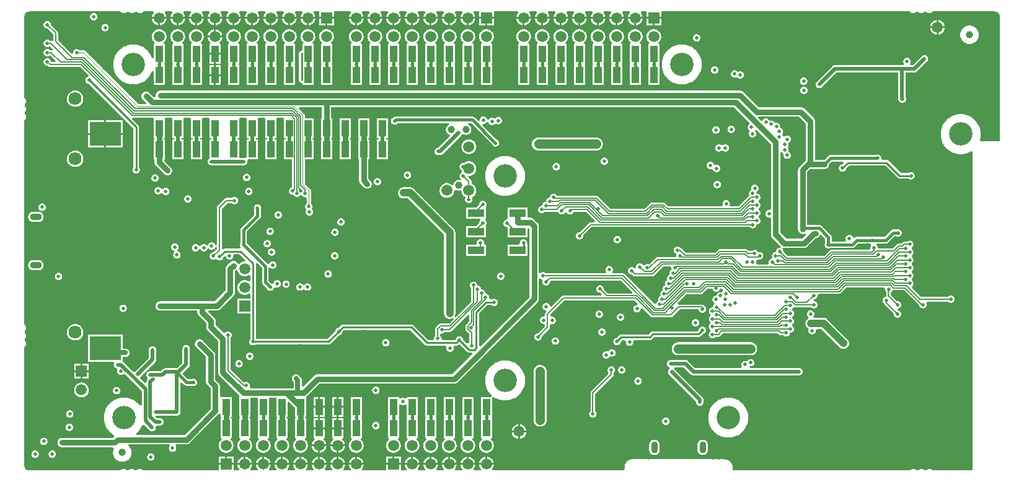
<source format=gbl>
G04*
G04 #@! TF.GenerationSoftware,Altium Limited,Altium Designer,21.4.1 (30)*
G04*
G04 Layer_Physical_Order=4*
G04 Layer_Color=16711680*
%FSLAX24Y24*%
%MOIN*%
G70*
G04*
G04 #@! TF.SameCoordinates,5CBE21F3-A45B-47EA-B0B1-B143E6338599*
G04*
G04*
G04 #@! TF.FilePolarity,Positive*
G04*
G01*
G75*
%ADD10C,0.0098*%
%ADD13C,0.0100*%
%ADD14C,0.0060*%
%ADD15C,0.0200*%
%ADD20C,0.0049*%
%ADD22C,0.0080*%
%ADD65R,0.0402X0.0862*%
%ADD72C,0.0394*%
%ADD179C,0.0197*%
%ADD214C,0.0591*%
%ADD219C,0.0300*%
%ADD221C,0.0150*%
%ADD223C,0.0400*%
%ADD232C,0.0250*%
%ADD234C,0.0500*%
%ADD238C,0.0701*%
%ADD239R,0.0591X0.0591*%
%ADD240O,0.0630X0.0354*%
%ADD241C,0.0390*%
%ADD242R,0.0591X0.0591*%
%ADD243C,0.1260*%
%ADD244O,0.0354X0.0630*%
%ADD245C,0.0240*%
%ADD246C,0.0236*%
%ADD247R,0.0874X0.0402*%
%ADD248R,0.1654X0.1260*%
%ADD249C,0.0157*%
G36*
X400Y24850D02*
X5315D01*
X5331Y24832D01*
X5350Y24814D01*
X5372Y24798D01*
X5396Y24785D01*
X5420Y24775D01*
X5446Y24768D01*
X5472Y24763D01*
X5499Y24762D01*
X5526Y24763D01*
X5552Y24768D01*
X5578Y24775D01*
X5602Y24785D01*
X5626Y24798D01*
X5647Y24814D01*
X5667Y24832D01*
X5673Y24838D01*
X5758D01*
X5764Y24832D01*
X5784Y24814D01*
X5805Y24798D01*
X5829Y24785D01*
X5853Y24775D01*
X5879Y24768D01*
X5905Y24763D01*
X5932Y24762D01*
X5959Y24763D01*
X5985Y24768D01*
X6011Y24775D01*
X6035Y24785D01*
X6059Y24798D01*
X6080Y24814D01*
X6100Y24832D01*
X6106Y24838D01*
X6191D01*
X6197Y24832D01*
X6216Y24814D01*
X6238Y24798D01*
X6262Y24785D01*
X6286Y24775D01*
X6312Y24768D01*
X6338Y24763D01*
X6365Y24762D01*
X6392Y24763D01*
X6418Y24768D01*
X6444Y24775D01*
X6468Y24785D01*
X6492Y24798D01*
X6513Y24814D01*
X6533Y24832D01*
X6549Y24850D01*
X7078D01*
X7103Y24808D01*
X7111Y24770D01*
X7094Y24751D01*
X7071Y24720D01*
X7051Y24687D01*
X7034Y24651D01*
X7021Y24615D01*
X7012Y24577D01*
X7008Y24550D01*
X7792D01*
X7788Y24577D01*
X7779Y24615D01*
X7766Y24651D01*
X7749Y24687D01*
X7729Y24720D01*
X7706Y24751D01*
X7689Y24770D01*
X7697Y24808D01*
X7722Y24850D01*
X8078D01*
X8103Y24808D01*
X8111Y24770D01*
X8094Y24751D01*
X8071Y24720D01*
X8051Y24687D01*
X8034Y24651D01*
X8021Y24615D01*
X8012Y24577D01*
X8008Y24550D01*
X8792D01*
X8788Y24577D01*
X8779Y24615D01*
X8766Y24651D01*
X8749Y24687D01*
X8729Y24720D01*
X8706Y24751D01*
X8689Y24770D01*
X8697Y24808D01*
X8722Y24850D01*
X9078D01*
X9103Y24808D01*
X9111Y24770D01*
X9094Y24751D01*
X9071Y24720D01*
X9051Y24687D01*
X9034Y24651D01*
X9021Y24615D01*
X9012Y24577D01*
X9008Y24550D01*
X9792D01*
X9788Y24577D01*
X9779Y24615D01*
X9766Y24651D01*
X9749Y24687D01*
X9729Y24720D01*
X9706Y24751D01*
X9689Y24770D01*
X9697Y24808D01*
X9722Y24850D01*
X10078D01*
X10103Y24808D01*
X10111Y24770D01*
X10094Y24751D01*
X10071Y24720D01*
X10051Y24687D01*
X10034Y24651D01*
X10021Y24615D01*
X10012Y24577D01*
X10008Y24550D01*
X10792D01*
X10788Y24577D01*
X10779Y24615D01*
X10766Y24651D01*
X10749Y24687D01*
X10729Y24720D01*
X10706Y24751D01*
X10689Y24770D01*
X10697Y24808D01*
X10722Y24850D01*
X11078D01*
X11103Y24808D01*
X11111Y24770D01*
X11094Y24751D01*
X11071Y24720D01*
X11051Y24687D01*
X11034Y24651D01*
X11021Y24615D01*
X11012Y24577D01*
X11008Y24550D01*
X11792D01*
X11788Y24577D01*
X11779Y24615D01*
X11766Y24651D01*
X11749Y24687D01*
X11729Y24720D01*
X11706Y24751D01*
X11689Y24770D01*
X11697Y24808D01*
X11722Y24850D01*
X12078D01*
X12103Y24808D01*
X12111Y24770D01*
X12094Y24751D01*
X12071Y24720D01*
X12051Y24687D01*
X12034Y24651D01*
X12021Y24615D01*
X12012Y24577D01*
X12008Y24550D01*
X12792D01*
X12788Y24577D01*
X12779Y24615D01*
X12766Y24651D01*
X12749Y24687D01*
X12729Y24720D01*
X12706Y24751D01*
X12689Y24770D01*
X12697Y24808D01*
X12722Y24850D01*
X13078D01*
X13103Y24808D01*
X13111Y24770D01*
X13094Y24751D01*
X13071Y24720D01*
X13051Y24687D01*
X13034Y24651D01*
X13021Y24615D01*
X13012Y24577D01*
X13008Y24550D01*
X13792D01*
X13788Y24577D01*
X13779Y24615D01*
X13766Y24651D01*
X13749Y24687D01*
X13729Y24720D01*
X13706Y24751D01*
X13689Y24770D01*
X13697Y24808D01*
X13722Y24850D01*
X14078D01*
X14103Y24808D01*
X14111Y24770D01*
X14094Y24751D01*
X14071Y24720D01*
X14051Y24687D01*
X14034Y24651D01*
X14021Y24615D01*
X14012Y24577D01*
X14008Y24550D01*
X14792D01*
X14788Y24577D01*
X14779Y24615D01*
X14766Y24651D01*
X14749Y24687D01*
X14729Y24720D01*
X14706Y24751D01*
X14689Y24770D01*
X14697Y24808D01*
X14722Y24850D01*
X15078D01*
X15103Y24808D01*
X15111Y24770D01*
X15094Y24751D01*
X15071Y24720D01*
X15051Y24687D01*
X15034Y24651D01*
X15021Y24615D01*
X15012Y24577D01*
X15008Y24550D01*
X15792D01*
X15788Y24577D01*
X15779Y24615D01*
X15766Y24651D01*
X15749Y24687D01*
X15729Y24720D01*
X15706Y24751D01*
X15689Y24770D01*
X15697Y24808D01*
X15722Y24850D01*
X16005D01*
Y24550D01*
X16795D01*
Y24850D01*
X17678D01*
X17703Y24808D01*
X17711Y24770D01*
X17694Y24751D01*
X17671Y24720D01*
X17651Y24687D01*
X17634Y24651D01*
X17621Y24615D01*
X17612Y24577D01*
X17608Y24550D01*
X18392D01*
X18388Y24577D01*
X18379Y24615D01*
X18366Y24651D01*
X18349Y24687D01*
X18329Y24720D01*
X18306Y24751D01*
X18289Y24770D01*
X18297Y24808D01*
X18322Y24850D01*
X18678D01*
X18703Y24808D01*
X18711Y24770D01*
X18694Y24751D01*
X18671Y24720D01*
X18651Y24687D01*
X18634Y24651D01*
X18621Y24615D01*
X18612Y24577D01*
X18608Y24550D01*
X19392D01*
X19388Y24577D01*
X19379Y24615D01*
X19366Y24651D01*
X19349Y24687D01*
X19329Y24720D01*
X19306Y24751D01*
X19289Y24770D01*
X19297Y24808D01*
X19322Y24850D01*
X19678D01*
X19703Y24808D01*
X19711Y24770D01*
X19694Y24751D01*
X19671Y24720D01*
X19651Y24687D01*
X19634Y24651D01*
X19621Y24615D01*
X19612Y24577D01*
X19608Y24550D01*
X20392D01*
X20388Y24577D01*
X20379Y24615D01*
X20366Y24651D01*
X20349Y24687D01*
X20329Y24720D01*
X20306Y24751D01*
X20289Y24770D01*
X20297Y24808D01*
X20322Y24850D01*
X20678D01*
X20703Y24808D01*
X20711Y24770D01*
X20694Y24751D01*
X20671Y24720D01*
X20651Y24687D01*
X20634Y24651D01*
X20621Y24615D01*
X20612Y24577D01*
X20608Y24550D01*
X21392D01*
X21388Y24577D01*
X21379Y24615D01*
X21366Y24651D01*
X21349Y24687D01*
X21329Y24720D01*
X21306Y24751D01*
X21289Y24770D01*
X21297Y24808D01*
X21322Y24850D01*
X21678D01*
X21703Y24808D01*
X21711Y24770D01*
X21694Y24751D01*
X21671Y24720D01*
X21651Y24687D01*
X21634Y24651D01*
X21621Y24615D01*
X21612Y24577D01*
X21608Y24550D01*
X22392D01*
X22388Y24577D01*
X22379Y24615D01*
X22366Y24651D01*
X22349Y24687D01*
X22329Y24720D01*
X22306Y24751D01*
X22289Y24770D01*
X22297Y24808D01*
X22322Y24850D01*
X22678D01*
X22703Y24808D01*
X22711Y24770D01*
X22694Y24751D01*
X22671Y24720D01*
X22651Y24687D01*
X22634Y24651D01*
X22621Y24615D01*
X22612Y24577D01*
X22608Y24550D01*
X23392D01*
X23388Y24577D01*
X23379Y24615D01*
X23366Y24651D01*
X23349Y24687D01*
X23329Y24720D01*
X23306Y24751D01*
X23289Y24770D01*
X23297Y24808D01*
X23322Y24850D01*
X23678D01*
X23703Y24808D01*
X23711Y24770D01*
X23694Y24751D01*
X23671Y24720D01*
X23651Y24687D01*
X23634Y24651D01*
X23621Y24615D01*
X23612Y24577D01*
X23608Y24550D01*
X24392D01*
X24388Y24577D01*
X24379Y24615D01*
X24366Y24651D01*
X24349Y24687D01*
X24329Y24720D01*
X24306Y24751D01*
X24289Y24770D01*
X24297Y24808D01*
X24322Y24850D01*
X24605D01*
Y24550D01*
X25395D01*
Y24850D01*
X26678D01*
X26703Y24808D01*
X26711Y24770D01*
X26694Y24751D01*
X26671Y24720D01*
X26651Y24687D01*
X26634Y24651D01*
X26621Y24615D01*
X26612Y24577D01*
X26608Y24550D01*
X27392D01*
X27388Y24577D01*
X27379Y24615D01*
X27366Y24651D01*
X27349Y24687D01*
X27329Y24720D01*
X27306Y24751D01*
X27289Y24770D01*
X27297Y24808D01*
X27322Y24850D01*
X27678D01*
X27703Y24808D01*
X27711Y24770D01*
X27694Y24751D01*
X27671Y24720D01*
X27651Y24687D01*
X27634Y24651D01*
X27621Y24615D01*
X27612Y24577D01*
X27608Y24550D01*
X28392D01*
X28388Y24577D01*
X28379Y24615D01*
X28366Y24651D01*
X28349Y24687D01*
X28329Y24720D01*
X28306Y24751D01*
X28289Y24770D01*
X28297Y24808D01*
X28322Y24850D01*
X28678D01*
X28703Y24808D01*
X28711Y24770D01*
X28694Y24751D01*
X28671Y24720D01*
X28651Y24687D01*
X28634Y24651D01*
X28621Y24615D01*
X28612Y24577D01*
X28608Y24550D01*
X29392D01*
X29388Y24577D01*
X29379Y24615D01*
X29366Y24651D01*
X29349Y24687D01*
X29329Y24720D01*
X29306Y24751D01*
X29289Y24770D01*
X29297Y24808D01*
X29322Y24850D01*
X29678D01*
X29703Y24808D01*
X29711Y24770D01*
X29694Y24751D01*
X29671Y24720D01*
X29651Y24687D01*
X29634Y24651D01*
X29621Y24615D01*
X29612Y24577D01*
X29608Y24550D01*
X30392D01*
X30388Y24577D01*
X30379Y24615D01*
X30366Y24651D01*
X30349Y24687D01*
X30329Y24720D01*
X30306Y24751D01*
X30289Y24770D01*
X30297Y24808D01*
X30322Y24850D01*
X30678D01*
X30703Y24808D01*
X30711Y24770D01*
X30694Y24751D01*
X30671Y24720D01*
X30651Y24687D01*
X30634Y24651D01*
X30621Y24615D01*
X30612Y24577D01*
X30608Y24550D01*
X31392D01*
X31388Y24577D01*
X31379Y24615D01*
X31366Y24651D01*
X31349Y24687D01*
X31329Y24720D01*
X31306Y24751D01*
X31289Y24770D01*
X31297Y24808D01*
X31322Y24850D01*
X31678D01*
X31703Y24808D01*
X31711Y24770D01*
X31694Y24751D01*
X31671Y24720D01*
X31651Y24687D01*
X31634Y24651D01*
X31621Y24615D01*
X31612Y24577D01*
X31608Y24550D01*
X32392D01*
X32388Y24577D01*
X32379Y24615D01*
X32366Y24651D01*
X32349Y24687D01*
X32329Y24720D01*
X32306Y24751D01*
X32289Y24770D01*
X32297Y24808D01*
X32322Y24850D01*
X32678D01*
X32703Y24808D01*
X32711Y24770D01*
X32694Y24751D01*
X32671Y24720D01*
X32651Y24687D01*
X32634Y24651D01*
X32621Y24615D01*
X32612Y24577D01*
X32608Y24550D01*
X33392D01*
X33388Y24577D01*
X33379Y24615D01*
X33366Y24651D01*
X33349Y24687D01*
X33329Y24720D01*
X33306Y24751D01*
X33289Y24770D01*
X33297Y24808D01*
X33322Y24850D01*
X33605D01*
Y24550D01*
X34395D01*
Y24850D01*
X47763D01*
X47779Y24832D01*
X47799Y24814D01*
X47821Y24798D01*
X47844Y24785D01*
X47869Y24775D01*
X47895Y24768D01*
X47921Y24763D01*
X47948Y24762D01*
X47974Y24763D01*
X48001Y24768D01*
X48026Y24775D01*
X48051Y24785D01*
X48074Y24798D01*
X48096Y24814D01*
X48116Y24832D01*
X48122Y24838D01*
X48207D01*
X48212Y24832D01*
X48232Y24814D01*
X48254Y24798D01*
X48277Y24785D01*
X48302Y24775D01*
X48328Y24768D01*
X48354Y24763D01*
X48381Y24762D01*
X48407Y24763D01*
X48434Y24768D01*
X48459Y24775D01*
X48484Y24785D01*
X48507Y24798D01*
X48529Y24814D01*
X48549Y24832D01*
X48555Y24838D01*
X48640D01*
X48645Y24832D01*
X48665Y24814D01*
X48687Y24798D01*
X48710Y24785D01*
X48735Y24775D01*
X48761Y24768D01*
X48787Y24763D01*
X48814Y24762D01*
X48840Y24763D01*
X48867Y24768D01*
X48892Y24775D01*
X48917Y24785D01*
X48940Y24798D01*
X48962Y24814D01*
X48982Y24832D01*
X48998Y24850D01*
X52350D01*
X52353Y24850D01*
X52378Y24848D01*
X52406Y24844D01*
X52433Y24836D01*
X52458Y24825D01*
X52483Y24812D01*
X52506Y24795D01*
X52527Y24777D01*
X52545Y24756D01*
X52562Y24733D01*
X52575Y24708D01*
X52586Y24683D01*
X52594Y24656D01*
X52598Y24628D01*
X52600Y24603D01*
X52600Y24600D01*
Y17900D01*
X52581Y17880D01*
X51581D01*
X51535Y17960D01*
X51544Y17993D01*
X51558Y18056D01*
X51568Y18120D01*
X51573Y18185D01*
X51575Y18250D01*
X51573Y18315D01*
X51568Y18380D01*
X51558Y18444D01*
X51544Y18507D01*
X51527Y18570D01*
X51505Y18631D01*
X51481Y18691D01*
X51452Y18750D01*
X51420Y18806D01*
X51385Y18861D01*
X51347Y18913D01*
X51305Y18963D01*
X51260Y19010D01*
X51213Y19055D01*
X51163Y19097D01*
X51111Y19135D01*
X51056Y19170D01*
X51000Y19202D01*
X50941Y19231D01*
X50881Y19255D01*
X50820Y19277D01*
X50757Y19294D01*
X50694Y19308D01*
X50630Y19318D01*
X50565Y19323D01*
X50500Y19325D01*
X50435Y19323D01*
X50370Y19318D01*
X50306Y19308D01*
X50243Y19294D01*
X50180Y19277D01*
X50119Y19255D01*
X50059Y19231D01*
X50000Y19202D01*
X49944Y19170D01*
X49889Y19135D01*
X49837Y19097D01*
X49787Y19055D01*
X49740Y19010D01*
X49695Y18963D01*
X49653Y18913D01*
X49615Y18861D01*
X49580Y18806D01*
X49548Y18750D01*
X49519Y18691D01*
X49495Y18631D01*
X49473Y18570D01*
X49456Y18507D01*
X49442Y18444D01*
X49432Y18380D01*
X49427Y18315D01*
X49425Y18250D01*
X49427Y18185D01*
X49432Y18120D01*
X49442Y18056D01*
X49456Y17993D01*
X49473Y17930D01*
X49495Y17869D01*
X49519Y17809D01*
X49548Y17750D01*
X49580Y17694D01*
X49615Y17639D01*
X49653Y17587D01*
X49695Y17537D01*
X49740Y17490D01*
X49787Y17445D01*
X49837Y17403D01*
X49889Y17365D01*
X49944Y17330D01*
X50000Y17298D01*
X50059Y17269D01*
X50119Y17245D01*
X50180Y17223D01*
X50243Y17206D01*
X50306Y17192D01*
X50370Y17182D01*
X50435Y17177D01*
X50500Y17175D01*
X50565Y17177D01*
X50630Y17182D01*
X50694Y17192D01*
X50757Y17206D01*
X50820Y17223D01*
X50881Y17245D01*
X50941Y17269D01*
X51000Y17298D01*
X51056Y17330D01*
X51071Y17339D01*
X51151Y17296D01*
X51150Y150D01*
X48998D01*
X48982Y168D01*
X48962Y186D01*
X48940Y202D01*
X48917Y215D01*
X48892Y225D01*
X48867Y232D01*
X48840Y237D01*
X48814Y238D01*
X48787Y237D01*
X48761Y232D01*
X48735Y225D01*
X48710Y215D01*
X48687Y202D01*
X48665Y186D01*
X48645Y168D01*
X48640Y162D01*
X48555D01*
X48549Y168D01*
X48529Y186D01*
X48507Y202D01*
X48484Y215D01*
X48459Y225D01*
X48434Y232D01*
X48407Y237D01*
X48381Y238D01*
X48354Y237D01*
X48328Y232D01*
X48302Y225D01*
X48277Y215D01*
X48254Y202D01*
X48232Y186D01*
X48212Y168D01*
X48207Y162D01*
X48122D01*
X48116Y168D01*
X48096Y186D01*
X48074Y202D01*
X48051Y215D01*
X48026Y225D01*
X48001Y232D01*
X47974Y237D01*
X47948Y238D01*
X47921Y237D01*
X47895Y232D01*
X47869Y225D01*
X47844Y215D01*
X47821Y202D01*
X47799Y186D01*
X47779Y168D01*
X47763Y150D01*
X38331D01*
X38328Y150D01*
X38311Y152D01*
X38292Y158D01*
X38275Y167D01*
X38260Y179D01*
X38247Y194D01*
X38238Y212D01*
X38232Y230D01*
X38231Y247D01*
X38231Y250D01*
Y350D01*
X38231D01*
X38229Y389D01*
X38223Y428D01*
X38214Y466D01*
X38201Y503D01*
X38184Y539D01*
X38164Y573D01*
X38140Y604D01*
X38114Y633D01*
X38085Y660D01*
X38053Y683D01*
X38019Y703D01*
X37984Y720D01*
X37947Y733D01*
X37909Y743D01*
X37870Y749D01*
X37831Y750D01*
Y750D01*
X32822D01*
Y750D01*
X32783Y749D01*
X32744Y743D01*
X32706Y733D01*
X32669Y720D01*
X32634Y703D01*
X32600Y683D01*
X32568Y660D01*
X32539Y633D01*
X32513Y604D01*
X32489Y573D01*
X32469Y539D01*
X32452Y503D01*
X32439Y466D01*
X32430Y428D01*
X32424Y389D01*
X32422Y350D01*
X32422D01*
Y250D01*
X32422Y247D01*
X32420Y230D01*
X32415Y212D01*
X32406Y194D01*
X32393Y179D01*
X32378Y167D01*
X32361Y158D01*
X32342Y152D01*
X32325Y150D01*
X32322Y150D01*
X25322D01*
X25297Y192D01*
X25289Y230D01*
X25306Y249D01*
X25329Y280D01*
X25349Y313D01*
X25366Y349D01*
X25379Y385D01*
X25388Y423D01*
X25392Y450D01*
X24608D01*
X24612Y423D01*
X24621Y385D01*
X24634Y349D01*
X24651Y313D01*
X24671Y280D01*
X24694Y249D01*
X24711Y230D01*
X24703Y192D01*
X24678Y150D01*
X24322D01*
X24297Y192D01*
X24289Y230D01*
X24306Y249D01*
X24329Y280D01*
X24349Y313D01*
X24366Y349D01*
X24379Y385D01*
X24388Y423D01*
X24392Y450D01*
X23608D01*
X23612Y423D01*
X23621Y385D01*
X23634Y349D01*
X23651Y313D01*
X23671Y280D01*
X23694Y249D01*
X23711Y230D01*
X23703Y192D01*
X23678Y150D01*
X23322D01*
X23297Y192D01*
X23289Y230D01*
X23306Y249D01*
X23329Y280D01*
X23349Y313D01*
X23366Y349D01*
X23379Y385D01*
X23388Y423D01*
X23392Y450D01*
X22608D01*
X22612Y423D01*
X22621Y385D01*
X22634Y349D01*
X22651Y313D01*
X22671Y280D01*
X22694Y249D01*
X22711Y230D01*
X22703Y192D01*
X22678Y150D01*
X22322D01*
X22297Y192D01*
X22289Y230D01*
X22306Y249D01*
X22329Y280D01*
X22349Y313D01*
X22366Y349D01*
X22379Y385D01*
X22388Y423D01*
X22392Y450D01*
X21608D01*
X21612Y423D01*
X21621Y385D01*
X21634Y349D01*
X21651Y313D01*
X21671Y280D01*
X21694Y249D01*
X21711Y230D01*
X21703Y192D01*
X21678Y150D01*
X21322D01*
X21297Y192D01*
X21289Y230D01*
X21306Y249D01*
X21329Y280D01*
X21349Y313D01*
X21366Y349D01*
X21379Y385D01*
X21388Y423D01*
X21392Y450D01*
X20608D01*
X20612Y423D01*
X20621Y385D01*
X20634Y349D01*
X20651Y313D01*
X20671Y280D01*
X20694Y249D01*
X20711Y230D01*
X20703Y192D01*
X20678Y150D01*
X20395D01*
Y450D01*
X19605D01*
Y150D01*
X18322D01*
X18297Y192D01*
X18289Y230D01*
X18306Y249D01*
X18329Y280D01*
X18349Y313D01*
X18366Y349D01*
X18379Y385D01*
X18388Y423D01*
X18392Y450D01*
X17608D01*
X17612Y423D01*
X17621Y385D01*
X17634Y349D01*
X17651Y313D01*
X17671Y280D01*
X17694Y249D01*
X17711Y230D01*
X17703Y192D01*
X17678Y150D01*
X17322D01*
X17297Y192D01*
X17289Y230D01*
X17306Y249D01*
X17329Y280D01*
X17349Y313D01*
X17366Y349D01*
X17379Y385D01*
X17388Y423D01*
X17392Y450D01*
X16608D01*
X16612Y423D01*
X16621Y385D01*
X16634Y349D01*
X16651Y313D01*
X16671Y280D01*
X16694Y249D01*
X16711Y230D01*
X16703Y192D01*
X16678Y150D01*
X16322D01*
X16297Y192D01*
X16289Y230D01*
X16306Y249D01*
X16329Y280D01*
X16349Y313D01*
X16366Y349D01*
X16379Y385D01*
X16388Y423D01*
X16392Y450D01*
X15608D01*
X15612Y423D01*
X15621Y385D01*
X15634Y349D01*
X15651Y313D01*
X15671Y280D01*
X15694Y249D01*
X15711Y230D01*
X15703Y192D01*
X15678Y150D01*
X15322D01*
X15297Y192D01*
X15289Y230D01*
X15306Y249D01*
X15329Y280D01*
X15349Y313D01*
X15366Y349D01*
X15379Y385D01*
X15388Y423D01*
X15392Y450D01*
X14608D01*
X14612Y423D01*
X14621Y385D01*
X14634Y349D01*
X14651Y313D01*
X14671Y280D01*
X14694Y249D01*
X14711Y230D01*
X14703Y192D01*
X14678Y150D01*
X14322D01*
X14297Y192D01*
X14289Y230D01*
X14306Y249D01*
X14329Y280D01*
X14349Y313D01*
X14366Y349D01*
X14379Y385D01*
X14388Y423D01*
X14392Y450D01*
X13608D01*
X13612Y423D01*
X13621Y385D01*
X13634Y349D01*
X13651Y313D01*
X13671Y280D01*
X13694Y249D01*
X13711Y230D01*
X13703Y192D01*
X13678Y150D01*
X13322D01*
X13297Y192D01*
X13289Y230D01*
X13306Y249D01*
X13329Y280D01*
X13349Y313D01*
X13366Y349D01*
X13379Y385D01*
X13388Y423D01*
X13392Y450D01*
X12608D01*
X12612Y423D01*
X12621Y385D01*
X12634Y349D01*
X12651Y313D01*
X12671Y280D01*
X12694Y249D01*
X12711Y230D01*
X12703Y192D01*
X12678Y150D01*
X12322D01*
X12297Y192D01*
X12289Y230D01*
X12306Y249D01*
X12329Y280D01*
X12349Y313D01*
X12366Y349D01*
X12379Y385D01*
X12388Y423D01*
X12392Y450D01*
X11608D01*
X11612Y423D01*
X11621Y385D01*
X11634Y349D01*
X11651Y313D01*
X11671Y280D01*
X11694Y249D01*
X11711Y230D01*
X11703Y192D01*
X11678Y150D01*
X11395D01*
Y450D01*
X10605D01*
Y150D01*
X6549D01*
X6533Y168D01*
X6513Y186D01*
X6492Y202D01*
X6468Y215D01*
X6444Y225D01*
X6418Y232D01*
X6392Y237D01*
X6365Y238D01*
X6338Y237D01*
X6312Y232D01*
X6286Y225D01*
X6262Y215D01*
X6238Y202D01*
X6216Y186D01*
X6197Y168D01*
X6191Y162D01*
X6106D01*
X6100Y168D01*
X6080Y186D01*
X6059Y202D01*
X6035Y215D01*
X6011Y225D01*
X5985Y232D01*
X5959Y237D01*
X5932Y238D01*
X5905Y237D01*
X5879Y232D01*
X5853Y225D01*
X5829Y215D01*
X5805Y202D01*
X5784Y186D01*
X5764Y168D01*
X5758Y162D01*
X5673D01*
X5667Y168D01*
X5647Y186D01*
X5626Y202D01*
X5602Y215D01*
X5578Y225D01*
X5552Y232D01*
X5526Y237D01*
X5499Y238D01*
X5472Y237D01*
X5446Y232D01*
X5420Y225D01*
X5396Y215D01*
X5372Y202D01*
X5350Y186D01*
X5331Y168D01*
X5315Y150D01*
X400D01*
X397Y150D01*
X372Y152D01*
X344Y156D01*
X317Y164D01*
X292Y175D01*
X267Y188D01*
X244Y205D01*
X223Y223D01*
X205Y244D01*
X188Y267D01*
X175Y292D01*
X164Y317D01*
X162Y325D01*
X150Y400D01*
X150Y400D01*
X150Y400D01*
Y6786D01*
X168Y6802D01*
X186Y6822D01*
X202Y6844D01*
X215Y6867D01*
X225Y6892D01*
X232Y6917D01*
X237Y6944D01*
X238Y6970D01*
X237Y6997D01*
X232Y7023D01*
X225Y7049D01*
X215Y7074D01*
X202Y7097D01*
X186Y7119D01*
X168Y7139D01*
X162Y7145D01*
Y7229D01*
X168Y7235D01*
X186Y7255D01*
X202Y7277D01*
X215Y7300D01*
X225Y7325D01*
X232Y7350D01*
X237Y7377D01*
X238Y7403D01*
X237Y7430D01*
X232Y7456D01*
X225Y7482D01*
X215Y7507D01*
X202Y7530D01*
X186Y7552D01*
X168Y7572D01*
X162Y7578D01*
Y7662D01*
X168Y7668D01*
X186Y7688D01*
X202Y7710D01*
X215Y7733D01*
X225Y7758D01*
X232Y7783D01*
X237Y7810D01*
X238Y7836D01*
X237Y7863D01*
X232Y7889D01*
X225Y7915D01*
X215Y7940D01*
X202Y7963D01*
X186Y7985D01*
X168Y8005D01*
X150Y8021D01*
Y18986D01*
X168Y19002D01*
X186Y19021D01*
X202Y19043D01*
X215Y19067D01*
X225Y19091D01*
X232Y19117D01*
X237Y19143D01*
X238Y19170D01*
X237Y19197D01*
X232Y19223D01*
X225Y19249D01*
X215Y19273D01*
X202Y19297D01*
X186Y19318D01*
X168Y19338D01*
X162Y19344D01*
Y19429D01*
X168Y19435D01*
X186Y19454D01*
X202Y19476D01*
X215Y19500D01*
X225Y19524D01*
X232Y19550D01*
X237Y19576D01*
X238Y19603D01*
X237Y19630D01*
X232Y19656D01*
X225Y19682D01*
X215Y19706D01*
X202Y19730D01*
X186Y19751D01*
X168Y19771D01*
X162Y19777D01*
Y19862D01*
X168Y19868D01*
X186Y19887D01*
X202Y19909D01*
X215Y19933D01*
X225Y19957D01*
X232Y19983D01*
X237Y20009D01*
X238Y20036D01*
X237Y20063D01*
X232Y20089D01*
X225Y20115D01*
X215Y20139D01*
X202Y20163D01*
X186Y20184D01*
X168Y20204D01*
X150Y20220D01*
Y24600D01*
X150Y24603D01*
X152Y24628D01*
X156Y24656D01*
X164Y24683D01*
X175Y24708D01*
X188Y24733D01*
X205Y24756D01*
X223Y24777D01*
X244Y24795D01*
X267Y24812D01*
X292Y24825D01*
X317Y24836D01*
X344Y24844D01*
X372Y24848D01*
X397Y24850D01*
X400Y24850D01*
D02*
G37*
%LPC*%
G36*
X3880Y24769D02*
X3854Y24767D01*
X3829Y24762D01*
X3804Y24754D01*
X3781Y24742D01*
X3759Y24728D01*
X3739Y24711D01*
X3722Y24691D01*
X3708Y24669D01*
X3696Y24646D01*
X3688Y24621D01*
X3683Y24596D01*
X3681Y24570D01*
X3683Y24544D01*
X3688Y24519D01*
X3696Y24494D01*
X3708Y24471D01*
X3722Y24449D01*
X3739Y24429D01*
X3759Y24412D01*
X3781Y24398D01*
X3804Y24386D01*
X3829Y24378D01*
X3854Y24373D01*
X3880Y24371D01*
X3906Y24373D01*
X3931Y24378D01*
X3956Y24386D01*
X3979Y24398D01*
X4001Y24412D01*
X4021Y24429D01*
X4038Y24449D01*
X4052Y24471D01*
X4064Y24494D01*
X4072Y24519D01*
X4077Y24544D01*
X4079Y24570D01*
X4077Y24596D01*
X4072Y24621D01*
X4064Y24646D01*
X4052Y24669D01*
X4038Y24691D01*
X4021Y24711D01*
X4001Y24728D01*
X3979Y24742D01*
X3956Y24754D01*
X3931Y24762D01*
X3906Y24767D01*
X3880Y24769D01*
D02*
G37*
G36*
X33392Y24450D02*
X33050D01*
Y24108D01*
X33077Y24112D01*
X33115Y24121D01*
X33151Y24134D01*
X33187Y24151D01*
X33220Y24171D01*
X33251Y24194D01*
X33280Y24220D01*
X33306Y24249D01*
X33329Y24280D01*
X33349Y24313D01*
X33366Y24349D01*
X33379Y24385D01*
X33388Y24423D01*
X33392Y24450D01*
D02*
G37*
G36*
X32392D02*
X32050D01*
Y24108D01*
X32077Y24112D01*
X32115Y24121D01*
X32151Y24134D01*
X32187Y24151D01*
X32220Y24171D01*
X32251Y24194D01*
X32280Y24220D01*
X32306Y24249D01*
X32329Y24280D01*
X32349Y24313D01*
X32366Y24349D01*
X32379Y24385D01*
X32388Y24423D01*
X32392Y24450D01*
D02*
G37*
G36*
X31392D02*
X31050D01*
Y24108D01*
X31077Y24112D01*
X31115Y24121D01*
X31151Y24134D01*
X31187Y24151D01*
X31220Y24171D01*
X31251Y24194D01*
X31280Y24220D01*
X31306Y24249D01*
X31329Y24280D01*
X31349Y24313D01*
X31366Y24349D01*
X31379Y24385D01*
X31388Y24423D01*
X31392Y24450D01*
D02*
G37*
G36*
X30392D02*
X30050D01*
Y24108D01*
X30077Y24112D01*
X30115Y24121D01*
X30151Y24134D01*
X30187Y24151D01*
X30220Y24171D01*
X30251Y24194D01*
X30280Y24220D01*
X30306Y24249D01*
X30329Y24280D01*
X30349Y24313D01*
X30366Y24349D01*
X30379Y24385D01*
X30388Y24423D01*
X30392Y24450D01*
D02*
G37*
G36*
X29392D02*
X29050D01*
Y24108D01*
X29077Y24112D01*
X29115Y24121D01*
X29151Y24134D01*
X29187Y24151D01*
X29220Y24171D01*
X29251Y24194D01*
X29280Y24220D01*
X29306Y24249D01*
X29329Y24280D01*
X29349Y24313D01*
X29366Y24349D01*
X29379Y24385D01*
X29388Y24423D01*
X29392Y24450D01*
D02*
G37*
G36*
X28392D02*
X28050D01*
Y24108D01*
X28077Y24112D01*
X28115Y24121D01*
X28151Y24134D01*
X28187Y24151D01*
X28220Y24171D01*
X28251Y24194D01*
X28280Y24220D01*
X28306Y24249D01*
X28329Y24280D01*
X28349Y24313D01*
X28366Y24349D01*
X28379Y24385D01*
X28388Y24423D01*
X28392Y24450D01*
D02*
G37*
G36*
X27392D02*
X27050D01*
Y24108D01*
X27077Y24112D01*
X27115Y24121D01*
X27151Y24134D01*
X27187Y24151D01*
X27220Y24171D01*
X27251Y24194D01*
X27280Y24220D01*
X27306Y24249D01*
X27329Y24280D01*
X27349Y24313D01*
X27366Y24349D01*
X27379Y24385D01*
X27388Y24423D01*
X27392Y24450D01*
D02*
G37*
G36*
X24392D02*
X24050D01*
Y24108D01*
X24077Y24112D01*
X24115Y24121D01*
X24151Y24134D01*
X24187Y24151D01*
X24220Y24171D01*
X24251Y24194D01*
X24280Y24220D01*
X24306Y24249D01*
X24329Y24280D01*
X24349Y24313D01*
X24366Y24349D01*
X24379Y24385D01*
X24388Y24423D01*
X24392Y24450D01*
D02*
G37*
G36*
X23392D02*
X23050D01*
Y24108D01*
X23077Y24112D01*
X23115Y24121D01*
X23151Y24134D01*
X23187Y24151D01*
X23220Y24171D01*
X23251Y24194D01*
X23280Y24220D01*
X23306Y24249D01*
X23329Y24280D01*
X23349Y24313D01*
X23366Y24349D01*
X23379Y24385D01*
X23388Y24423D01*
X23392Y24450D01*
D02*
G37*
G36*
X22392D02*
X22050D01*
Y24108D01*
X22077Y24112D01*
X22115Y24121D01*
X22151Y24134D01*
X22187Y24151D01*
X22220Y24171D01*
X22251Y24194D01*
X22280Y24220D01*
X22306Y24249D01*
X22329Y24280D01*
X22349Y24313D01*
X22366Y24349D01*
X22379Y24385D01*
X22388Y24423D01*
X22392Y24450D01*
D02*
G37*
G36*
X21392D02*
X21050D01*
Y24108D01*
X21077Y24112D01*
X21115Y24121D01*
X21151Y24134D01*
X21187Y24151D01*
X21220Y24171D01*
X21251Y24194D01*
X21280Y24220D01*
X21306Y24249D01*
X21329Y24280D01*
X21349Y24313D01*
X21366Y24349D01*
X21379Y24385D01*
X21388Y24423D01*
X21392Y24450D01*
D02*
G37*
G36*
X20392D02*
X20050D01*
Y24108D01*
X20077Y24112D01*
X20115Y24121D01*
X20151Y24134D01*
X20187Y24151D01*
X20220Y24171D01*
X20251Y24194D01*
X20280Y24220D01*
X20306Y24249D01*
X20329Y24280D01*
X20349Y24313D01*
X20366Y24349D01*
X20379Y24385D01*
X20388Y24423D01*
X20392Y24450D01*
D02*
G37*
G36*
X19392D02*
X19050D01*
Y24108D01*
X19077Y24112D01*
X19115Y24121D01*
X19151Y24134D01*
X19187Y24151D01*
X19220Y24171D01*
X19251Y24194D01*
X19280Y24220D01*
X19306Y24249D01*
X19329Y24280D01*
X19349Y24313D01*
X19366Y24349D01*
X19379Y24385D01*
X19388Y24423D01*
X19392Y24450D01*
D02*
G37*
G36*
X18392D02*
X18050D01*
Y24108D01*
X18077Y24112D01*
X18115Y24121D01*
X18151Y24134D01*
X18187Y24151D01*
X18220Y24171D01*
X18251Y24194D01*
X18280Y24220D01*
X18306Y24249D01*
X18329Y24280D01*
X18349Y24313D01*
X18366Y24349D01*
X18379Y24385D01*
X18388Y24423D01*
X18392Y24450D01*
D02*
G37*
G36*
X15792D02*
X15450D01*
Y24108D01*
X15477Y24112D01*
X15515Y24121D01*
X15551Y24134D01*
X15587Y24151D01*
X15620Y24171D01*
X15651Y24194D01*
X15680Y24220D01*
X15706Y24249D01*
X15729Y24280D01*
X15749Y24313D01*
X15766Y24349D01*
X15779Y24385D01*
X15788Y24423D01*
X15792Y24450D01*
D02*
G37*
G36*
X14792D02*
X14450D01*
Y24108D01*
X14477Y24112D01*
X14515Y24121D01*
X14551Y24134D01*
X14587Y24151D01*
X14620Y24171D01*
X14651Y24194D01*
X14680Y24220D01*
X14706Y24249D01*
X14729Y24280D01*
X14749Y24313D01*
X14766Y24349D01*
X14779Y24385D01*
X14788Y24423D01*
X14792Y24450D01*
D02*
G37*
G36*
X13792D02*
X13450D01*
Y24108D01*
X13477Y24112D01*
X13515Y24121D01*
X13551Y24134D01*
X13587Y24151D01*
X13620Y24171D01*
X13651Y24194D01*
X13680Y24220D01*
X13706Y24249D01*
X13729Y24280D01*
X13749Y24313D01*
X13766Y24349D01*
X13779Y24385D01*
X13788Y24423D01*
X13792Y24450D01*
D02*
G37*
G36*
X12792D02*
X12450D01*
Y24108D01*
X12477Y24112D01*
X12515Y24121D01*
X12551Y24134D01*
X12587Y24151D01*
X12620Y24171D01*
X12651Y24194D01*
X12680Y24220D01*
X12706Y24249D01*
X12729Y24280D01*
X12749Y24313D01*
X12766Y24349D01*
X12779Y24385D01*
X12788Y24423D01*
X12792Y24450D01*
D02*
G37*
G36*
X11792D02*
X11450D01*
Y24108D01*
X11477Y24112D01*
X11515Y24121D01*
X11551Y24134D01*
X11587Y24151D01*
X11620Y24171D01*
X11651Y24194D01*
X11680Y24220D01*
X11706Y24249D01*
X11729Y24280D01*
X11749Y24313D01*
X11766Y24349D01*
X11779Y24385D01*
X11788Y24423D01*
X11792Y24450D01*
D02*
G37*
G36*
X10792D02*
X10450D01*
Y24108D01*
X10477Y24112D01*
X10515Y24121D01*
X10551Y24134D01*
X10587Y24151D01*
X10620Y24171D01*
X10651Y24194D01*
X10680Y24220D01*
X10706Y24249D01*
X10729Y24280D01*
X10749Y24313D01*
X10766Y24349D01*
X10779Y24385D01*
X10788Y24423D01*
X10792Y24450D01*
D02*
G37*
G36*
X9792D02*
X9450D01*
Y24108D01*
X9477Y24112D01*
X9515Y24121D01*
X9551Y24134D01*
X9587Y24151D01*
X9620Y24171D01*
X9651Y24194D01*
X9680Y24220D01*
X9706Y24249D01*
X9729Y24280D01*
X9749Y24313D01*
X9766Y24349D01*
X9779Y24385D01*
X9788Y24423D01*
X9792Y24450D01*
D02*
G37*
G36*
X8792D02*
X8450D01*
Y24108D01*
X8477Y24112D01*
X8515Y24121D01*
X8551Y24134D01*
X8587Y24151D01*
X8620Y24171D01*
X8651Y24194D01*
X8680Y24220D01*
X8706Y24249D01*
X8729Y24280D01*
X8749Y24313D01*
X8766Y24349D01*
X8779Y24385D01*
X8788Y24423D01*
X8792Y24450D01*
D02*
G37*
G36*
X7792D02*
X7450D01*
Y24108D01*
X7477Y24112D01*
X7515Y24121D01*
X7551Y24134D01*
X7587Y24151D01*
X7620Y24171D01*
X7651Y24194D01*
X7680Y24220D01*
X7706Y24249D01*
X7729Y24280D01*
X7749Y24313D01*
X7766Y24349D01*
X7779Y24385D01*
X7788Y24423D01*
X7792Y24450D01*
D02*
G37*
G36*
X32950D02*
X32608D01*
X32612Y24423D01*
X32621Y24385D01*
X32634Y24349D01*
X32651Y24313D01*
X32671Y24280D01*
X32694Y24249D01*
X32720Y24220D01*
X32749Y24194D01*
X32780Y24171D01*
X32813Y24151D01*
X32849Y24134D01*
X32885Y24121D01*
X32923Y24112D01*
X32950Y24108D01*
Y24450D01*
D02*
G37*
G36*
X31950D02*
X31608D01*
X31612Y24423D01*
X31621Y24385D01*
X31634Y24349D01*
X31651Y24313D01*
X31671Y24280D01*
X31694Y24249D01*
X31720Y24220D01*
X31749Y24194D01*
X31780Y24171D01*
X31813Y24151D01*
X31849Y24134D01*
X31885Y24121D01*
X31923Y24112D01*
X31950Y24108D01*
Y24450D01*
D02*
G37*
G36*
X30950D02*
X30608D01*
X30612Y24423D01*
X30621Y24385D01*
X30634Y24349D01*
X30651Y24313D01*
X30671Y24280D01*
X30694Y24249D01*
X30720Y24220D01*
X30749Y24194D01*
X30780Y24171D01*
X30813Y24151D01*
X30849Y24134D01*
X30885Y24121D01*
X30923Y24112D01*
X30950Y24108D01*
Y24450D01*
D02*
G37*
G36*
X29950D02*
X29608D01*
X29612Y24423D01*
X29621Y24385D01*
X29634Y24349D01*
X29651Y24313D01*
X29671Y24280D01*
X29694Y24249D01*
X29720Y24220D01*
X29749Y24194D01*
X29780Y24171D01*
X29813Y24151D01*
X29849Y24134D01*
X29885Y24121D01*
X29923Y24112D01*
X29950Y24108D01*
Y24450D01*
D02*
G37*
G36*
X28950D02*
X28608D01*
X28612Y24423D01*
X28621Y24385D01*
X28634Y24349D01*
X28651Y24313D01*
X28671Y24280D01*
X28694Y24249D01*
X28720Y24220D01*
X28749Y24194D01*
X28780Y24171D01*
X28813Y24151D01*
X28849Y24134D01*
X28885Y24121D01*
X28923Y24112D01*
X28950Y24108D01*
Y24450D01*
D02*
G37*
G36*
X27950D02*
X27608D01*
X27612Y24423D01*
X27621Y24385D01*
X27634Y24349D01*
X27651Y24313D01*
X27671Y24280D01*
X27694Y24249D01*
X27720Y24220D01*
X27749Y24194D01*
X27780Y24171D01*
X27813Y24151D01*
X27849Y24134D01*
X27885Y24121D01*
X27923Y24112D01*
X27950Y24108D01*
Y24450D01*
D02*
G37*
G36*
X26950D02*
X26608D01*
X26612Y24423D01*
X26621Y24385D01*
X26634Y24349D01*
X26651Y24313D01*
X26671Y24280D01*
X26694Y24249D01*
X26720Y24220D01*
X26749Y24194D01*
X26780Y24171D01*
X26813Y24151D01*
X26849Y24134D01*
X26885Y24121D01*
X26923Y24112D01*
X26950Y24108D01*
Y24450D01*
D02*
G37*
G36*
X23950D02*
X23608D01*
X23612Y24423D01*
X23621Y24385D01*
X23634Y24349D01*
X23651Y24313D01*
X23671Y24280D01*
X23694Y24249D01*
X23720Y24220D01*
X23749Y24194D01*
X23780Y24171D01*
X23813Y24151D01*
X23849Y24134D01*
X23885Y24121D01*
X23923Y24112D01*
X23950Y24108D01*
Y24450D01*
D02*
G37*
G36*
X22950D02*
X22608D01*
X22612Y24423D01*
X22621Y24385D01*
X22634Y24349D01*
X22651Y24313D01*
X22671Y24280D01*
X22694Y24249D01*
X22720Y24220D01*
X22749Y24194D01*
X22780Y24171D01*
X22813Y24151D01*
X22849Y24134D01*
X22885Y24121D01*
X22923Y24112D01*
X22950Y24108D01*
Y24450D01*
D02*
G37*
G36*
X21950D02*
X21608D01*
X21612Y24423D01*
X21621Y24385D01*
X21634Y24349D01*
X21651Y24313D01*
X21671Y24280D01*
X21694Y24249D01*
X21720Y24220D01*
X21749Y24194D01*
X21780Y24171D01*
X21813Y24151D01*
X21849Y24134D01*
X21885Y24121D01*
X21923Y24112D01*
X21950Y24108D01*
Y24450D01*
D02*
G37*
G36*
X20950D02*
X20608D01*
X20612Y24423D01*
X20621Y24385D01*
X20634Y24349D01*
X20651Y24313D01*
X20671Y24280D01*
X20694Y24249D01*
X20720Y24220D01*
X20749Y24194D01*
X20780Y24171D01*
X20813Y24151D01*
X20849Y24134D01*
X20885Y24121D01*
X20923Y24112D01*
X20950Y24108D01*
Y24450D01*
D02*
G37*
G36*
X19950D02*
X19608D01*
X19612Y24423D01*
X19621Y24385D01*
X19634Y24349D01*
X19651Y24313D01*
X19671Y24280D01*
X19694Y24249D01*
X19720Y24220D01*
X19749Y24194D01*
X19780Y24171D01*
X19813Y24151D01*
X19849Y24134D01*
X19885Y24121D01*
X19923Y24112D01*
X19950Y24108D01*
Y24450D01*
D02*
G37*
G36*
X18950D02*
X18608D01*
X18612Y24423D01*
X18621Y24385D01*
X18634Y24349D01*
X18651Y24313D01*
X18671Y24280D01*
X18694Y24249D01*
X18720Y24220D01*
X18749Y24194D01*
X18780Y24171D01*
X18813Y24151D01*
X18849Y24134D01*
X18885Y24121D01*
X18923Y24112D01*
X18950Y24108D01*
Y24450D01*
D02*
G37*
G36*
X17950D02*
X17608D01*
X17612Y24423D01*
X17621Y24385D01*
X17634Y24349D01*
X17651Y24313D01*
X17671Y24280D01*
X17694Y24249D01*
X17720Y24220D01*
X17749Y24194D01*
X17780Y24171D01*
X17813Y24151D01*
X17849Y24134D01*
X17885Y24121D01*
X17923Y24112D01*
X17950Y24108D01*
Y24450D01*
D02*
G37*
G36*
X15350D02*
X15008D01*
X15012Y24423D01*
X15021Y24385D01*
X15034Y24349D01*
X15051Y24313D01*
X15071Y24280D01*
X15094Y24249D01*
X15120Y24220D01*
X15149Y24194D01*
X15180Y24171D01*
X15213Y24151D01*
X15249Y24134D01*
X15285Y24121D01*
X15323Y24112D01*
X15350Y24108D01*
Y24450D01*
D02*
G37*
G36*
X14350D02*
X14008D01*
X14012Y24423D01*
X14021Y24385D01*
X14034Y24349D01*
X14051Y24313D01*
X14071Y24280D01*
X14094Y24249D01*
X14120Y24220D01*
X14149Y24194D01*
X14180Y24171D01*
X14213Y24151D01*
X14249Y24134D01*
X14285Y24121D01*
X14323Y24112D01*
X14350Y24108D01*
Y24450D01*
D02*
G37*
G36*
X13350D02*
X13008D01*
X13012Y24423D01*
X13021Y24385D01*
X13034Y24349D01*
X13051Y24313D01*
X13071Y24280D01*
X13094Y24249D01*
X13120Y24220D01*
X13149Y24194D01*
X13180Y24171D01*
X13213Y24151D01*
X13249Y24134D01*
X13285Y24121D01*
X13323Y24112D01*
X13350Y24108D01*
Y24450D01*
D02*
G37*
G36*
X12350D02*
X12008D01*
X12012Y24423D01*
X12021Y24385D01*
X12034Y24349D01*
X12051Y24313D01*
X12071Y24280D01*
X12094Y24249D01*
X12120Y24220D01*
X12149Y24194D01*
X12180Y24171D01*
X12213Y24151D01*
X12249Y24134D01*
X12285Y24121D01*
X12323Y24112D01*
X12350Y24108D01*
Y24450D01*
D02*
G37*
G36*
X11350D02*
X11008D01*
X11012Y24423D01*
X11021Y24385D01*
X11034Y24349D01*
X11051Y24313D01*
X11071Y24280D01*
X11094Y24249D01*
X11120Y24220D01*
X11149Y24194D01*
X11180Y24171D01*
X11213Y24151D01*
X11249Y24134D01*
X11285Y24121D01*
X11323Y24112D01*
X11350Y24108D01*
Y24450D01*
D02*
G37*
G36*
X10350D02*
X10008D01*
X10012Y24423D01*
X10021Y24385D01*
X10034Y24349D01*
X10051Y24313D01*
X10071Y24280D01*
X10094Y24249D01*
X10120Y24220D01*
X10149Y24194D01*
X10180Y24171D01*
X10213Y24151D01*
X10249Y24134D01*
X10285Y24121D01*
X10323Y24112D01*
X10350Y24108D01*
Y24450D01*
D02*
G37*
G36*
X9350D02*
X9008D01*
X9012Y24423D01*
X9021Y24385D01*
X9034Y24349D01*
X9051Y24313D01*
X9071Y24280D01*
X9094Y24249D01*
X9120Y24220D01*
X9149Y24194D01*
X9180Y24171D01*
X9213Y24151D01*
X9249Y24134D01*
X9285Y24121D01*
X9323Y24112D01*
X9350Y24108D01*
Y24450D01*
D02*
G37*
G36*
X8350D02*
X8008D01*
X8012Y24423D01*
X8021Y24385D01*
X8034Y24349D01*
X8051Y24313D01*
X8071Y24280D01*
X8094Y24249D01*
X8120Y24220D01*
X8149Y24194D01*
X8180Y24171D01*
X8213Y24151D01*
X8249Y24134D01*
X8285Y24121D01*
X8323Y24112D01*
X8350Y24108D01*
Y24450D01*
D02*
G37*
G36*
X7350D02*
X7008D01*
X7012Y24423D01*
X7021Y24385D01*
X7034Y24349D01*
X7051Y24313D01*
X7071Y24280D01*
X7094Y24249D01*
X7120Y24220D01*
X7149Y24194D01*
X7180Y24171D01*
X7213Y24151D01*
X7249Y24134D01*
X7285Y24121D01*
X7323Y24112D01*
X7350Y24108D01*
Y24450D01*
D02*
G37*
G36*
X34395D02*
X34050D01*
Y24105D01*
X34395D01*
Y24450D01*
D02*
G37*
G36*
X33950D02*
X33605D01*
Y24105D01*
X33950D01*
Y24450D01*
D02*
G37*
G36*
X25395D02*
X25050D01*
Y24105D01*
X25395D01*
Y24450D01*
D02*
G37*
G36*
X24950D02*
X24605D01*
Y24105D01*
X24950D01*
Y24450D01*
D02*
G37*
G36*
X16795D02*
X16450D01*
Y24105D01*
X16795D01*
Y24450D01*
D02*
G37*
G36*
X16350D02*
X16005D01*
Y24105D01*
X16350D01*
Y24450D01*
D02*
G37*
G36*
X49300Y24392D02*
Y24050D01*
X49642D01*
X49638Y24077D01*
X49629Y24115D01*
X49616Y24151D01*
X49599Y24187D01*
X49579Y24220D01*
X49556Y24251D01*
X49530Y24280D01*
X49501Y24306D01*
X49470Y24329D01*
X49437Y24349D01*
X49401Y24366D01*
X49365Y24379D01*
X49327Y24388D01*
X49300Y24392D01*
D02*
G37*
G36*
X49200D02*
X49173Y24388D01*
X49135Y24379D01*
X49099Y24366D01*
X49063Y24349D01*
X49030Y24329D01*
X48999Y24306D01*
X48970Y24280D01*
X48944Y24251D01*
X48921Y24220D01*
X48901Y24187D01*
X48884Y24151D01*
X48871Y24115D01*
X48862Y24077D01*
X48858Y24050D01*
X49200D01*
Y24392D01*
D02*
G37*
G36*
X4490Y24179D02*
X4464Y24177D01*
X4439Y24172D01*
X4414Y24164D01*
X4391Y24152D01*
X4369Y24138D01*
X4349Y24121D01*
X4332Y24101D01*
X4318Y24079D01*
X4306Y24056D01*
X4298Y24031D01*
X4293Y24006D01*
X4291Y23980D01*
X4293Y23954D01*
X4298Y23929D01*
X4306Y23904D01*
X4318Y23881D01*
X4332Y23859D01*
X4349Y23839D01*
X4369Y23822D01*
X4391Y23808D01*
X4414Y23796D01*
X4439Y23788D01*
X4464Y23783D01*
X4490Y23781D01*
X4516Y23783D01*
X4541Y23788D01*
X4566Y23796D01*
X4589Y23808D01*
X4611Y23822D01*
X4631Y23839D01*
X4648Y23859D01*
X4662Y23881D01*
X4674Y23904D01*
X4682Y23929D01*
X4687Y23954D01*
X4689Y23980D01*
X4687Y24006D01*
X4682Y24031D01*
X4674Y24056D01*
X4662Y24079D01*
X4648Y24101D01*
X4631Y24121D01*
X4611Y24138D01*
X4589Y24152D01*
X4566Y24164D01*
X4541Y24172D01*
X4516Y24177D01*
X4490Y24179D01*
D02*
G37*
G36*
X49642Y23950D02*
X49300D01*
Y23608D01*
X49327Y23612D01*
X49365Y23621D01*
X49401Y23634D01*
X49437Y23651D01*
X49470Y23671D01*
X49501Y23694D01*
X49530Y23720D01*
X49556Y23749D01*
X49579Y23780D01*
X49599Y23813D01*
X49616Y23849D01*
X49629Y23885D01*
X49638Y23923D01*
X49642Y23950D01*
D02*
G37*
G36*
X49200D02*
X48858D01*
X48862Y23923D01*
X48871Y23885D01*
X48884Y23849D01*
X48901Y23813D01*
X48921Y23780D01*
X48944Y23749D01*
X48970Y23720D01*
X48999Y23694D01*
X49030Y23671D01*
X49063Y23651D01*
X49099Y23634D01*
X49135Y23621D01*
X49173Y23612D01*
X49200Y23608D01*
Y23950D01*
D02*
G37*
G36*
X10450Y23892D02*
Y23550D01*
X10792D01*
X10788Y23577D01*
X10779Y23615D01*
X10766Y23651D01*
X10749Y23687D01*
X10729Y23720D01*
X10706Y23751D01*
X10680Y23780D01*
X10651Y23806D01*
X10620Y23829D01*
X10587Y23849D01*
X10551Y23866D01*
X10515Y23879D01*
X10477Y23888D01*
X10450Y23892D01*
D02*
G37*
G36*
X10350Y23892D02*
X10323Y23888D01*
X10285Y23879D01*
X10249Y23866D01*
X10213Y23849D01*
X10180Y23829D01*
X10149Y23806D01*
X10120Y23780D01*
X10094Y23751D01*
X10071Y23720D01*
X10051Y23687D01*
X10034Y23651D01*
X10021Y23615D01*
X10012Y23577D01*
X10008Y23550D01*
X10350D01*
Y23892D01*
D02*
G37*
G36*
X1380Y24339D02*
X1354Y24337D01*
X1328Y24332D01*
X1304Y24324D01*
X1280Y24312D01*
X1259Y24298D01*
X1239Y24281D01*
X1222Y24261D01*
X1208Y24239D01*
X1196Y24216D01*
X1188Y24191D01*
X1183Y24166D01*
X1181Y24140D01*
X1183Y24114D01*
X1188Y24089D01*
X1196Y24064D01*
X1208Y24041D01*
X1222Y24019D01*
X1239Y23999D01*
X1259Y23982D01*
X1280Y23968D01*
X1304Y23956D01*
X1328Y23948D01*
X1354Y23943D01*
X1380Y23941D01*
X1393Y23942D01*
X1700Y23635D01*
Y23301D01*
X1680Y23281D01*
X1624Y23256D01*
X1605Y23264D01*
X1585Y23269D01*
X1565Y23270D01*
X1529D01*
X1520Y23281D01*
X1501Y23298D01*
X1479Y23312D01*
X1456Y23324D01*
X1431Y23332D01*
X1406Y23337D01*
X1380Y23339D01*
X1354Y23337D01*
X1328Y23332D01*
X1304Y23324D01*
X1280Y23312D01*
X1259Y23298D01*
X1239Y23281D01*
X1222Y23261D01*
X1208Y23239D01*
X1196Y23216D01*
X1188Y23191D01*
X1183Y23166D01*
X1181Y23140D01*
X1183Y23114D01*
X1188Y23089D01*
X1196Y23064D01*
X1208Y23041D01*
X1222Y23019D01*
X1239Y22999D01*
X1259Y22982D01*
X1280Y22968D01*
X1304Y22956D01*
X1328Y22948D01*
X1354Y22943D01*
X1380Y22941D01*
X1406Y22943D01*
X1431Y22948D01*
X1456Y22956D01*
X1479Y22968D01*
X1501Y22982D01*
X1520Y22999D01*
X1521Y22999D01*
X1720Y22801D01*
X1666Y22742D01*
X1661Y22745D01*
X1644Y22756D01*
X1625Y22764D01*
X1605Y22769D01*
X1585Y22770D01*
X1529D01*
X1520Y22781D01*
X1501Y22798D01*
X1479Y22812D01*
X1456Y22824D01*
X1431Y22832D01*
X1406Y22837D01*
X1380Y22839D01*
X1354Y22837D01*
X1328Y22832D01*
X1304Y22824D01*
X1280Y22812D01*
X1259Y22798D01*
X1239Y22781D01*
X1222Y22761D01*
X1208Y22739D01*
X1196Y22716D01*
X1188Y22691D01*
X1183Y22666D01*
X1181Y22640D01*
X1183Y22614D01*
X1188Y22589D01*
X1196Y22564D01*
X1208Y22541D01*
X1222Y22519D01*
X1239Y22499D01*
X1259Y22482D01*
X1280Y22468D01*
X1304Y22456D01*
X1328Y22448D01*
X1354Y22443D01*
X1380Y22441D01*
X1406Y22443D01*
X1431Y22448D01*
X1456Y22456D01*
X1479Y22468D01*
X1501Y22482D01*
X1520Y22499D01*
X1587Y22454D01*
X1846Y22194D01*
X1815Y22120D01*
X1657D01*
X1579Y22140D01*
X1577Y22166D01*
X1572Y22191D01*
X1564Y22216D01*
X1552Y22239D01*
X1538Y22261D01*
X1520Y22281D01*
X1501Y22298D01*
X1479Y22312D01*
X1456Y22324D01*
X1431Y22332D01*
X1406Y22337D01*
X1380Y22339D01*
X1354Y22337D01*
X1328Y22332D01*
X1304Y22324D01*
X1280Y22312D01*
X1259Y22298D01*
X1239Y22281D01*
X1222Y22261D01*
X1208Y22239D01*
X1196Y22216D01*
X1188Y22191D01*
X1183Y22166D01*
X1181Y22140D01*
X1183Y22114D01*
X1188Y22089D01*
X1196Y22064D01*
X1208Y22041D01*
X1222Y22019D01*
X1239Y21999D01*
X1259Y21982D01*
X1280Y21968D01*
X1304Y21956D01*
X1328Y21948D01*
X1354Y21943D01*
X1380Y21941D01*
X1393Y21942D01*
X1438Y21898D01*
X1453Y21885D01*
X1471Y21874D01*
X1489Y21866D01*
X1509Y21861D01*
X1530Y21860D01*
X3160D01*
X3593Y21427D01*
X3593Y21410D01*
X3577Y21360D01*
X3566Y21341D01*
X3546Y21334D01*
X3523Y21322D01*
X3501Y21308D01*
X3481Y21291D01*
X3464Y21271D01*
X3450Y21249D01*
X3438Y21226D01*
X3430Y21201D01*
X3425Y21176D01*
X3423Y21150D01*
X3425Y21124D01*
X3430Y21099D01*
X3438Y21074D01*
X3450Y21051D01*
X3464Y21029D01*
X3481Y21009D01*
X3501Y20992D01*
X3523Y20978D01*
X3546Y20966D01*
X3571Y20958D01*
X3596Y20953D01*
X3615Y20952D01*
X6010Y18558D01*
Y16469D01*
X6002Y16461D01*
X5988Y16439D01*
X5976Y16416D01*
X5968Y16391D01*
X5963Y16366D01*
X5961Y16340D01*
X5963Y16314D01*
X5968Y16289D01*
X5976Y16264D01*
X5988Y16241D01*
X6002Y16219D01*
X6019Y16199D01*
X6039Y16182D01*
X6061Y16168D01*
X6084Y16156D01*
X6109Y16148D01*
X6134Y16143D01*
X6160Y16141D01*
X6186Y16143D01*
X6211Y16148D01*
X6236Y16156D01*
X6259Y16168D01*
X6281Y16182D01*
X6301Y16199D01*
X6318Y16219D01*
X6332Y16241D01*
X6344Y16264D01*
X6352Y16289D01*
X6357Y16314D01*
X6359Y16340D01*
X6357Y16366D01*
X6352Y16391D01*
X6344Y16416D01*
X6332Y16439D01*
X6318Y16461D01*
X6310Y16469D01*
Y18620D01*
X6309Y18643D01*
X6303Y18666D01*
X6294Y18688D01*
X6282Y18708D01*
X6266Y18726D01*
X5942Y19050D01*
X5976Y19130D01*
X7028D01*
X7099Y19108D01*
X7099Y19050D01*
Y18046D01*
X7150D01*
Y17954D01*
X7099D01*
Y16892D01*
X7150D01*
Y16730D01*
X7151Y16702D01*
X7156Y16674D01*
X7164Y16647D01*
X7174Y16621D01*
X7188Y16597D01*
X7204Y16574D01*
X7223Y16553D01*
X7663Y16113D01*
X7684Y16094D01*
X7707Y16078D01*
X7731Y16064D01*
X7757Y16054D01*
X7784Y16046D01*
X7812Y16041D01*
X7840Y16040D01*
X7868Y16041D01*
X7896Y16046D01*
X7923Y16054D01*
X7949Y16064D01*
X7973Y16078D01*
X7996Y16094D01*
X8017Y16113D01*
X8036Y16134D01*
X8052Y16157D01*
X8066Y16181D01*
X8076Y16207D01*
X8084Y16234D01*
X8089Y16262D01*
X8090Y16290D01*
X8089Y16318D01*
X8084Y16346D01*
X8076Y16373D01*
X8066Y16399D01*
X8052Y16423D01*
X8036Y16446D01*
X8017Y16467D01*
X7672Y16812D01*
X7701Y16892D01*
X7701D01*
Y17954D01*
X7650D01*
Y18046D01*
X7701D01*
Y19050D01*
X7701Y19108D01*
X7772Y19130D01*
X8028D01*
X8099Y19108D01*
X8099Y19050D01*
Y18046D01*
X8200D01*
Y17954D01*
X8099D01*
Y16892D01*
X8701D01*
Y17954D01*
X8600D01*
Y18046D01*
X8701D01*
Y19050D01*
X8701Y19108D01*
X8772Y19130D01*
X9028D01*
X9099Y19108D01*
X9099Y19050D01*
Y18046D01*
X9200D01*
Y17954D01*
X9099D01*
Y16892D01*
X9701D01*
Y17954D01*
X9600D01*
Y18046D01*
X9701D01*
Y19050D01*
X9701Y19108D01*
X9772Y19130D01*
X10028D01*
X10099Y19108D01*
X10099Y19050D01*
Y18046D01*
X10200D01*
Y17954D01*
X10099D01*
Y16947D01*
X10088Y16939D01*
X10068Y16922D01*
X10051Y16902D01*
X10036Y16880D01*
X10025Y16857D01*
X10016Y16832D01*
X10011Y16806D01*
X10010Y16780D01*
X10011Y16754D01*
X10016Y16728D01*
X10025Y16703D01*
X10036Y16680D01*
X10051Y16658D01*
X10068Y16638D01*
X10088Y16621D01*
X10110Y16606D01*
X10133Y16595D01*
X10158Y16586D01*
X10184Y16581D01*
X10210Y16580D01*
X11940D01*
X11966Y16581D01*
X11992Y16586D01*
X12017Y16595D01*
X12040Y16606D01*
X12062Y16621D01*
X12082Y16638D01*
X12099Y16658D01*
X12114Y16680D01*
X12125Y16703D01*
X12134Y16728D01*
X12139Y16754D01*
X12140Y16780D01*
X12139Y16806D01*
X12138Y16812D01*
X12169Y16868D01*
X12188Y16888D01*
X12197Y16892D01*
X12701D01*
Y17954D01*
X12600D01*
Y18046D01*
X12701D01*
Y19050D01*
X12701Y19108D01*
X12772Y19130D01*
X13028D01*
X13099Y19108D01*
X13099Y19050D01*
Y18046D01*
X13200D01*
Y17954D01*
X13099D01*
Y16892D01*
X13701D01*
Y17954D01*
X13600D01*
Y18046D01*
X13701D01*
Y19050D01*
X13701Y19108D01*
X13772Y19130D01*
X14028D01*
X14099Y19108D01*
Y18046D01*
X14200D01*
Y17954D01*
X14099D01*
Y16892D01*
X14550D01*
Y15384D01*
X14525Y15379D01*
X14501Y15371D01*
X14477Y15359D01*
X14456Y15345D01*
X14436Y15328D01*
X14419Y15308D01*
X14405Y15286D01*
X14393Y15263D01*
X14385Y15238D01*
X14380Y15213D01*
X14378Y15187D01*
X14380Y15161D01*
X14385Y15136D01*
X14393Y15111D01*
X14405Y15088D01*
X14419Y15066D01*
X14436Y15046D01*
X14456Y15029D01*
X14477Y15015D01*
X14501Y15003D01*
X14525Y14995D01*
X14551Y14990D01*
X14577Y14988D01*
X14603Y14990D01*
X14619Y14993D01*
X14619Y14993D01*
X14631Y14969D01*
X14645Y14948D01*
X14663Y14928D01*
X14682Y14911D01*
X14704Y14897D01*
X14727Y14885D01*
X14752Y14877D01*
X14777Y14872D01*
X14803Y14870D01*
X14829Y14872D01*
X14855Y14877D01*
X14879Y14885D01*
X14903Y14897D01*
X14924Y14911D01*
X14944Y14928D01*
X14961Y14948D01*
X14975Y14969D01*
X14976Y14970D01*
X15001Y14978D01*
X15038D01*
X15064Y14970D01*
X15064Y14969D01*
X15078Y14948D01*
X15096Y14928D01*
X15115Y14911D01*
X15137Y14897D01*
X15160Y14885D01*
X15185Y14877D01*
X15210Y14872D01*
X15236Y14870D01*
X15250Y14871D01*
X15274Y14862D01*
X15319Y14826D01*
X15330Y14807D01*
Y14523D01*
X15322Y14518D01*
X15302Y14501D01*
X15285Y14481D01*
X15271Y14460D01*
X15259Y14436D01*
X15251Y14412D01*
X15246Y14386D01*
X15244Y14360D01*
X15246Y14334D01*
X15251Y14309D01*
X15259Y14284D01*
X15271Y14261D01*
X15285Y14239D01*
X15302Y14220D01*
X15314Y14188D01*
X15300Y14164D01*
X15289Y14141D01*
X15280Y14116D01*
X15275Y14091D01*
X15274Y14065D01*
X15275Y14039D01*
X15280Y14014D01*
X15289Y13989D01*
X15300Y13966D01*
X15315Y13944D01*
X15332Y13924D01*
X15351Y13907D01*
X15373Y13893D01*
X15396Y13881D01*
X15421Y13873D01*
X15446Y13868D01*
X15472Y13866D01*
X15498Y13868D01*
X15524Y13873D01*
X15549Y13881D01*
X15572Y13893D01*
X15593Y13907D01*
X15613Y13924D01*
X15630Y13944D01*
X15645Y13966D01*
X15656Y13989D01*
X15665Y14014D01*
X15670Y14039D01*
X15671Y14065D01*
X15670Y14091D01*
X15665Y14116D01*
X15656Y14141D01*
X15645Y14164D01*
X15630Y14186D01*
X15613Y14206D01*
X15602Y14237D01*
X15615Y14261D01*
X15627Y14284D01*
X15635Y14309D01*
X15640Y14334D01*
X15642Y14360D01*
X15640Y14386D01*
X15635Y14412D01*
X15627Y14436D01*
X15615Y14460D01*
X15601Y14481D01*
X15584Y14501D01*
X15580Y14504D01*
Y15184D01*
X15578Y15203D01*
X15574Y15223D01*
X15566Y15241D01*
X15556Y15257D01*
X15543Y15272D01*
X15236Y15579D01*
Y16892D01*
X15701D01*
Y17954D01*
X15650D01*
Y18046D01*
X15701D01*
Y19108D01*
X15236D01*
Y19252D01*
X15235Y19271D01*
X15230Y19290D01*
X15223Y19308D01*
X15213Y19325D01*
X15200Y19340D01*
X14909Y19631D01*
X14940Y19705D01*
X16150D01*
Y19108D01*
X16099D01*
Y18046D01*
X16150D01*
Y17954D01*
X16099D01*
Y16892D01*
X16701D01*
Y17954D01*
X16650D01*
Y18046D01*
X16701D01*
Y19108D01*
X16650D01*
Y19705D01*
X38307D01*
X39137Y18875D01*
X39142Y18847D01*
X39129Y18780D01*
X39125Y18774D01*
X39109Y18761D01*
X39092Y18741D01*
X39078Y18719D01*
X39066Y18696D01*
X39058Y18671D01*
X39053Y18646D01*
X39051Y18620D01*
X39053Y18594D01*
X39058Y18569D01*
X39066Y18544D01*
X39078Y18521D01*
X39092Y18499D01*
X39109Y18479D01*
X39118Y18472D01*
X39131Y18457D01*
X39145Y18413D01*
X39138Y18369D01*
X39126Y18346D01*
X39118Y18321D01*
X39113Y18296D01*
X39111Y18270D01*
X39113Y18244D01*
X39118Y18219D01*
X39126Y18194D01*
X39138Y18171D01*
X39152Y18149D01*
X39169Y18129D01*
X39189Y18112D01*
X39211Y18098D01*
X39234Y18086D01*
X39259Y18078D01*
X39284Y18073D01*
X39310Y18071D01*
X39336Y18073D01*
X39361Y18078D01*
X39386Y18086D01*
X39409Y18098D01*
X39431Y18112D01*
X39451Y18129D01*
X39468Y18149D01*
X39482Y18171D01*
X39494Y18194D01*
X39502Y18219D01*
X39507Y18244D01*
X39509Y18270D01*
X39507Y18296D01*
X39502Y18321D01*
X39494Y18346D01*
X39482Y18369D01*
X39468Y18391D01*
X39451Y18411D01*
X39442Y18418D01*
X39438Y18423D01*
X39441Y18450D01*
X39451Y18460D01*
X39540Y18472D01*
X40300Y17712D01*
Y14226D01*
X40297Y14220D01*
X40277Y14199D01*
X40220Y14166D01*
X40216Y14167D01*
X40190Y14169D01*
X40164Y14167D01*
X40139Y14162D01*
X40114Y14154D01*
X40091Y14142D01*
X40069Y14128D01*
X40049Y14111D01*
X40032Y14091D01*
X40018Y14069D01*
X40006Y14046D01*
X39998Y14021D01*
X39993Y13996D01*
X39991Y13970D01*
X39993Y13944D01*
X39998Y13919D01*
X40006Y13894D01*
X40018Y13871D01*
X40032Y13849D01*
X40049Y13829D01*
X40069Y13812D01*
X40091Y13798D01*
X40114Y13786D01*
X40139Y13778D01*
X40164Y13773D01*
X40190Y13771D01*
X40216Y13773D01*
X40220Y13774D01*
X40277Y13741D01*
X40297Y13720D01*
X40300Y13714D01*
Y12850D01*
X40301Y12822D01*
X40306Y12794D01*
X40314Y12767D01*
X40324Y12741D01*
X40338Y12717D01*
X40354Y12694D01*
X40373Y12673D01*
X40842Y12204D01*
X40850Y12197D01*
X40821Y12122D01*
X40796Y12127D01*
X40770Y12129D01*
X40744Y12127D01*
X40719Y12122D01*
X40694Y12114D01*
X40671Y12102D01*
X40649Y12088D01*
X40629Y12071D01*
X40612Y12051D01*
X40598Y12029D01*
X40586Y12006D01*
X40578Y11981D01*
X40573Y11956D01*
X40571Y11930D01*
X40550Y11909D01*
X40524Y11907D01*
X40499Y11902D01*
X40474Y11894D01*
X40451Y11882D01*
X40429Y11868D01*
X40409Y11851D01*
X40392Y11831D01*
X40378Y11809D01*
X40366Y11786D01*
X40358Y11761D01*
X40353Y11736D01*
X40351Y11710D01*
X40353Y11684D01*
X40358Y11659D01*
X40366Y11634D01*
X40370Y11627D01*
X40355Y11580D01*
X40327Y11544D01*
X40319Y11542D01*
X40294Y11534D01*
X40271Y11522D01*
X40249Y11508D01*
X40229Y11491D01*
X40212Y11471D01*
X40198Y11449D01*
X40186Y11426D01*
X40178Y11401D01*
X40173Y11376D01*
X40171Y11350D01*
X40173Y11324D01*
X40176Y11308D01*
X40171Y11289D01*
X40137Y11239D01*
X40120Y11228D01*
X39565D01*
X39542Y11249D01*
X39512Y11308D01*
X39512Y11309D01*
X39517Y11334D01*
X39519Y11360D01*
X39517Y11386D01*
X39512Y11410D01*
X39512Y11412D01*
X39545Y11471D01*
X39567Y11490D01*
X39600D01*
X39620Y11491D01*
X39640Y11496D01*
X39659Y11504D01*
X39673Y11512D01*
X39690Y11511D01*
X39716Y11513D01*
X39741Y11518D01*
X39766Y11526D01*
X39789Y11538D01*
X39811Y11552D01*
X39831Y11569D01*
X39848Y11589D01*
X39862Y11611D01*
X39874Y11634D01*
X39882Y11659D01*
X39887Y11684D01*
X39889Y11710D01*
X39887Y11736D01*
X39882Y11761D01*
X39874Y11786D01*
X39862Y11809D01*
X39848Y11831D01*
X39831Y11851D01*
X39811Y11868D01*
X39789Y11882D01*
X39766Y11894D01*
X39741Y11902D01*
X39716Y11907D01*
X39690Y11909D01*
X39664Y11907D01*
X39639Y11902D01*
X39604Y11905D01*
X39582Y11929D01*
X39568Y11951D01*
X39551Y11971D01*
X39531Y11988D01*
X39509Y12002D01*
X39486Y12014D01*
X39461Y12022D01*
X39436Y12027D01*
X39410Y12029D01*
X39384Y12027D01*
X39359Y12022D01*
X39334Y12014D01*
X39311Y12002D01*
X39289Y11988D01*
X39269Y11971D01*
X39260Y11960D01*
X39100D01*
X39048Y12012D01*
X39033Y12026D01*
X39015Y12036D01*
X38996Y12044D01*
X38977Y12049D01*
X38956Y12050D01*
X37531D01*
X37510Y12049D01*
X37491Y12044D01*
X37472Y12036D01*
X37454Y12026D01*
X37439Y12012D01*
X37297Y11870D01*
X35734D01*
X35502Y12102D01*
X35487Y12115D01*
X35469Y12126D01*
X35450Y12134D01*
X35430Y12139D01*
X35420Y12140D01*
X35411Y12151D01*
X35391Y12168D01*
X35369Y12182D01*
X35346Y12194D01*
X35321Y12202D01*
X35296Y12207D01*
X35270Y12209D01*
X35244Y12207D01*
X35219Y12202D01*
X35194Y12194D01*
X35171Y12182D01*
X35149Y12168D01*
X35129Y12151D01*
X35112Y12131D01*
X35098Y12109D01*
X35086Y12086D01*
X35078Y12061D01*
X35073Y12036D01*
X35071Y12010D01*
X35073Y11984D01*
X35078Y11959D01*
X35086Y11934D01*
X35098Y11911D01*
X35112Y11889D01*
X35129Y11869D01*
X35149Y11852D01*
X35171Y11838D01*
X35194Y11826D01*
X35213Y11791D01*
X35204Y11739D01*
X35203Y11736D01*
X35201Y11710D01*
X35159Y11647D01*
X35142Y11634D01*
X35133Y11630D01*
X34190D01*
X34170Y11629D01*
X34150Y11624D01*
X34131Y11616D01*
X34113Y11605D01*
X34098Y11592D01*
X33742Y11236D01*
X33726Y11244D01*
X33701Y11252D01*
X33676Y11257D01*
X33650Y11259D01*
X33624Y11257D01*
X33599Y11252D01*
X33574Y11244D01*
X33551Y11232D01*
X33529Y11218D01*
X33509Y11201D01*
X33502Y11192D01*
X33476Y11187D01*
X33465Y11187D01*
X33412Y11199D01*
X33397Y11221D01*
X33380Y11241D01*
X33361Y11258D01*
X33339Y11272D01*
X33316Y11284D01*
X33291Y11292D01*
X33266Y11297D01*
X33240Y11299D01*
X33214Y11297D01*
X33188Y11292D01*
X33164Y11284D01*
X33140Y11272D01*
X33119Y11258D01*
X33099Y11241D01*
X33082Y11221D01*
X33067Y11199D01*
X33056Y11176D01*
X33048Y11151D01*
X33042Y11126D01*
X33041Y11100D01*
X33042Y11074D01*
X33043Y11073D01*
X33045Y11058D01*
X33022Y11039D01*
X32969Y11020D01*
X32961Y11028D01*
X32950Y11040D01*
X32931Y11058D01*
X32909Y11072D01*
X32886Y11084D01*
X32861Y11092D01*
X32836Y11097D01*
X32810Y11099D01*
X32784Y11097D01*
X32758Y11092D01*
X32734Y11084D01*
X32710Y11072D01*
X32689Y11058D01*
X32669Y11040D01*
X32652Y11021D01*
X32638Y10999D01*
X32626Y10976D01*
X32618Y10951D01*
X32613Y10926D01*
X32611Y10900D01*
X32613Y10874D01*
X32618Y10848D01*
X32626Y10824D01*
X32638Y10800D01*
X32652Y10779D01*
X32669Y10759D01*
X32689Y10742D01*
X32710Y10728D01*
X32734Y10716D01*
X32758Y10708D01*
X32784Y10703D01*
X32810Y10701D01*
X32823Y10702D01*
X32887Y10638D01*
X32903Y10625D01*
X32920Y10614D01*
X32939Y10606D01*
X32959Y10601D01*
X32980Y10600D01*
X33930D01*
X33950Y10601D01*
X33970Y10606D01*
X33989Y10614D01*
X34007Y10625D01*
X34022Y10638D01*
X34514Y11130D01*
X34883D01*
X34892Y11126D01*
X34909Y11113D01*
X34951Y11050D01*
X34953Y11024D01*
X34958Y10999D01*
X34955Y10964D01*
X34931Y10942D01*
X34909Y10928D01*
X34889Y10911D01*
X34872Y10891D01*
X34858Y10869D01*
X34846Y10846D01*
X34838Y10821D01*
X34833Y10796D01*
X34831Y10770D01*
X34833Y10744D01*
X34838Y10719D01*
X34835Y10684D01*
X34811Y10662D01*
X34789Y10648D01*
X34769Y10631D01*
X34752Y10611D01*
X34738Y10589D01*
X34726Y10566D01*
X34718Y10541D01*
X34713Y10516D01*
X34711Y10490D01*
X34713Y10464D01*
X34718Y10439D01*
X34715Y10404D01*
X34691Y10382D01*
X34669Y10368D01*
X34649Y10351D01*
X34632Y10331D01*
X34618Y10309D01*
X34606Y10286D01*
X34598Y10261D01*
X34593Y10236D01*
X34591Y10210D01*
X34593Y10184D01*
X34598Y10159D01*
X34595Y10124D01*
X34571Y10102D01*
X34549Y10088D01*
X34529Y10071D01*
X34512Y10051D01*
X34498Y10029D01*
X34486Y10006D01*
X34478Y9981D01*
X34473Y9956D01*
X34471Y9930D01*
X34473Y9904D01*
X34478Y9879D01*
X34475Y9844D01*
X34451Y9822D01*
X34429Y9808D01*
X34409Y9791D01*
X34392Y9771D01*
X34378Y9749D01*
X34366Y9726D01*
X34358Y9701D01*
X34353Y9676D01*
X34351Y9650D01*
X34353Y9624D01*
X34358Y9599D01*
X34355Y9564D01*
X34331Y9542D01*
X34309Y9528D01*
X34289Y9511D01*
X34272Y9491D01*
X34258Y9469D01*
X34246Y9446D01*
X34238Y9421D01*
X34233Y9396D01*
X34231Y9370D01*
X34233Y9344D01*
X34238Y9319D01*
X34235Y9284D01*
X34211Y9262D01*
X34189Y9248D01*
X34169Y9231D01*
X34152Y9211D01*
X34138Y9189D01*
X34126Y9166D01*
X34118Y9141D01*
X34055Y9115D01*
X34033Y9115D01*
X32425Y10722D01*
X32410Y10735D01*
X32392Y10746D01*
X32373Y10754D01*
X32353Y10759D01*
X32333Y10760D01*
X31794D01*
X31784Y10772D01*
X31758Y10839D01*
X31772Y10861D01*
X31784Y10884D01*
X31792Y10909D01*
X31797Y10934D01*
X31799Y10960D01*
X31797Y10986D01*
X31792Y11011D01*
X31784Y11036D01*
X31772Y11059D01*
X31758Y11081D01*
X31741Y11101D01*
X31721Y11118D01*
X31699Y11132D01*
X31676Y11144D01*
X31651Y11152D01*
X31626Y11157D01*
X31600Y11159D01*
X31574Y11157D01*
X31549Y11152D01*
X31524Y11144D01*
X31501Y11132D01*
X31479Y11118D01*
X31459Y11101D01*
X31442Y11081D01*
X31428Y11059D01*
X31416Y11036D01*
X31408Y11011D01*
X31403Y10986D01*
X31401Y10960D01*
X31403Y10934D01*
X31408Y10909D01*
X31416Y10884D01*
X31428Y10861D01*
X31442Y10839D01*
X31416Y10772D01*
X31406Y10760D01*
X28190D01*
X28181Y10771D01*
X28161Y10788D01*
X28139Y10802D01*
X28116Y10814D01*
X28091Y10822D01*
X28066Y10827D01*
X28040Y10829D01*
X28014Y10827D01*
X27989Y10822D01*
X27964Y10814D01*
X27941Y10802D01*
X27919Y10788D01*
X27900Y10771D01*
X27896Y10772D01*
X27820Y10799D01*
Y13300D01*
X27819Y13328D01*
X27814Y13356D01*
X27806Y13383D01*
X27796Y13409D01*
X27782Y13433D01*
X27766Y13456D01*
X27747Y13477D01*
X27545Y13679D01*
X27524Y13698D01*
X27501Y13714D01*
X27476Y13728D01*
X27450Y13739D01*
X27424Y13746D01*
X27396Y13751D01*
X27368Y13753D01*
X27199D01*
Y14301D01*
X26125D01*
Y13728D01*
X26118Y13693D01*
X26068Y13644D01*
X26059Y13642D01*
X26034Y13634D01*
X26011Y13622D01*
X25989Y13608D01*
X25969Y13591D01*
X25952Y13571D01*
X25938Y13549D01*
X25926Y13526D01*
X25918Y13501D01*
X25913Y13476D01*
X25911Y13450D01*
X25913Y13424D01*
X25918Y13399D01*
X25926Y13374D01*
X25938Y13351D01*
X25952Y13329D01*
X25969Y13309D01*
X25989Y13292D01*
X26011Y13278D01*
X26034Y13266D01*
X26059Y13258D01*
X26084Y13253D01*
X26110Y13251D01*
X26125Y13172D01*
Y12699D01*
X27199D01*
Y13174D01*
X27279Y13208D01*
X27320Y13175D01*
Y9496D01*
X27308Y9480D01*
X27302Y9470D01*
X24674Y6842D01*
X24601Y6872D01*
Y8617D01*
X25033Y9050D01*
X25271D01*
X25279Y9042D01*
X25301Y9028D01*
X25324Y9016D01*
X25349Y9008D01*
X25374Y9003D01*
X25400Y9001D01*
X25426Y9003D01*
X25451Y9008D01*
X25476Y9016D01*
X25499Y9028D01*
X25521Y9042D01*
X25541Y9059D01*
X25558Y9079D01*
X25572Y9101D01*
X25584Y9124D01*
X25592Y9149D01*
X25597Y9174D01*
X25599Y9200D01*
X25597Y9226D01*
X25592Y9251D01*
X25584Y9276D01*
X25572Y9299D01*
X25558Y9321D01*
X25541Y9341D01*
X25521Y9358D01*
X25499Y9372D01*
X25476Y9384D01*
X25451Y9392D01*
X25426Y9397D01*
X25400Y9399D01*
X25374Y9397D01*
X25349Y9392D01*
X25324Y9384D01*
X25301Y9372D01*
X25279Y9358D01*
X25271Y9350D01*
X25187D01*
X25166Y9368D01*
X25133Y9428D01*
X25133Y9430D01*
X25138Y9453D01*
X25139Y9479D01*
X25138Y9505D01*
X25133Y9531D01*
X25124Y9555D01*
X25113Y9579D01*
X25098Y9600D01*
X25081Y9620D01*
X25062Y9637D01*
X25040Y9652D01*
X25017Y9663D01*
X24992Y9671D01*
X24967Y9677D01*
X24937Y9688D01*
X24926Y9717D01*
X24921Y9743D01*
X24912Y9768D01*
X24901Y9791D01*
X24886Y9813D01*
X24869Y9832D01*
X24850Y9849D01*
X24828Y9864D01*
X24805Y9875D01*
X24780Y9884D01*
X24754Y9889D01*
X24725Y9900D01*
X24714Y9930D01*
X24708Y9955D01*
X24700Y9980D01*
X24689Y10003D01*
X24674Y10025D01*
X24657Y10044D01*
X24637Y10061D01*
X24616Y10076D01*
X24592Y10087D01*
X24568Y10096D01*
X24542Y10101D01*
X24513Y10112D01*
X24501Y10142D01*
X24496Y10167D01*
X24488Y10192D01*
X24476Y10215D01*
X24462Y10237D01*
X24445Y10256D01*
X24425Y10274D01*
X24404Y10288D01*
X24380Y10299D01*
X24356Y10308D01*
X24330Y10313D01*
X24304Y10315D01*
X24278Y10313D01*
X24253Y10308D01*
X24228Y10299D01*
X24205Y10288D01*
X24183Y10274D01*
X24164Y10256D01*
X24146Y10237D01*
X24132Y10215D01*
X24121Y10192D01*
X24112Y10167D01*
X24107Y10142D01*
X24105Y10116D01*
X24107Y10090D01*
X24112Y10064D01*
X24121Y10040D01*
X24132Y10016D01*
X24146Y9995D01*
X24164Y9975D01*
X24176Y9964D01*
Y9236D01*
X23330Y8390D01*
X23268Y8442D01*
X23276Y8452D01*
X23292Y8482D01*
X23305Y8513D01*
X23315Y8545D01*
X23320Y8579D01*
X23322Y8612D01*
Y12958D01*
X23320Y12992D01*
X23315Y13025D01*
X23305Y13058D01*
X23292Y13089D01*
X23276Y13118D01*
X23257Y13146D01*
X23234Y13171D01*
X21104Y15301D01*
X21079Y15323D01*
X21051Y15343D01*
X21022Y15359D01*
X20991Y15372D01*
X20958Y15382D01*
X20925Y15387D01*
X20891Y15389D01*
X20541D01*
X20508Y15387D01*
X20474Y15382D01*
X20442Y15372D01*
X20411Y15359D01*
X20381Y15343D01*
X20354Y15323D01*
X20329Y15301D01*
X20306Y15276D01*
X20287Y15248D01*
X20271Y15219D01*
X20258Y15188D01*
X20248Y15155D01*
X20243Y15122D01*
X20241Y15089D01*
X20243Y15055D01*
X20248Y15022D01*
X20258Y14989D01*
X20271Y14958D01*
X20287Y14929D01*
X20306Y14901D01*
X20329Y14876D01*
X20354Y14854D01*
X20381Y14834D01*
X20411Y14818D01*
X20442Y14805D01*
X20474Y14796D01*
X20508Y14790D01*
X20541Y14788D01*
X20767D01*
X22721Y12834D01*
Y8612D01*
X22723Y8579D01*
X22729Y8545D01*
X22738Y8513D01*
X22751Y8482D01*
X22767Y8452D01*
X22787Y8425D01*
X22809Y8400D01*
X22834Y8377D01*
X22862Y8358D01*
X22891Y8341D01*
X22922Y8329D01*
X22955Y8319D01*
X22988Y8314D01*
X23022Y8312D01*
X23055Y8314D01*
X23089Y8319D01*
X23121Y8329D01*
X23152Y8341D01*
X23182Y8358D01*
X23192Y8365D01*
X23244Y8304D01*
X22994Y8054D01*
X22526D01*
X22506Y8052D01*
X22486Y8047D01*
X22467Y8039D01*
X22450Y8029D01*
X22434Y8015D01*
X22288Y7869D01*
X22274Y7853D01*
X22264Y7836D01*
X22256Y7817D01*
X22251Y7797D01*
X22250Y7777D01*
Y7410D01*
X22239Y7401D01*
X22222Y7381D01*
X22208Y7359D01*
X22196Y7336D01*
X22188Y7311D01*
X22183Y7286D01*
X22181Y7260D01*
X22182Y7248D01*
X22168Y7217D01*
X22135Y7178D01*
X22117Y7168D01*
X21864D01*
X21071Y7961D01*
X21053Y7976D01*
X21033Y7988D01*
X21011Y7997D01*
X20988Y8003D01*
X20965Y8005D01*
X17274D01*
X17250Y8003D01*
X17227Y7997D01*
X17205Y7988D01*
X17185Y7976D01*
X17167Y7961D01*
X17042Y7836D01*
X17031Y7835D01*
X17006Y7830D01*
X16981Y7822D01*
X16958Y7810D01*
X16936Y7796D01*
X16916Y7778D01*
X16899Y7759D01*
X16885Y7737D01*
X16873Y7714D01*
X16865Y7689D01*
X16860Y7664D01*
X16859Y7653D01*
X16444Y7237D01*
X12591D01*
Y11289D01*
X12591Y11290D01*
X12652Y11325D01*
X12667Y11327D01*
X12925Y11069D01*
Y10295D01*
X12927Y10272D01*
X12931Y10250D01*
X12938Y10228D01*
X12949Y10208D01*
X12961Y10189D01*
X12976Y10171D01*
X13186Y9961D01*
X13192Y9944D01*
X13204Y9920D01*
X13218Y9899D01*
X13235Y9879D01*
X13255Y9862D01*
X13277Y9847D01*
X13300Y9836D01*
X13325Y9828D01*
X13350Y9823D01*
X13376Y9821D01*
X13402Y9823D01*
X13427Y9828D01*
X13452Y9836D01*
X13475Y9847D01*
X13497Y9862D01*
X13517Y9879D01*
X13534Y9899D01*
X13548Y9920D01*
X13560Y9944D01*
X13568Y9968D01*
X13570Y9978D01*
X13572Y9980D01*
X13611Y10005D01*
X13653Y10018D01*
X13664Y10013D01*
X13689Y10005D01*
X13714Y10000D01*
X13740Y9998D01*
X13766Y10000D01*
X13792Y10005D01*
X13816Y10013D01*
X13840Y10025D01*
X13861Y10039D01*
X13881Y10056D01*
X13898Y10076D01*
X13912Y10097D01*
X13924Y10121D01*
X13932Y10145D01*
X13937Y10171D01*
X13939Y10197D01*
X13937Y10223D01*
X13932Y10248D01*
X13924Y10273D01*
X13912Y10296D01*
X13898Y10318D01*
X13881Y10337D01*
X13861Y10355D01*
X13840Y10369D01*
X13816Y10381D01*
X13792Y10389D01*
X13766Y10394D01*
X13740Y10396D01*
X13714Y10394D01*
X13689Y10389D01*
X13664Y10381D01*
X13641Y10369D01*
X13619Y10355D01*
X13600Y10337D01*
X13582Y10318D01*
X13568Y10296D01*
X13556Y10273D01*
X13548Y10248D01*
X13546Y10239D01*
X13544Y10236D01*
X13505Y10211D01*
X13463Y10198D01*
X13452Y10203D01*
X13434Y10209D01*
X13276Y10368D01*
Y11051D01*
X13316Y11073D01*
X13356Y11079D01*
X13363Y11070D01*
X13383Y11053D01*
X13405Y11038D01*
X13428Y11027D01*
X13452Y11019D01*
X13478Y11013D01*
X13504Y11012D01*
X13530Y11013D01*
X13555Y11019D01*
X13580Y11027D01*
X13603Y11038D01*
X13625Y11053D01*
X13645Y11070D01*
X13662Y11090D01*
X13676Y11111D01*
X13688Y11135D01*
X13696Y11159D01*
X13701Y11185D01*
X13703Y11211D01*
X13701Y11237D01*
X13696Y11262D01*
X13688Y11287D01*
X13676Y11310D01*
X13662Y11332D01*
X13645Y11351D01*
X13625Y11368D01*
X13603Y11383D01*
X13580Y11394D01*
X13555Y11403D01*
X13530Y11408D01*
X13504Y11409D01*
X13478Y11408D01*
X13452Y11403D01*
X13428Y11394D01*
X13405Y11383D01*
X13383Y11368D01*
X13363Y11351D01*
X13346Y11332D01*
X13332Y11310D01*
X13320Y11287D01*
X13317Y11277D01*
X13274Y11261D01*
X13230Y11260D01*
X13224Y11266D01*
X12129Y12361D01*
X12123Y12379D01*
X12114Y12396D01*
Y13018D01*
X12811Y13715D01*
X12826Y13732D01*
X12839Y13751D01*
X12849Y13771D01*
X12856Y13793D01*
X12861Y13816D01*
X12862Y13839D01*
Y14188D01*
X12871Y14205D01*
X12879Y14230D01*
X12884Y14256D01*
X12886Y14282D01*
X12884Y14307D01*
X12879Y14333D01*
X12871Y14358D01*
X12859Y14381D01*
X12845Y14403D01*
X12828Y14422D01*
X12808Y14439D01*
X12786Y14454D01*
X12763Y14465D01*
X12738Y14474D01*
X12713Y14479D01*
X12687Y14480D01*
X12661Y14479D01*
X12636Y14474D01*
X12611Y14465D01*
X12588Y14454D01*
X12566Y14439D01*
X12546Y14422D01*
X12529Y14403D01*
X12515Y14381D01*
X12503Y14358D01*
X12495Y14333D01*
X12490Y14307D01*
X12488Y14282D01*
X12490Y14256D01*
X12495Y14230D01*
X12503Y14205D01*
X12512Y14188D01*
Y13911D01*
X11815Y13215D01*
X11800Y13197D01*
X11787Y13178D01*
X11777Y13158D01*
X11770Y13136D01*
X11765Y13113D01*
X11764Y13091D01*
Y12396D01*
X11755Y12379D01*
X11747Y12355D01*
X11742Y12329D01*
X11740Y12303D01*
X11742Y12277D01*
X11747Y12252D01*
X11755Y12227D01*
X11767Y12204D01*
X11781Y12182D01*
X11786Y12176D01*
X11786Y12175D01*
X11772Y12126D01*
X11751Y12097D01*
X10947D01*
X10923Y12096D01*
X10900Y12090D01*
X10879Y12081D01*
X10859Y12069D01*
X10850Y12062D01*
X10815Y12069D01*
X10770Y12096D01*
Y14232D01*
X11078Y14540D01*
X11299D01*
X11299Y14539D01*
X11319Y14522D01*
X11341Y14508D01*
X11364Y14496D01*
X11389Y14488D01*
X11414Y14483D01*
X11440Y14481D01*
X11466Y14483D01*
X11491Y14488D01*
X11516Y14496D01*
X11539Y14508D01*
X11561Y14522D01*
X11581Y14539D01*
X11598Y14559D01*
X11612Y14581D01*
X11624Y14604D01*
X11632Y14629D01*
X11637Y14654D01*
X11639Y14680D01*
X11637Y14706D01*
X11632Y14731D01*
X11624Y14756D01*
X11612Y14779D01*
X11598Y14801D01*
X11581Y14821D01*
X11561Y14838D01*
X11539Y14852D01*
X11516Y14864D01*
X11491Y14872D01*
X11466Y14877D01*
X11440Y14879D01*
X11414Y14877D01*
X11389Y14872D01*
X11364Y14864D01*
X11341Y14852D01*
X11319Y14838D01*
X11299Y14821D01*
X11299Y14820D01*
X11020D01*
X10998Y14819D01*
X10977Y14814D01*
X10956Y14805D01*
X10937Y14794D01*
X10921Y14779D01*
X10531Y14389D01*
X10516Y14373D01*
X10505Y14354D01*
X10496Y14333D01*
X10491Y14312D01*
X10490Y14290D01*
Y12299D01*
X10412Y12281D01*
X10404Y12306D01*
X10392Y12329D01*
X10378Y12351D01*
X10361Y12371D01*
X10341Y12388D01*
X10319Y12402D01*
X10296Y12414D01*
X10271Y12422D01*
X10246Y12427D01*
X10220Y12429D01*
X10194Y12427D01*
X10169Y12422D01*
X10144Y12414D01*
X10121Y12402D01*
X10099Y12388D01*
X10079Y12371D01*
X10062Y12351D01*
X10048Y12329D01*
X10036Y12306D01*
X10032Y12294D01*
X9999Y12279D01*
X9945Y12275D01*
X9941Y12281D01*
X9921Y12298D01*
X9899Y12312D01*
X9876Y12324D01*
X9851Y12332D01*
X9826Y12337D01*
X9800Y12339D01*
X9774Y12337D01*
X9749Y12332D01*
X9724Y12324D01*
X9701Y12312D01*
X9679Y12298D01*
X9659Y12281D01*
X9642Y12261D01*
X9628Y12239D01*
X9623Y12230D01*
X9580Y12223D01*
X9537Y12230D01*
X9532Y12239D01*
X9518Y12261D01*
X9501Y12281D01*
X9481Y12298D01*
X9459Y12312D01*
X9436Y12324D01*
X9411Y12332D01*
X9386Y12337D01*
X9360Y12339D01*
X9334Y12337D01*
X9309Y12332D01*
X9284Y12324D01*
X9261Y12312D01*
X9239Y12298D01*
X9219Y12281D01*
X9202Y12261D01*
X9188Y12239D01*
X9176Y12216D01*
X9168Y12191D01*
X9163Y12166D01*
X9161Y12140D01*
X9163Y12114D01*
X9168Y12089D01*
X9176Y12064D01*
X9188Y12041D01*
X9202Y12019D01*
X9219Y11999D01*
X9239Y11982D01*
X9261Y11968D01*
X9284Y11956D01*
X9309Y11948D01*
X9334Y11943D01*
X9360Y11941D01*
X9386Y11943D01*
X9411Y11948D01*
X9436Y11956D01*
X9459Y11968D01*
X9481Y11982D01*
X9501Y11999D01*
X9518Y12019D01*
X9532Y12041D01*
X9537Y12050D01*
X9580Y12057D01*
X9623Y12050D01*
X9628Y12041D01*
X9642Y12019D01*
X9659Y11999D01*
X9679Y11982D01*
X9701Y11968D01*
X9724Y11956D01*
X9749Y11948D01*
X9774Y11943D01*
X9800Y11941D01*
X9826Y11943D01*
X9851Y11948D01*
X9876Y11956D01*
X9899Y11968D01*
X9921Y11982D01*
X9941Y11999D01*
X9958Y12019D01*
X9972Y12041D01*
X9984Y12064D01*
X9988Y12076D01*
X10021Y12091D01*
X10075Y12095D01*
X10079Y12089D01*
X10099Y12072D01*
X10121Y12058D01*
X10144Y12046D01*
X10169Y12038D01*
X10194Y12033D01*
X10220Y12031D01*
X10246Y12033D01*
X10271Y12038D01*
X10296Y12046D01*
X10319Y12058D01*
X10341Y12072D01*
X10361Y12089D01*
X10378Y12109D01*
X10392Y12131D01*
X10404Y12154D01*
X10412Y12179D01*
X10490Y12161D01*
Y12068D01*
X10315Y11894D01*
X10315Y11894D01*
X10289Y11892D01*
X10264Y11887D01*
X10239Y11879D01*
X10216Y11867D01*
X10194Y11853D01*
X10174Y11836D01*
X10157Y11816D01*
X10143Y11794D01*
X10131Y11771D01*
X10123Y11746D01*
X10118Y11721D01*
X10116Y11695D01*
X10118Y11669D01*
X10123Y11644D01*
X10131Y11619D01*
X10143Y11596D01*
X10157Y11574D01*
X10174Y11554D01*
X10194Y11537D01*
X10216Y11523D01*
X10239Y11511D01*
X10264Y11503D01*
X10289Y11498D01*
X10315Y11496D01*
X10341Y11498D01*
X10366Y11503D01*
X10391Y11511D01*
X10405Y11518D01*
X10445Y11536D01*
X10485Y11530D01*
X10509Y11509D01*
X10529Y11492D01*
X10551Y11478D01*
X10574Y11466D01*
X10599Y11458D01*
X10624Y11453D01*
X10650Y11451D01*
X10676Y11453D01*
X10701Y11458D01*
X10726Y11466D01*
X10749Y11478D01*
X10771Y11492D01*
X10791Y11509D01*
X10808Y11529D01*
X10822Y11551D01*
X10834Y11574D01*
X10842Y11599D01*
X10847Y11624D01*
X10848Y11635D01*
X10903Y11690D01*
X10946Y11683D01*
X10987Y11661D01*
X10989Y11651D01*
X10997Y11627D01*
X11009Y11603D01*
X11023Y11582D01*
X11040Y11562D01*
X11060Y11545D01*
X11082Y11531D01*
X11105Y11519D01*
X11130Y11511D01*
X11155Y11506D01*
X11181Y11504D01*
X11207Y11506D01*
X11233Y11511D01*
X11257Y11519D01*
X11281Y11531D01*
X11302Y11545D01*
X11322Y11562D01*
X11339Y11582D01*
X11353Y11603D01*
X11365Y11627D01*
X11373Y11651D01*
X11378Y11677D01*
X11380Y11703D01*
X11379Y11717D01*
X11388Y11740D01*
X11425Y11785D01*
X11443Y11797D01*
X11721D01*
X12044Y11473D01*
X12009Y11395D01*
X12000Y11396D01*
X11961Y11394D01*
X11923Y11388D01*
X11885Y11379D01*
X11849Y11366D01*
X11813Y11349D01*
X11780Y11329D01*
X11749Y11306D01*
X11720Y11280D01*
X11708Y11267D01*
X11662Y11264D01*
X11618Y11283D01*
X11616Y11289D01*
X11602Y11313D01*
X11586Y11336D01*
X11567Y11357D01*
X11546Y11376D01*
X11523Y11392D01*
X11499Y11406D01*
X11473Y11416D01*
X11446Y11424D01*
X11418Y11429D01*
X11390Y11430D01*
X11362Y11429D01*
X11334Y11424D01*
X11307Y11416D01*
X11281Y11406D01*
X11257Y11392D01*
X11234Y11376D01*
X11213Y11357D01*
X11043Y11187D01*
X11024Y11166D01*
X11008Y11143D01*
X10994Y11119D01*
X10984Y11093D01*
X10976Y11066D01*
X10971Y11038D01*
X10970Y11010D01*
Y9844D01*
X10386Y9260D01*
X7450D01*
X7422Y9259D01*
X7394Y9254D01*
X7367Y9246D01*
X7341Y9236D01*
X7317Y9222D01*
X7294Y9206D01*
X7273Y9187D01*
X7254Y9166D01*
X7238Y9143D01*
X7224Y9119D01*
X7214Y9093D01*
X7206Y9066D01*
X7201Y9038D01*
X7200Y9010D01*
X7201Y8982D01*
X7206Y8954D01*
X7214Y8927D01*
X7224Y8901D01*
X7238Y8877D01*
X7254Y8854D01*
X7273Y8833D01*
X7294Y8814D01*
X7317Y8798D01*
X7341Y8784D01*
X7367Y8774D01*
X7394Y8766D01*
X7422Y8761D01*
X7450Y8760D01*
X9450D01*
Y8680D01*
X9452Y8652D01*
X9456Y8624D01*
X9464Y8597D01*
X9475Y8571D01*
X9488Y8546D01*
X9505Y8523D01*
X9523Y8503D01*
X9930Y8096D01*
Y7880D01*
X9931Y7852D01*
X9936Y7824D01*
X9944Y7797D01*
X9954Y7771D01*
X9968Y7747D01*
X9984Y7724D01*
X10003Y7703D01*
X10565Y7141D01*
Y5445D01*
X10566Y5417D01*
X10571Y5389D01*
X10579Y5362D01*
X10589Y5336D01*
X10603Y5312D01*
X10619Y5289D01*
X10638Y5268D01*
X11718Y4188D01*
X11699Y4108D01*
X11699Y4108D01*
Y3046D01*
X11750D01*
Y2954D01*
X11699D01*
Y1892D01*
X11731D01*
X11757Y1812D01*
X11749Y1806D01*
X11720Y1780D01*
X11694Y1751D01*
X11671Y1720D01*
X11651Y1687D01*
X11634Y1651D01*
X11621Y1615D01*
X11612Y1577D01*
X11606Y1539D01*
X11604Y1500D01*
X11606Y1461D01*
X11612Y1423D01*
X11621Y1385D01*
X11634Y1349D01*
X11651Y1313D01*
X11671Y1280D01*
X11694Y1249D01*
X11720Y1220D01*
X11749Y1194D01*
X11780Y1171D01*
X11813Y1151D01*
X11849Y1134D01*
X11885Y1121D01*
X11923Y1112D01*
X11961Y1106D01*
X12000Y1104D01*
X12039Y1106D01*
X12077Y1112D01*
X12115Y1121D01*
X12151Y1134D01*
X12187Y1151D01*
X12220Y1171D01*
X12251Y1194D01*
X12280Y1220D01*
X12306Y1249D01*
X12329Y1280D01*
X12349Y1313D01*
X12366Y1349D01*
X12379Y1385D01*
X12388Y1423D01*
X12394Y1461D01*
X12396Y1500D01*
X12394Y1539D01*
X12388Y1577D01*
X12379Y1615D01*
X12366Y1651D01*
X12349Y1687D01*
X12329Y1720D01*
X12306Y1751D01*
X12280Y1780D01*
X12251Y1806D01*
X12243Y1812D01*
X12269Y1892D01*
X12301D01*
Y2954D01*
X12250D01*
Y3046D01*
X12301D01*
Y4080D01*
X12699D01*
Y3046D01*
X12724D01*
X12739Y3030D01*
X12739Y3028D01*
X12699Y2954D01*
X12699D01*
Y1892D01*
X12731D01*
X12757Y1812D01*
X12749Y1806D01*
X12720Y1780D01*
X12694Y1751D01*
X12671Y1720D01*
X12651Y1687D01*
X12634Y1651D01*
X12621Y1615D01*
X12612Y1577D01*
X12606Y1539D01*
X12604Y1500D01*
X12606Y1461D01*
X12612Y1423D01*
X12621Y1385D01*
X12634Y1349D01*
X12651Y1313D01*
X12671Y1280D01*
X12694Y1249D01*
X12720Y1220D01*
X12749Y1194D01*
X12780Y1171D01*
X12813Y1151D01*
X12849Y1134D01*
X12885Y1121D01*
X12923Y1112D01*
X12961Y1106D01*
X13000Y1104D01*
X13039Y1106D01*
X13077Y1112D01*
X13115Y1121D01*
X13151Y1134D01*
X13187Y1151D01*
X13220Y1171D01*
X13251Y1194D01*
X13280Y1220D01*
X13306Y1249D01*
X13329Y1280D01*
X13349Y1313D01*
X13366Y1349D01*
X13379Y1385D01*
X13388Y1423D01*
X13394Y1461D01*
X13396Y1500D01*
X13394Y1539D01*
X13388Y1577D01*
X13379Y1615D01*
X13366Y1651D01*
X13349Y1687D01*
X13329Y1720D01*
X13306Y1751D01*
X13280Y1780D01*
X13251Y1806D01*
X13243Y1812D01*
X13269Y1892D01*
X13301D01*
Y2954D01*
X13301D01*
X13261Y3028D01*
X13261Y3030D01*
X13276Y3046D01*
X13301D01*
Y4080D01*
X13699D01*
Y3046D01*
X13750D01*
Y2954D01*
X13699D01*
Y1892D01*
X13731D01*
X13757Y1812D01*
X13749Y1806D01*
X13720Y1780D01*
X13694Y1751D01*
X13671Y1720D01*
X13651Y1687D01*
X13634Y1651D01*
X13621Y1615D01*
X13612Y1577D01*
X13606Y1539D01*
X13604Y1500D01*
X13606Y1461D01*
X13612Y1423D01*
X13621Y1385D01*
X13634Y1349D01*
X13651Y1313D01*
X13671Y1280D01*
X13694Y1249D01*
X13720Y1220D01*
X13749Y1194D01*
X13780Y1171D01*
X13813Y1151D01*
X13849Y1134D01*
X13885Y1121D01*
X13923Y1112D01*
X13961Y1106D01*
X14000Y1104D01*
X14039Y1106D01*
X14077Y1112D01*
X14115Y1121D01*
X14151Y1134D01*
X14187Y1151D01*
X14220Y1171D01*
X14251Y1194D01*
X14280Y1220D01*
X14306Y1249D01*
X14329Y1280D01*
X14349Y1313D01*
X14366Y1349D01*
X14379Y1385D01*
X14388Y1423D01*
X14394Y1461D01*
X14396Y1500D01*
X14394Y1539D01*
X14388Y1577D01*
X14379Y1615D01*
X14366Y1651D01*
X14349Y1687D01*
X14329Y1720D01*
X14306Y1751D01*
X14280Y1780D01*
X14251Y1806D01*
X14243Y1812D01*
X14269Y1892D01*
X14301D01*
Y2954D01*
X14250D01*
Y3046D01*
X14301D01*
Y3817D01*
X14375Y3848D01*
X14699Y3523D01*
Y3046D01*
X14750D01*
Y2954D01*
X14699D01*
Y1892D01*
X14731D01*
X14757Y1812D01*
X14749Y1806D01*
X14720Y1780D01*
X14694Y1751D01*
X14671Y1720D01*
X14651Y1687D01*
X14634Y1651D01*
X14621Y1615D01*
X14612Y1577D01*
X14606Y1539D01*
X14604Y1500D01*
X14606Y1461D01*
X14612Y1423D01*
X14621Y1385D01*
X14634Y1349D01*
X14651Y1313D01*
X14671Y1280D01*
X14694Y1249D01*
X14720Y1220D01*
X14749Y1194D01*
X14780Y1171D01*
X14813Y1151D01*
X14849Y1134D01*
X14885Y1121D01*
X14923Y1112D01*
X14961Y1106D01*
X15000Y1104D01*
X15039Y1106D01*
X15077Y1112D01*
X15115Y1121D01*
X15151Y1134D01*
X15187Y1151D01*
X15220Y1171D01*
X15251Y1194D01*
X15280Y1220D01*
X15306Y1249D01*
X15329Y1280D01*
X15349Y1313D01*
X15366Y1349D01*
X15379Y1385D01*
X15388Y1423D01*
X15394Y1461D01*
X15396Y1500D01*
X15394Y1539D01*
X15388Y1577D01*
X15379Y1615D01*
X15366Y1651D01*
X15349Y1687D01*
X15329Y1720D01*
X15306Y1751D01*
X15280Y1780D01*
X15251Y1806D01*
X15243Y1812D01*
X15269Y1892D01*
X15301D01*
Y2954D01*
X15250D01*
Y3046D01*
X15301D01*
Y4108D01*
X15347Y4153D01*
X16024Y4830D01*
X23267D01*
X23295Y4831D01*
X23322Y4836D01*
X23349Y4844D01*
X23375Y4854D01*
X23400Y4868D01*
X23423Y4884D01*
X23444Y4903D01*
X27697Y9156D01*
X27716Y9177D01*
X27732Y9200D01*
X27738Y9210D01*
X27747Y9220D01*
X27766Y9241D01*
X27782Y9263D01*
X27796Y9288D01*
X27806Y9314D01*
X27814Y9341D01*
X27819Y9369D01*
X27820Y9397D01*
Y10461D01*
X27896Y10488D01*
X27900Y10489D01*
X27919Y10472D01*
X27941Y10458D01*
X27963Y10447D01*
X27964Y10446D01*
X27970Y10442D01*
X27998Y10402D01*
X28009Y10359D01*
X28008Y10353D01*
X28008Y10351D01*
X28003Y10326D01*
X28001Y10300D01*
X28003Y10274D01*
X28008Y10249D01*
X28016Y10224D01*
X28028Y10201D01*
X28042Y10179D01*
X28059Y10159D01*
X28079Y10142D01*
X28101Y10128D01*
X28124Y10116D01*
X28149Y10108D01*
X28174Y10103D01*
X28200Y10101D01*
X28226Y10103D01*
X28251Y10108D01*
X28276Y10116D01*
X28299Y10128D01*
X28321Y10142D01*
X28341Y10159D01*
X28358Y10179D01*
X28372Y10201D01*
X28384Y10224D01*
X28392Y10249D01*
X28397Y10274D01*
X28399Y10300D01*
X28398Y10314D01*
X28464Y10380D01*
X32229D01*
X32855Y9754D01*
X32824Y9680D01*
X31524D01*
X31298Y9906D01*
X31299Y9920D01*
X31297Y9946D01*
X31292Y9971D01*
X31284Y9996D01*
X31272Y10019D01*
X31258Y10041D01*
X31241Y10061D01*
X31221Y10078D01*
X31199Y10092D01*
X31176Y10104D01*
X31151Y10112D01*
X31126Y10117D01*
X31100Y10119D01*
X31074Y10117D01*
X31049Y10112D01*
X31024Y10104D01*
X31001Y10092D01*
X30979Y10078D01*
X30959Y10061D01*
X30942Y10041D01*
X30928Y10019D01*
X30916Y9996D01*
X30908Y9971D01*
X30903Y9946D01*
X30901Y9920D01*
X30903Y9894D01*
X30908Y9869D01*
X30916Y9844D01*
X30928Y9821D01*
X30942Y9799D01*
X30959Y9779D01*
X30979Y9762D01*
X31001Y9748D01*
X31024Y9736D01*
X31049Y9728D01*
X31074Y9723D01*
X31100Y9721D01*
X31114Y9722D01*
X31201Y9634D01*
X31171Y9560D01*
X29133D01*
X29113Y9559D01*
X29093Y9554D01*
X29074Y9546D01*
X29056Y9535D01*
X29041Y9522D01*
X28487Y8969D01*
X28482Y8969D01*
X28421Y8991D01*
X28406Y9001D01*
X28402Y9021D01*
X28394Y9046D01*
X28382Y9069D01*
X28368Y9091D01*
X28351Y9111D01*
X28331Y9128D01*
X28309Y9142D01*
X28286Y9154D01*
X28261Y9162D01*
X28236Y9167D01*
X28210Y9169D01*
X28184Y9167D01*
X28159Y9162D01*
X28134Y9154D01*
X28111Y9142D01*
X28089Y9128D01*
X28069Y9111D01*
X28052Y9091D01*
X28038Y9069D01*
X28026Y9046D01*
X28018Y9021D01*
X28013Y8996D01*
X28011Y8970D01*
X28013Y8944D01*
X28018Y8919D01*
X28026Y8894D01*
X28038Y8871D01*
X28052Y8849D01*
X28069Y8829D01*
X28089Y8812D01*
X28111Y8798D01*
X28134Y8786D01*
X28159Y8778D01*
X28179Y8774D01*
X28189Y8759D01*
X28211Y8698D01*
X28211Y8693D01*
X28191Y8672D01*
X28178Y8657D01*
X28167Y8639D01*
X28159Y8620D01*
X28154Y8601D01*
X28153Y8580D01*
Y8510D01*
X28149Y8501D01*
X28136Y8485D01*
X28073Y8442D01*
X28047Y8440D01*
X28022Y8435D01*
X27997Y8427D01*
X27974Y8415D01*
X27952Y8401D01*
X27933Y8384D01*
X27915Y8364D01*
X27901Y8343D01*
X27889Y8319D01*
X27881Y8295D01*
X27876Y8269D01*
X27874Y8243D01*
X27876Y8217D01*
X27881Y8192D01*
X27889Y8167D01*
X27901Y8144D01*
X27915Y8122D01*
X27933Y8103D01*
X27952Y8085D01*
X27974Y8071D01*
X27997Y8059D01*
X28022Y8051D01*
X28047Y8046D01*
X28073Y8044D01*
X28136Y8002D01*
X28149Y7985D01*
X28153Y7976D01*
Y7907D01*
X27784Y7538D01*
X27770Y7539D01*
X27744Y7537D01*
X27719Y7532D01*
X27694Y7524D01*
X27671Y7512D01*
X27649Y7498D01*
X27629Y7481D01*
X27612Y7461D01*
X27598Y7439D01*
X27586Y7416D01*
X27578Y7391D01*
X27573Y7366D01*
X27571Y7340D01*
X27573Y7314D01*
X27578Y7289D01*
X27586Y7264D01*
X27598Y7241D01*
X27612Y7219D01*
X27629Y7199D01*
X27649Y7182D01*
X27671Y7168D01*
X27694Y7156D01*
X27719Y7148D01*
X27744Y7143D01*
X27770Y7141D01*
X27796Y7143D01*
X27821Y7148D01*
X27846Y7156D01*
X27869Y7168D01*
X27891Y7182D01*
X27911Y7199D01*
X27928Y7219D01*
X27942Y7241D01*
X27954Y7264D01*
X27962Y7289D01*
X27967Y7314D01*
X27969Y7340D01*
X27968Y7354D01*
X28375Y7761D01*
X28389Y7776D01*
X28399Y7794D01*
X28407Y7813D01*
X28412Y7833D01*
X28414Y7853D01*
Y7973D01*
X28419Y7983D01*
X28440Y8002D01*
X28494Y8031D01*
X28501Y8030D01*
X28527Y8028D01*
X28553Y8030D01*
X28578Y8035D01*
X28603Y8043D01*
X28626Y8055D01*
X28648Y8069D01*
X28668Y8086D01*
X28685Y8106D01*
X28699Y8128D01*
X28711Y8151D01*
X28719Y8176D01*
X28724Y8201D01*
X28726Y8227D01*
X28724Y8253D01*
X28719Y8278D01*
X28711Y8303D01*
X28699Y8326D01*
X28685Y8348D01*
X28668Y8368D01*
X28648Y8385D01*
X28626Y8399D01*
X28603Y8411D01*
X28578Y8419D01*
X28553Y8424D01*
X28527Y8426D01*
X28503Y8424D01*
X28493Y8430D01*
X28435Y8473D01*
X28432Y8545D01*
X29187Y9300D01*
X32973D01*
X33148Y9124D01*
X33119Y9055D01*
X33112Y9047D01*
X33090Y9049D01*
X33064Y9047D01*
X33039Y9042D01*
X33014Y9034D01*
X32991Y9022D01*
X32969Y9008D01*
X32949Y8991D01*
X32932Y8971D01*
X32918Y8949D01*
X32906Y8926D01*
X32898Y8901D01*
X32893Y8876D01*
X32891Y8850D01*
X32893Y8824D01*
X32898Y8799D01*
X32906Y8774D01*
X32918Y8751D01*
X32932Y8729D01*
X32949Y8709D01*
X32969Y8692D01*
X32991Y8678D01*
X33014Y8666D01*
X33039Y8658D01*
X33064Y8653D01*
X33090Y8651D01*
X33116Y8653D01*
X33141Y8658D01*
X33166Y8666D01*
X33189Y8678D01*
X33211Y8692D01*
X33231Y8709D01*
X33248Y8729D01*
X33262Y8751D01*
X33274Y8774D01*
X33282Y8799D01*
X33287Y8824D01*
X33289Y8850D01*
X33287Y8872D01*
X33295Y8879D01*
X33364Y8908D01*
X33844Y8428D01*
X33860Y8414D01*
X33877Y8404D01*
X33896Y8396D01*
X33916Y8391D01*
X33937Y8390D01*
X34907D01*
X34927Y8391D01*
X34947Y8396D01*
X34966Y8404D01*
X34984Y8414D01*
X34999Y8428D01*
X35391Y8820D01*
X36412D01*
X36413Y8814D01*
X36418Y8789D01*
X36426Y8764D01*
X36438Y8741D01*
X36452Y8719D01*
X36469Y8699D01*
X36489Y8682D01*
X36511Y8668D01*
X36534Y8656D01*
X36559Y8648D01*
X36584Y8643D01*
X36610Y8641D01*
X36636Y8643D01*
X36661Y8648D01*
X36686Y8656D01*
X36709Y8668D01*
X36731Y8682D01*
X36751Y8699D01*
X36768Y8719D01*
X36782Y8741D01*
X36794Y8764D01*
X36802Y8789D01*
X36807Y8814D01*
X36808Y8826D01*
X36809Y8830D01*
X36810Y8850D01*
X36809Y8870D01*
X36804Y8890D01*
X36796Y8909D01*
X36796Y8910D01*
X36794Y8916D01*
X36782Y8939D01*
X36768Y8961D01*
X36751Y8981D01*
X36731Y8998D01*
X36709Y9012D01*
X36695Y9019D01*
X36672Y9042D01*
X36657Y9056D01*
X36639Y9066D01*
X36620Y9074D01*
X36600Y9079D01*
X36580Y9080D01*
X35337D01*
X35326Y9080D01*
X35309Y9099D01*
X35287Y9154D01*
X35762Y9628D01*
X36525D01*
X36546Y9630D01*
X36565Y9635D01*
X36584Y9643D01*
X36602Y9653D01*
X36617Y9667D01*
X36880Y9930D01*
X37156D01*
X37158Y9919D01*
X37166Y9894D01*
X37178Y9871D01*
X37192Y9849D01*
X37209Y9829D01*
X37229Y9812D01*
X37251Y9798D01*
X37274Y9786D01*
X37299Y9778D01*
X37324Y9773D01*
X37350Y9771D01*
X37376Y9773D01*
X37401Y9778D01*
X37426Y9786D01*
X37449Y9798D01*
X37471Y9812D01*
X37491Y9829D01*
X37508Y9849D01*
X37522Y9871D01*
X37534Y9894D01*
X37542Y9919D01*
X37544Y9930D01*
X37667D01*
X37725Y9851D01*
X37719Y9821D01*
X37702Y9801D01*
X37688Y9779D01*
X37657Y9735D01*
X37631Y9742D01*
X37606Y9747D01*
X37580Y9749D01*
X37554Y9747D01*
X37529Y9742D01*
X37504Y9734D01*
X37481Y9722D01*
X37459Y9708D01*
X37439Y9691D01*
X37422Y9671D01*
X37408Y9649D01*
X37396Y9626D01*
X37388Y9601D01*
X37383Y9576D01*
X37340Y9559D01*
X37314Y9557D01*
X37289Y9552D01*
X37264Y9544D01*
X37241Y9532D01*
X37219Y9518D01*
X37199Y9501D01*
X37182Y9481D01*
X37168Y9459D01*
X37156Y9436D01*
X37148Y9411D01*
X37143Y9386D01*
X37141Y9360D01*
X37143Y9334D01*
X37148Y9309D01*
X37156Y9284D01*
X37168Y9261D01*
X37182Y9239D01*
X37199Y9219D01*
X37219Y9202D01*
X37241Y9188D01*
X37243Y9186D01*
X37253Y9164D01*
X37257Y9127D01*
X37252Y9098D01*
X37233Y9081D01*
X37216Y9061D01*
X37201Y9039D01*
X37190Y9016D01*
X37181Y8991D01*
X37176Y8966D01*
X37174Y8940D01*
X37127Y8927D01*
X37102Y8922D01*
X37077Y8914D01*
X37054Y8902D01*
X37032Y8888D01*
X37013Y8871D01*
X36996Y8851D01*
X36981Y8829D01*
X36970Y8806D01*
X36961Y8781D01*
X36956Y8756D01*
X36954Y8730D01*
X36956Y8704D01*
X36961Y8679D01*
X36970Y8654D01*
X36981Y8631D01*
X36996Y8609D01*
X37013Y8589D01*
X37032Y8572D01*
X37042Y8565D01*
X37049Y8520D01*
X37042Y8475D01*
X37032Y8468D01*
X37013Y8451D01*
X36996Y8431D01*
X36981Y8409D01*
X36970Y8386D01*
X36961Y8361D01*
X36956Y8336D01*
X36954Y8310D01*
X36956Y8284D01*
X36961Y8259D01*
X36970Y8234D01*
X36981Y8211D01*
X36996Y8189D01*
X37013Y8169D01*
X37032Y8152D01*
X37042Y8145D01*
X37049Y8100D01*
X37042Y8055D01*
X37032Y8048D01*
X37013Y8031D01*
X36996Y8011D01*
X36981Y7989D01*
X36970Y7966D01*
X36961Y7941D01*
X36956Y7916D01*
X36954Y7890D01*
X36956Y7864D01*
X36961Y7839D01*
X36970Y7814D01*
X36981Y7791D01*
X36996Y7769D01*
X37013Y7749D01*
X37032Y7732D01*
X37042Y7725D01*
X37049Y7680D01*
X37042Y7635D01*
X37032Y7628D01*
X37013Y7611D01*
X36996Y7591D01*
X36981Y7569D01*
X36970Y7546D01*
X36961Y7521D01*
X36956Y7496D01*
X36954Y7470D01*
X36956Y7444D01*
X36961Y7419D01*
X36970Y7394D01*
X36981Y7371D01*
X36996Y7349D01*
X37013Y7329D01*
X37032Y7312D01*
X37054Y7298D01*
X37077Y7286D01*
X37102Y7278D01*
X37127Y7273D01*
X37153Y7271D01*
X37179Y7273D01*
X37205Y7278D01*
X37229Y7286D01*
X37253Y7298D01*
X37274Y7312D01*
X37294Y7329D01*
X37303Y7340D01*
X37460D01*
X37481Y7341D01*
X37501Y7346D01*
X37520Y7354D01*
X37537Y7365D01*
X37552Y7378D01*
X37694Y7520D01*
X40676D01*
X40728Y7468D01*
X40743Y7455D01*
X40761Y7444D01*
X40780Y7436D01*
X40800Y7431D01*
X40820Y7430D01*
X40970D01*
X40979Y7419D01*
X40999Y7402D01*
X41021Y7388D01*
X41044Y7376D01*
X41069Y7368D01*
X41094Y7363D01*
X41120Y7361D01*
X41146Y7363D01*
X41171Y7368D01*
X41196Y7376D01*
X41219Y7388D01*
X41241Y7402D01*
X41261Y7419D01*
X41278Y7439D01*
X41292Y7461D01*
X41304Y7484D01*
X41312Y7509D01*
X41317Y7534D01*
X41319Y7560D01*
X41366Y7573D01*
X41391Y7578D01*
X41416Y7586D01*
X41439Y7598D01*
X41461Y7612D01*
X41481Y7629D01*
X41498Y7649D01*
X41512Y7671D01*
X41524Y7694D01*
X41532Y7719D01*
X41537Y7744D01*
X41539Y7770D01*
X41537Y7796D01*
X41532Y7821D01*
X41524Y7846D01*
X41512Y7869D01*
X41498Y7891D01*
X41481Y7911D01*
X41461Y7928D01*
X41451Y7934D01*
X41444Y7980D01*
X41451Y8026D01*
X41461Y8032D01*
X41481Y8049D01*
X41498Y8069D01*
X41512Y8091D01*
X41524Y8114D01*
X41532Y8139D01*
X41537Y8164D01*
X41539Y8190D01*
X41537Y8216D01*
X41532Y8241D01*
X41524Y8266D01*
X41512Y8289D01*
X41498Y8311D01*
X41481Y8331D01*
X41461Y8348D01*
X41451Y8354D01*
X41444Y8400D01*
X41451Y8446D01*
X41461Y8452D01*
X41481Y8469D01*
X41498Y8489D01*
X41512Y8511D01*
X41524Y8534D01*
X41532Y8559D01*
X41537Y8584D01*
X41539Y8610D01*
X41537Y8636D01*
X41532Y8661D01*
X41524Y8686D01*
X41512Y8709D01*
X41498Y8731D01*
X41481Y8751D01*
X41461Y8768D01*
X41451Y8774D01*
X41444Y8820D01*
X41451Y8866D01*
X41461Y8872D01*
X41481Y8889D01*
X41498Y8909D01*
X41512Y8931D01*
X41535Y8951D01*
X41557Y8946D01*
X41577Y8941D01*
X41597Y8940D01*
X42450D01*
X42459Y8929D01*
X42479Y8912D01*
X42501Y8898D01*
X42524Y8886D01*
X42549Y8878D01*
X42574Y8873D01*
X42600Y8871D01*
X42626Y8873D01*
X42651Y8878D01*
X42676Y8886D01*
X42699Y8898D01*
X42721Y8912D01*
X42741Y8929D01*
X42758Y8949D01*
X42772Y8971D01*
X42784Y8994D01*
X42792Y9019D01*
X42797Y9044D01*
X42799Y9070D01*
X42797Y9096D01*
X42792Y9121D01*
X42784Y9146D01*
X42772Y9169D01*
X42758Y9191D01*
X42741Y9211D01*
X42721Y9228D01*
X42699Y9242D01*
X42676Y9254D01*
X42651Y9262D01*
X42630Y9281D01*
X42617Y9306D01*
X42607Y9349D01*
X42618Y9366D01*
X42626Y9373D01*
X42651Y9378D01*
X42676Y9386D01*
X42699Y9398D01*
X42721Y9412D01*
X42741Y9429D01*
X42758Y9449D01*
X42772Y9471D01*
X42784Y9494D01*
X42792Y9519D01*
X42797Y9544D01*
X42799Y9570D01*
X42841Y9633D01*
X42858Y9646D01*
X42867Y9650D01*
X43960D01*
X43980Y9651D01*
X44000Y9656D01*
X44019Y9664D01*
X44037Y9675D01*
X44052Y9688D01*
X44060Y9697D01*
X44352Y9989D01*
X46373D01*
X46381Y9986D01*
X46398Y9972D01*
X46441Y9910D01*
X46443Y9884D01*
X46448Y9859D01*
X46456Y9834D01*
X46468Y9811D01*
X46482Y9789D01*
X46490Y9781D01*
Y9550D01*
X46479Y9522D01*
X46449Y9502D01*
X46424Y9494D01*
X46401Y9482D01*
X46379Y9468D01*
X46359Y9451D01*
X46342Y9431D01*
X46328Y9409D01*
X46316Y9386D01*
X46308Y9361D01*
X46303Y9336D01*
X46301Y9310D01*
X46303Y9284D01*
X46308Y9259D01*
X46316Y9234D01*
X46328Y9211D01*
X46342Y9189D01*
X46359Y9169D01*
X46370Y9160D01*
X46371Y9150D01*
X46376Y9130D01*
X46384Y9111D01*
X46395Y9093D01*
X46408Y9078D01*
X46902Y8584D01*
X46901Y8570D01*
X46903Y8544D01*
X46908Y8519D01*
X46916Y8494D01*
X46928Y8471D01*
X46942Y8449D01*
X46959Y8429D01*
X46979Y8412D01*
X47001Y8398D01*
X47024Y8386D01*
X47049Y8378D01*
X47074Y8373D01*
X47100Y8371D01*
X47126Y8373D01*
X47151Y8378D01*
X47176Y8386D01*
X47199Y8398D01*
X47221Y8412D01*
X47241Y8429D01*
X47258Y8449D01*
X47272Y8471D01*
X47284Y8494D01*
X47292Y8519D01*
X47297Y8544D01*
X47299Y8570D01*
X47297Y8596D01*
X47292Y8621D01*
X47284Y8646D01*
X47272Y8669D01*
X47258Y8691D01*
X47241Y8711D01*
X47221Y8728D01*
X47199Y8742D01*
X47176Y8754D01*
X47151Y8762D01*
X47126Y8767D01*
X47118Y8774D01*
X47107Y8791D01*
X47117Y8834D01*
X47130Y8859D01*
X47151Y8878D01*
X47176Y8886D01*
X47199Y8898D01*
X47221Y8912D01*
X47241Y8929D01*
X47258Y8949D01*
X47272Y8971D01*
X47284Y8994D01*
X47292Y9019D01*
X47297Y9044D01*
X47299Y9070D01*
X47297Y9096D01*
X47292Y9121D01*
X47284Y9146D01*
X47272Y9169D01*
X47258Y9191D01*
X47241Y9211D01*
X47221Y9228D01*
X47199Y9242D01*
X47176Y9254D01*
X47151Y9262D01*
X47126Y9267D01*
X47100Y9269D01*
X47086Y9268D01*
X46750Y9604D01*
Y9745D01*
X46761Y9752D01*
X46781Y9769D01*
X46798Y9789D01*
X46812Y9811D01*
X46824Y9834D01*
X46840Y9856D01*
X46860Y9851D01*
X46880Y9850D01*
X47466D01*
X48276Y9040D01*
X48278Y9029D01*
X48286Y9004D01*
X48298Y8981D01*
X48312Y8959D01*
X48329Y8939D01*
X48349Y8922D01*
X48371Y8908D01*
X48394Y8896D01*
X48419Y8888D01*
X48444Y8883D01*
X48470Y8881D01*
X48496Y8883D01*
X48521Y8888D01*
X48546Y8896D01*
X48569Y8908D01*
X48591Y8922D01*
X48611Y8939D01*
X48628Y8959D01*
X48642Y8981D01*
X48654Y9004D01*
X48662Y9029D01*
X48667Y9054D01*
X48669Y9080D01*
X48667Y9106D01*
X48662Y9131D01*
X48654Y9156D01*
X48652Y9160D01*
X48675Y9215D01*
X48698Y9240D01*
X49822D01*
X49831Y9229D01*
X49851Y9212D01*
X49872Y9198D01*
X49895Y9186D01*
X49920Y9178D01*
X49946Y9173D01*
X49972Y9171D01*
X49998Y9173D01*
X50023Y9178D01*
X50048Y9186D01*
X50071Y9198D01*
X50093Y9212D01*
X50112Y9229D01*
X50129Y9249D01*
X50144Y9271D01*
X50155Y9294D01*
X50164Y9319D01*
X50169Y9344D01*
X50170Y9370D01*
X50169Y9396D01*
X50164Y9421D01*
X50155Y9446D01*
X50144Y9469D01*
X50129Y9491D01*
X50112Y9511D01*
X50093Y9528D01*
X50071Y9542D01*
X50048Y9554D01*
X50023Y9562D01*
X49998Y9567D01*
X49972Y9569D01*
X49946Y9567D01*
X49920Y9562D01*
X49895Y9554D01*
X49872Y9542D01*
X49851Y9528D01*
X49831Y9511D01*
X49822Y9500D01*
X48367D01*
X47893Y9975D01*
X47889Y9984D01*
X47887Y10005D01*
X47901Y10079D01*
X47918Y10099D01*
X47932Y10121D01*
X47944Y10144D01*
X47952Y10169D01*
X47957Y10194D01*
X47959Y10220D01*
X47957Y10246D01*
X47952Y10271D01*
X47944Y10296D01*
X47932Y10319D01*
X47918Y10341D01*
X47901Y10361D01*
X47881Y10378D01*
X47871Y10385D01*
X47864Y10430D01*
X47871Y10475D01*
X47881Y10482D01*
X47901Y10499D01*
X47918Y10519D01*
X47932Y10541D01*
X47944Y10564D01*
X47952Y10589D01*
X47957Y10614D01*
X47959Y10640D01*
X47957Y10666D01*
X47952Y10691D01*
X47944Y10716D01*
X47932Y10739D01*
X47918Y10761D01*
X47901Y10781D01*
X47881Y10798D01*
X47871Y10805D01*
X47864Y10850D01*
X47871Y10896D01*
X47881Y10902D01*
X47901Y10919D01*
X47918Y10939D01*
X47932Y10961D01*
X47944Y10984D01*
X47952Y11009D01*
X47957Y11034D01*
X47959Y11060D01*
X47957Y11086D01*
X47952Y11111D01*
X47944Y11136D01*
X47932Y11159D01*
X47918Y11181D01*
X47901Y11201D01*
X47881Y11218D01*
X47871Y11224D01*
X47864Y11270D01*
X47871Y11315D01*
X47881Y11322D01*
X47901Y11339D01*
X47918Y11359D01*
X47932Y11381D01*
X47944Y11404D01*
X47952Y11429D01*
X47957Y11454D01*
X47959Y11480D01*
X47957Y11506D01*
X47952Y11531D01*
X47944Y11556D01*
X47932Y11579D01*
X47918Y11601D01*
X47901Y11621D01*
X47881Y11638D01*
X47871Y11645D01*
X47864Y11690D01*
X47871Y11736D01*
X47881Y11742D01*
X47901Y11759D01*
X47918Y11779D01*
X47932Y11801D01*
X47944Y11824D01*
X47952Y11849D01*
X47957Y11874D01*
X47959Y11900D01*
X47957Y11926D01*
X47952Y11951D01*
X47944Y11976D01*
X47932Y11999D01*
X47918Y12021D01*
X47901Y12041D01*
X47881Y12058D01*
X47871Y12064D01*
X47864Y12110D01*
X47871Y12155D01*
X47881Y12162D01*
X47901Y12179D01*
X47918Y12199D01*
X47932Y12221D01*
X47944Y12244D01*
X47952Y12269D01*
X47957Y12294D01*
X47959Y12320D01*
X47957Y12346D01*
X47952Y12371D01*
X47944Y12396D01*
X47932Y12419D01*
X47918Y12441D01*
X47901Y12461D01*
X47881Y12478D01*
X47859Y12492D01*
X47836Y12504D01*
X47811Y12512D01*
X47786Y12517D01*
X47760Y12519D01*
X47734Y12517D01*
X47709Y12512D01*
X47684Y12504D01*
X47661Y12492D01*
X47639Y12478D01*
X47619Y12461D01*
X47610Y12450D01*
X47453D01*
X47433Y12449D01*
X47413Y12444D01*
X47394Y12436D01*
X47376Y12426D01*
X47361Y12412D01*
X47308Y12359D01*
X47172D01*
X47152Y12358D01*
X47132Y12353D01*
X47113Y12345D01*
X47095Y12335D01*
X47080Y12321D01*
X46858Y12099D01*
X46117D01*
X46039Y12130D01*
X46037Y12156D01*
X46032Y12181D01*
X46024Y12206D01*
X46012Y12229D01*
X45998Y12251D01*
X45981Y12271D01*
X45961Y12288D01*
X45960Y12289D01*
X45984Y12369D01*
X46478D01*
X46501Y12370D01*
X46524Y12375D01*
X46546Y12382D01*
X46567Y12393D01*
X46587Y12406D01*
X46604Y12421D01*
X46944Y12761D01*
X47045D01*
X47054Y12756D01*
X47079Y12748D01*
X47104Y12743D01*
X47130Y12741D01*
X47156Y12743D01*
X47181Y12748D01*
X47206Y12756D01*
X47229Y12768D01*
X47251Y12782D01*
X47271Y12799D01*
X47288Y12819D01*
X47302Y12841D01*
X47314Y12864D01*
X47322Y12889D01*
X47327Y12914D01*
X47329Y12940D01*
X47327Y12966D01*
X47322Y12991D01*
X47314Y13016D01*
X47302Y13039D01*
X47288Y13061D01*
X47271Y13081D01*
X47251Y13098D01*
X47229Y13112D01*
X47206Y13124D01*
X47181Y13132D01*
X47156Y13137D01*
X47130Y13139D01*
X47104Y13137D01*
X47079Y13132D01*
X47054Y13124D01*
X47045Y13119D01*
X46870D01*
X46870Y13119D01*
X46847Y13118D01*
X46824Y13113D01*
X46801Y13105D01*
X46780Y13095D01*
X46761Y13082D01*
X46743Y13067D01*
X46404Y12727D01*
X44903D01*
X44880Y12725D01*
X44857Y12721D01*
X44835Y12713D01*
X44814Y12703D01*
X44794Y12690D01*
X44785Y12682D01*
X44744Y12686D01*
X44697Y12708D01*
X44694Y12716D01*
X44682Y12739D01*
X44668Y12761D01*
X44651Y12781D01*
X44631Y12798D01*
X44609Y12812D01*
X44586Y12824D01*
X44561Y12832D01*
X44536Y12837D01*
X44510Y12839D01*
X44484Y12837D01*
X44459Y12832D01*
X44434Y12824D01*
X44411Y12812D01*
X44389Y12798D01*
X44369Y12781D01*
X44352Y12761D01*
X44338Y12739D01*
X44326Y12716D01*
X44318Y12691D01*
X44313Y12666D01*
X44311Y12640D01*
X44313Y12614D01*
X44318Y12589D01*
X44326Y12564D01*
X44328Y12560D01*
X44305Y12505D01*
X44282Y12480D01*
X43560D01*
Y12709D01*
X43559Y12732D01*
X43554Y12755D01*
X43547Y12777D01*
X43536Y12798D01*
X43523Y12818D01*
X43508Y12835D01*
X43508Y12835D01*
X43019Y13324D01*
X43001Y13340D01*
X42982Y13353D01*
X42961Y13363D01*
X42939Y13371D01*
X42916Y13375D01*
X42892Y13377D01*
X42255D01*
Y16218D01*
X42408Y16371D01*
X42413Y16371D01*
X43165D01*
X43193Y16372D01*
X43221Y16377D01*
X43247Y16385D01*
X43273Y16395D01*
X43298Y16409D01*
X43321Y16425D01*
X43342Y16444D01*
X43361Y16465D01*
X43377Y16488D01*
X43390Y16512D01*
X43401Y16538D01*
X43409Y16565D01*
X43414Y16593D01*
X43415Y16618D01*
X43574Y16777D01*
X44180D01*
X44211Y16703D01*
X44135Y16627D01*
X44123Y16626D01*
X44098Y16621D01*
X44073Y16613D01*
X44050Y16601D01*
X44028Y16587D01*
X44008Y16570D01*
X43991Y16550D01*
X43977Y16528D01*
X43965Y16505D01*
X43957Y16480D01*
X43952Y16455D01*
X43950Y16429D01*
X43952Y16403D01*
X43957Y16377D01*
X43965Y16353D01*
X43977Y16330D01*
X43991Y16308D01*
X44008Y16288D01*
X44028Y16271D01*
X44050Y16257D01*
X44073Y16245D01*
X44098Y16237D01*
X44123Y16232D01*
X44149Y16230D01*
X44175Y16232D01*
X44201Y16237D01*
X44225Y16245D01*
X44248Y16257D01*
X44270Y16271D01*
X44290Y16288D01*
X44307Y16308D01*
X44321Y16330D01*
X44333Y16353D01*
X44341Y16377D01*
X44346Y16403D01*
X44347Y16415D01*
X44492Y16560D01*
X46458D01*
X47113Y15905D01*
X47113Y15905D01*
X47131Y15890D01*
X47151Y15877D01*
X47173Y15868D01*
X47196Y15863D01*
X47219Y15861D01*
X47219Y15861D01*
X47696D01*
X47705Y15853D01*
X47726Y15839D01*
X47750Y15827D01*
X47774Y15819D01*
X47800Y15814D01*
X47826Y15812D01*
X47852Y15814D01*
X47877Y15819D01*
X47902Y15827D01*
X47925Y15839D01*
X47947Y15853D01*
X47966Y15870D01*
X47984Y15890D01*
X47998Y15911D01*
X48010Y15935D01*
X48018Y15959D01*
X48023Y15985D01*
X48025Y16011D01*
X48023Y16037D01*
X48018Y16062D01*
X48010Y16087D01*
X47998Y16110D01*
X47984Y16132D01*
X47966Y16151D01*
X47947Y16169D01*
X47925Y16183D01*
X47902Y16194D01*
X47877Y16203D01*
X47852Y16208D01*
X47826Y16210D01*
X47800Y16208D01*
X47774Y16203D01*
X47750Y16194D01*
X47726Y16183D01*
X47705Y16169D01*
X47696Y16160D01*
X47281D01*
X46626Y16816D01*
X46608Y16831D01*
X46588Y16843D01*
X46566Y16852D01*
X46543Y16858D01*
X46520Y16860D01*
X46291D01*
X46271Y16873D01*
X46232Y16922D01*
X46227Y16940D01*
X46228Y16956D01*
X46227Y16982D01*
X46222Y17007D01*
X46213Y17032D01*
X46202Y17055D01*
X46187Y17077D01*
X46170Y17096D01*
X46150Y17113D01*
X46129Y17128D01*
X46106Y17139D01*
X46081Y17148D01*
X46055Y17153D01*
X46029Y17155D01*
X46003Y17153D01*
X45978Y17148D01*
X45953Y17139D01*
X45944Y17135D01*
X43499D01*
X43476Y17133D01*
X43453Y17129D01*
X43431Y17121D01*
X43410Y17111D01*
X43390Y17098D01*
X43373Y17082D01*
X43373Y17082D01*
X43162Y16871D01*
X42663D01*
Y18947D01*
X42662Y18975D01*
X42657Y19003D01*
X42649Y19030D01*
X42639Y19056D01*
X42625Y19080D01*
X42609Y19103D01*
X42590Y19124D01*
X42097Y19617D01*
X42076Y19636D01*
X42053Y19652D01*
X42029Y19665D01*
X42003Y19676D01*
X41976Y19684D01*
X41948Y19689D01*
X41920Y19690D01*
X39634D01*
X38803Y20522D01*
X38782Y20540D01*
X38759Y20556D01*
X38734Y20570D01*
X38708Y20581D01*
X38681Y20589D01*
X38654Y20593D01*
X38626Y20595D01*
X7461D01*
X7433Y20593D01*
X7405Y20589D01*
X7378Y20581D01*
X7352Y20570D01*
X7327Y20556D01*
X7305Y20540D01*
X7284Y20522D01*
X7265Y20501D01*
X7249Y20478D01*
X7235Y20453D01*
X7224Y20427D01*
X7217Y20400D01*
X7212Y20373D01*
X7210Y20344D01*
X7212Y20316D01*
X7217Y20289D01*
X7161Y20238D01*
X7112Y20226D01*
X6868Y20470D01*
X6847Y20489D01*
X6824Y20505D01*
X6800Y20519D01*
X6774Y20530D01*
X6747Y20537D01*
X6719Y20542D01*
X6691Y20544D01*
X6663Y20542D01*
X6635Y20537D01*
X6608Y20530D01*
X6582Y20519D01*
X6558Y20505D01*
X6535Y20489D01*
X6514Y20470D01*
X6495Y20449D01*
X6479Y20426D01*
X6465Y20402D01*
X6455Y20376D01*
X6447Y20349D01*
X6442Y20321D01*
X6440Y20293D01*
X6442Y20265D01*
X6447Y20238D01*
X6455Y20211D01*
X6465Y20185D01*
X6479Y20160D01*
X6495Y20137D01*
X6514Y20116D01*
X6700Y19930D01*
X6669Y19857D01*
X6306D01*
X3442Y22720D01*
X3428Y22733D01*
X3411Y22743D01*
X3393Y22750D01*
X3374Y22755D01*
X3354Y22757D01*
X3118D01*
X3105Y22772D01*
X3085Y22789D01*
X3064Y22804D01*
X3040Y22815D01*
X3016Y22824D01*
X2990Y22829D01*
X2964Y22830D01*
X2938Y22829D01*
X2913Y22824D01*
X2888Y22815D01*
X2865Y22804D01*
X2843Y22789D01*
X2823Y22772D01*
X2806Y22753D01*
X2792Y22731D01*
X2780Y22708D01*
X2772Y22683D01*
X2767Y22658D01*
X2765Y22632D01*
X2767Y22610D01*
X2759Y22602D01*
X2692Y22571D01*
X1961Y23302D01*
Y23689D01*
X1960Y23710D01*
X1955Y23729D01*
X1947Y23748D01*
X1936Y23766D01*
X1923Y23781D01*
X1578Y24126D01*
X1579Y24140D01*
X1577Y24166D01*
X1572Y24191D01*
X1564Y24216D01*
X1552Y24239D01*
X1538Y24261D01*
X1520Y24281D01*
X1501Y24298D01*
X1479Y24312D01*
X1456Y24324D01*
X1431Y24332D01*
X1406Y24337D01*
X1380Y24339D01*
D02*
G37*
G36*
X36300Y23629D02*
X36274Y23627D01*
X36249Y23622D01*
X36224Y23614D01*
X36201Y23602D01*
X36179Y23588D01*
X36159Y23571D01*
X36142Y23551D01*
X36128Y23529D01*
X36116Y23506D01*
X36108Y23481D01*
X36103Y23456D01*
X36101Y23430D01*
X36103Y23404D01*
X36108Y23379D01*
X36116Y23354D01*
X36128Y23331D01*
X36142Y23309D01*
X36159Y23289D01*
X36179Y23272D01*
X36201Y23258D01*
X36224Y23246D01*
X36249Y23238D01*
X36274Y23233D01*
X36300Y23231D01*
X36326Y23233D01*
X36351Y23238D01*
X36376Y23246D01*
X36399Y23258D01*
X36421Y23272D01*
X36441Y23289D01*
X36458Y23309D01*
X36472Y23331D01*
X36484Y23354D01*
X36492Y23379D01*
X36497Y23404D01*
X36499Y23430D01*
X36497Y23456D01*
X36492Y23481D01*
X36484Y23506D01*
X36472Y23529D01*
X36458Y23551D01*
X36441Y23571D01*
X36421Y23588D01*
X36399Y23602D01*
X36376Y23614D01*
X36351Y23622D01*
X36326Y23627D01*
X36300Y23629D01*
D02*
G37*
G36*
X50973Y24096D02*
X50930Y24094D01*
X50887Y24089D01*
X50844Y24079D01*
X50803Y24066D01*
X50763Y24050D01*
X50725Y24030D01*
X50688Y24006D01*
X50654Y23980D01*
X50622Y23951D01*
X50593Y23919D01*
X50566Y23885D01*
X50543Y23848D01*
X50523Y23810D01*
X50507Y23770D01*
X50494Y23728D01*
X50484Y23686D01*
X50479Y23643D01*
X50477Y23600D01*
X50479Y23557D01*
X50484Y23514D01*
X50494Y23472D01*
X50507Y23430D01*
X50523Y23390D01*
X50543Y23352D01*
X50566Y23315D01*
X50593Y23281D01*
X50622Y23249D01*
X50654Y23220D01*
X50688Y23194D01*
X50725Y23170D01*
X50763Y23150D01*
X50803Y23134D01*
X50844Y23121D01*
X50887Y23111D01*
X50930Y23106D01*
X50973Y23104D01*
X51016Y23106D01*
X51059Y23111D01*
X51101Y23121D01*
X51142Y23134D01*
X51182Y23150D01*
X51221Y23170D01*
X51257Y23194D01*
X51292Y23220D01*
X51324Y23249D01*
X51353Y23281D01*
X51379Y23315D01*
X51402Y23352D01*
X51422Y23390D01*
X51439Y23430D01*
X51452Y23472D01*
X51461Y23514D01*
X51467Y23557D01*
X51469Y23600D01*
X51467Y23643D01*
X51461Y23686D01*
X51452Y23728D01*
X51439Y23770D01*
X51422Y23810D01*
X51402Y23848D01*
X51379Y23885D01*
X51353Y23919D01*
X51324Y23951D01*
X51292Y23980D01*
X51257Y24006D01*
X51221Y24030D01*
X51182Y24050D01*
X51142Y24066D01*
X51101Y24079D01*
X51059Y24089D01*
X51016Y24094D01*
X50973Y24096D01*
D02*
G37*
G36*
X10792Y23450D02*
X10400D01*
X10008D01*
X10012Y23423D01*
X10021Y23385D01*
X10034Y23349D01*
X10051Y23313D01*
X10071Y23280D01*
X10094Y23249D01*
X10120Y23220D01*
X10149Y23194D01*
X10157Y23188D01*
X10131Y23108D01*
X10099D01*
Y22627D01*
X10400D01*
X10701D01*
Y23108D01*
X10669D01*
X10643Y23188D01*
X10651Y23194D01*
X10680Y23220D01*
X10706Y23249D01*
X10729Y23280D01*
X10749Y23313D01*
X10766Y23349D01*
X10779Y23385D01*
X10788Y23423D01*
X10792Y23450D01*
D02*
G37*
G36*
X7400Y23896D02*
X7361Y23894D01*
X7323Y23888D01*
X7285Y23879D01*
X7249Y23866D01*
X7213Y23849D01*
X7180Y23829D01*
X7149Y23806D01*
X7120Y23780D01*
X7094Y23751D01*
X7071Y23720D01*
X7051Y23687D01*
X7034Y23651D01*
X7021Y23615D01*
X7012Y23577D01*
X7006Y23539D01*
X7004Y23500D01*
X7006Y23461D01*
X7012Y23423D01*
X7021Y23385D01*
X7034Y23349D01*
X7051Y23313D01*
X7071Y23280D01*
X7094Y23249D01*
X7120Y23220D01*
X7149Y23194D01*
X7157Y23188D01*
X7131Y23108D01*
X7099D01*
Y22355D01*
X7019Y22342D01*
X7005Y22381D01*
X6981Y22441D01*
X6952Y22500D01*
X6920Y22556D01*
X6885Y22611D01*
X6847Y22663D01*
X6805Y22713D01*
X6760Y22760D01*
X6713Y22805D01*
X6663Y22847D01*
X6611Y22885D01*
X6556Y22920D01*
X6500Y22952D01*
X6441Y22981D01*
X6381Y23005D01*
X6320Y23027D01*
X6257Y23044D01*
X6194Y23058D01*
X6130Y23068D01*
X6065Y23073D01*
X6000Y23075D01*
X5935Y23073D01*
X5870Y23068D01*
X5806Y23058D01*
X5743Y23044D01*
X5680Y23027D01*
X5619Y23005D01*
X5559Y22981D01*
X5500Y22952D01*
X5444Y22920D01*
X5389Y22885D01*
X5337Y22847D01*
X5287Y22805D01*
X5240Y22760D01*
X5195Y22713D01*
X5153Y22663D01*
X5115Y22611D01*
X5080Y22556D01*
X5048Y22500D01*
X5019Y22441D01*
X4995Y22381D01*
X4973Y22320D01*
X4956Y22257D01*
X4942Y22194D01*
X4932Y22130D01*
X4927Y22065D01*
X4925Y22000D01*
X4927Y21935D01*
X4932Y21870D01*
X4942Y21806D01*
X4956Y21743D01*
X4973Y21680D01*
X4995Y21619D01*
X5019Y21559D01*
X5048Y21500D01*
X5080Y21444D01*
X5115Y21389D01*
X5153Y21337D01*
X5195Y21287D01*
X5240Y21240D01*
X5287Y21195D01*
X5337Y21153D01*
X5389Y21115D01*
X5444Y21080D01*
X5500Y21048D01*
X5559Y21019D01*
X5619Y20995D01*
X5680Y20973D01*
X5743Y20956D01*
X5806Y20942D01*
X5870Y20932D01*
X5935Y20927D01*
X6000Y20925D01*
X6065Y20927D01*
X6130Y20932D01*
X6194Y20942D01*
X6257Y20956D01*
X6320Y20973D01*
X6381Y20995D01*
X6441Y21019D01*
X6500Y21048D01*
X6556Y21080D01*
X6611Y21115D01*
X6663Y21153D01*
X6713Y21195D01*
X6760Y21240D01*
X6805Y21287D01*
X6847Y21337D01*
X6885Y21389D01*
X6920Y21444D01*
X6952Y21500D01*
X6981Y21559D01*
X7005Y21619D01*
X7019Y21658D01*
X7099Y21645D01*
Y20892D01*
X7701D01*
Y21954D01*
X7701D01*
X7661Y22028D01*
Y22030D01*
X7676Y22046D01*
X7701D01*
Y23108D01*
X7669D01*
X7643Y23188D01*
X7651Y23194D01*
X7680Y23220D01*
X7706Y23249D01*
X7729Y23280D01*
X7749Y23313D01*
X7766Y23349D01*
X7779Y23385D01*
X7788Y23423D01*
X7794Y23461D01*
X7796Y23500D01*
X7794Y23539D01*
X7788Y23577D01*
X7779Y23615D01*
X7766Y23651D01*
X7749Y23687D01*
X7729Y23720D01*
X7706Y23751D01*
X7680Y23780D01*
X7651Y23806D01*
X7620Y23829D01*
X7587Y23849D01*
X7551Y23866D01*
X7515Y23879D01*
X7477Y23888D01*
X7439Y23894D01*
X7400Y23896D01*
D02*
G37*
G36*
X10701Y22527D02*
X10450D01*
Y22046D01*
X10701D01*
Y22527D01*
D02*
G37*
G36*
X10350D02*
X10099D01*
Y22046D01*
X10350D01*
Y22527D01*
D02*
G37*
G36*
X48550Y22500D02*
X48524Y22499D01*
X48498Y22494D01*
X48473Y22485D01*
X48450Y22474D01*
X48428Y22459D01*
X48408Y22442D01*
X47924Y21958D01*
X47802D01*
X47787Y21976D01*
X47767Y22038D01*
X47768Y22039D01*
X47782Y22061D01*
X47794Y22084D01*
X47802Y22109D01*
X47807Y22134D01*
X47809Y22160D01*
X47807Y22186D01*
X47802Y22211D01*
X47794Y22236D01*
X47782Y22259D01*
X47768Y22281D01*
X47751Y22301D01*
X47731Y22318D01*
X47709Y22332D01*
X47686Y22344D01*
X47661Y22352D01*
X47636Y22357D01*
X47610Y22359D01*
X47584Y22357D01*
X47559Y22352D01*
X47534Y22344D01*
X47511Y22332D01*
X47489Y22318D01*
X47469Y22301D01*
X47452Y22281D01*
X47438Y22259D01*
X47426Y22236D01*
X47418Y22211D01*
X47413Y22186D01*
X47411Y22160D01*
X47413Y22134D01*
X47418Y22109D01*
X47426Y22084D01*
X47438Y22061D01*
X47452Y22039D01*
X47453Y22038D01*
X47433Y21976D01*
X47418Y21958D01*
X44882D01*
X44858Y21959D01*
X44835Y21958D01*
X43737D01*
X43711Y21956D01*
X43685Y21951D01*
X43661Y21942D01*
X43637Y21931D01*
X43615Y21916D01*
X43596Y21899D01*
X42758Y21062D01*
X42741Y21042D01*
X42726Y21020D01*
X42715Y20997D01*
X42706Y20972D01*
X42701Y20946D01*
X42700Y20920D01*
X42701Y20894D01*
X42706Y20868D01*
X42715Y20843D01*
X42726Y20820D01*
X42741Y20798D01*
X42758Y20778D01*
X42778Y20761D01*
X42800Y20746D01*
X42823Y20735D01*
X42848Y20726D01*
X42874Y20721D01*
X42900Y20720D01*
X42926Y20721D01*
X42952Y20726D01*
X42977Y20735D01*
X43000Y20746D01*
X43022Y20761D01*
X43042Y20778D01*
X43820Y21557D01*
X47148D01*
Y20140D01*
X47150Y20114D01*
X47155Y20088D01*
X47163Y20063D01*
X47175Y20040D01*
X47189Y20018D01*
X47207Y19998D01*
X47226Y19981D01*
X47248Y19966D01*
X47272Y19955D01*
X47297Y19946D01*
X47322Y19941D01*
X47348Y19940D01*
X47375Y19941D01*
X47377Y19942D01*
X47394Y19943D01*
X47420Y19948D01*
X47444Y19956D01*
X47468Y19968D01*
X47489Y19982D01*
X47509Y19999D01*
X47526Y20019D01*
X47541Y20041D01*
X47552Y20064D01*
X47560Y20089D01*
X47566Y20114D01*
X47567Y20140D01*
X47566Y20166D01*
X47560Y20191D01*
X47552Y20216D01*
X47549Y20223D01*
Y21557D01*
X48007D01*
X48033Y21559D01*
X48059Y21564D01*
X48084Y21572D01*
X48108Y21584D01*
X48129Y21598D01*
X48149Y21616D01*
X48692Y22158D01*
X48709Y22178D01*
X48724Y22200D01*
X48735Y22223D01*
X48744Y22248D01*
X48749Y22274D01*
X48750Y22300D01*
X48749Y22326D01*
X48744Y22352D01*
X48735Y22377D01*
X48724Y22400D01*
X48709Y22422D01*
X48692Y22442D01*
X48672Y22459D01*
X48650Y22474D01*
X48627Y22485D01*
X48602Y22494D01*
X48576Y22499D01*
X48550Y22500D01*
D02*
G37*
G36*
X37270Y21899D02*
X37244Y21897D01*
X37219Y21892D01*
X37194Y21884D01*
X37171Y21872D01*
X37149Y21858D01*
X37129Y21841D01*
X37112Y21821D01*
X37098Y21799D01*
X37086Y21776D01*
X37078Y21751D01*
X37073Y21726D01*
X37071Y21700D01*
X37073Y21674D01*
X37078Y21649D01*
X37086Y21624D01*
X37098Y21601D01*
X37112Y21579D01*
X37129Y21559D01*
X37149Y21542D01*
X37171Y21528D01*
X37194Y21516D01*
X37219Y21508D01*
X37244Y21503D01*
X37270Y21501D01*
X37296Y21503D01*
X37321Y21508D01*
X37346Y21516D01*
X37369Y21528D01*
X37391Y21542D01*
X37411Y21559D01*
X37428Y21579D01*
X37442Y21601D01*
X37454Y21624D01*
X37462Y21649D01*
X37467Y21674D01*
X37469Y21700D01*
X37467Y21726D01*
X37462Y21751D01*
X37454Y21776D01*
X37442Y21799D01*
X37428Y21821D01*
X37411Y21841D01*
X37391Y21858D01*
X37369Y21872D01*
X37346Y21884D01*
X37321Y21892D01*
X37296Y21897D01*
X37270Y21899D01*
D02*
G37*
G36*
X10701Y21954D02*
X10450D01*
Y21473D01*
X10701D01*
Y21954D01*
D02*
G37*
G36*
X10350D02*
X10099D01*
Y21473D01*
X10350D01*
Y21954D01*
D02*
G37*
G36*
X38340Y21689D02*
X38314Y21687D01*
X38289Y21682D01*
X38264Y21674D01*
X38241Y21662D01*
X38219Y21648D01*
X38199Y21631D01*
X38182Y21611D01*
X38168Y21589D01*
X38156Y21566D01*
X38148Y21541D01*
X38143Y21516D01*
X38141Y21490D01*
X38143Y21464D01*
X38148Y21439D01*
X38156Y21414D01*
X38168Y21391D01*
X38182Y21369D01*
X38199Y21349D01*
X38219Y21332D01*
X38241Y21318D01*
X38264Y21306D01*
X38289Y21298D01*
X38314Y21293D01*
X38340Y21291D01*
X38366Y21293D01*
X38391Y21298D01*
X38416Y21306D01*
X38439Y21318D01*
X38461Y21332D01*
X38499Y21299D01*
X38519Y21282D01*
X38541Y21268D01*
X38564Y21256D01*
X38589Y21248D01*
X38614Y21243D01*
X38640Y21241D01*
X38666Y21243D01*
X38691Y21248D01*
X38716Y21256D01*
X38739Y21268D01*
X38761Y21282D01*
X38781Y21299D01*
X38798Y21319D01*
X38812Y21341D01*
X38824Y21364D01*
X38832Y21389D01*
X38837Y21414D01*
X38839Y21440D01*
X38837Y21466D01*
X38832Y21491D01*
X38824Y21516D01*
X38812Y21539D01*
X38798Y21561D01*
X38781Y21581D01*
X38761Y21598D01*
X38739Y21612D01*
X38716Y21624D01*
X38691Y21632D01*
X38666Y21637D01*
X38640Y21639D01*
X38614Y21637D01*
X38589Y21632D01*
X38564Y21624D01*
X38541Y21612D01*
X38519Y21598D01*
X38481Y21631D01*
X38461Y21648D01*
X38439Y21662D01*
X38416Y21674D01*
X38391Y21682D01*
X38366Y21687D01*
X38340Y21689D01*
D02*
G37*
G36*
X35500Y23075D02*
X35435Y23073D01*
X35370Y23068D01*
X35306Y23058D01*
X35243Y23044D01*
X35180Y23027D01*
X35119Y23005D01*
X35059Y22981D01*
X35000Y22952D01*
X34944Y22920D01*
X34889Y22885D01*
X34837Y22847D01*
X34787Y22805D01*
X34740Y22760D01*
X34695Y22713D01*
X34653Y22663D01*
X34615Y22611D01*
X34580Y22556D01*
X34548Y22500D01*
X34519Y22441D01*
X34495Y22381D01*
X34473Y22320D01*
X34456Y22257D01*
X34442Y22194D01*
X34432Y22130D01*
X34427Y22065D01*
X34425Y22000D01*
X34427Y21935D01*
X34432Y21870D01*
X34442Y21806D01*
X34456Y21743D01*
X34473Y21680D01*
X34495Y21619D01*
X34519Y21559D01*
X34548Y21500D01*
X34580Y21444D01*
X34615Y21389D01*
X34653Y21337D01*
X34695Y21287D01*
X34740Y21240D01*
X34787Y21195D01*
X34837Y21153D01*
X34889Y21115D01*
X34944Y21080D01*
X35000Y21048D01*
X35059Y21019D01*
X35119Y20995D01*
X35180Y20973D01*
X35243Y20956D01*
X35306Y20942D01*
X35370Y20932D01*
X35435Y20927D01*
X35500Y20925D01*
X35565Y20927D01*
X35630Y20932D01*
X35694Y20942D01*
X35757Y20956D01*
X35820Y20973D01*
X35881Y20995D01*
X35941Y21019D01*
X36000Y21048D01*
X36056Y21080D01*
X36111Y21115D01*
X36163Y21153D01*
X36213Y21195D01*
X36260Y21240D01*
X36305Y21287D01*
X36347Y21337D01*
X36385Y21389D01*
X36420Y21444D01*
X36452Y21500D01*
X36481Y21559D01*
X36505Y21619D01*
X36527Y21680D01*
X36544Y21743D01*
X36558Y21806D01*
X36568Y21870D01*
X36573Y21935D01*
X36575Y22000D01*
X36573Y22065D01*
X36568Y22130D01*
X36558Y22194D01*
X36544Y22257D01*
X36527Y22320D01*
X36505Y22381D01*
X36481Y22441D01*
X36452Y22500D01*
X36420Y22556D01*
X36385Y22611D01*
X36347Y22663D01*
X36305Y22713D01*
X36260Y22760D01*
X36213Y22805D01*
X36163Y22847D01*
X36111Y22885D01*
X36056Y22920D01*
X36000Y22952D01*
X35941Y22981D01*
X35881Y23005D01*
X35820Y23027D01*
X35757Y23044D01*
X35694Y23058D01*
X35630Y23068D01*
X35565Y23073D01*
X35500Y23075D01*
D02*
G37*
G36*
X42060Y21299D02*
X42034Y21297D01*
X42009Y21292D01*
X41984Y21284D01*
X41961Y21272D01*
X41939Y21258D01*
X41919Y21241D01*
X41902Y21221D01*
X41888Y21199D01*
X41876Y21176D01*
X41868Y21151D01*
X41863Y21126D01*
X41861Y21100D01*
X41863Y21074D01*
X41868Y21049D01*
X41876Y21024D01*
X41888Y21001D01*
X41902Y20979D01*
X41919Y20959D01*
X41939Y20942D01*
X41961Y20928D01*
X41984Y20916D01*
X42009Y20908D01*
X42034Y20903D01*
X42060Y20901D01*
X42086Y20903D01*
X42111Y20908D01*
X42136Y20916D01*
X42159Y20928D01*
X42181Y20942D01*
X42201Y20959D01*
X42218Y20979D01*
X42232Y21001D01*
X42244Y21024D01*
X42252Y21049D01*
X42257Y21074D01*
X42259Y21100D01*
X42257Y21126D01*
X42252Y21151D01*
X42244Y21176D01*
X42232Y21199D01*
X42218Y21221D01*
X42201Y21241D01*
X42181Y21258D01*
X42159Y21272D01*
X42136Y21284D01*
X42111Y21292D01*
X42086Y21297D01*
X42060Y21299D01*
D02*
G37*
G36*
X34000Y23896D02*
X33961Y23894D01*
X33923Y23888D01*
X33885Y23879D01*
X33849Y23866D01*
X33813Y23849D01*
X33780Y23829D01*
X33749Y23806D01*
X33720Y23780D01*
X33694Y23751D01*
X33671Y23720D01*
X33651Y23687D01*
X33634Y23651D01*
X33621Y23615D01*
X33612Y23577D01*
X33606Y23539D01*
X33604Y23500D01*
X33606Y23461D01*
X33612Y23423D01*
X33621Y23385D01*
X33634Y23349D01*
X33651Y23313D01*
X33671Y23280D01*
X33694Y23249D01*
X33720Y23220D01*
X33749Y23194D01*
X33757Y23188D01*
X33731Y23108D01*
X33699D01*
Y22046D01*
X33724D01*
X33739Y22030D01*
Y22028D01*
X33699Y21954D01*
X33699D01*
Y20892D01*
X34301D01*
Y21954D01*
X34301D01*
X34261Y22028D01*
Y22030D01*
X34276Y22046D01*
X34301D01*
Y23108D01*
X34269D01*
X34243Y23188D01*
X34251Y23194D01*
X34280Y23220D01*
X34306Y23249D01*
X34329Y23280D01*
X34349Y23313D01*
X34366Y23349D01*
X34379Y23385D01*
X34388Y23423D01*
X34394Y23461D01*
X34396Y23500D01*
X34394Y23539D01*
X34388Y23577D01*
X34379Y23615D01*
X34366Y23651D01*
X34349Y23687D01*
X34329Y23720D01*
X34306Y23751D01*
X34280Y23780D01*
X34251Y23806D01*
X34220Y23829D01*
X34187Y23849D01*
X34151Y23866D01*
X34115Y23879D01*
X34077Y23888D01*
X34039Y23894D01*
X34000Y23896D01*
D02*
G37*
G36*
X33000D02*
X32961Y23894D01*
X32923Y23888D01*
X32885Y23879D01*
X32849Y23866D01*
X32813Y23849D01*
X32780Y23829D01*
X32749Y23806D01*
X32720Y23780D01*
X32694Y23751D01*
X32671Y23720D01*
X32651Y23687D01*
X32634Y23651D01*
X32621Y23615D01*
X32612Y23577D01*
X32606Y23539D01*
X32604Y23500D01*
X32606Y23461D01*
X32612Y23423D01*
X32621Y23385D01*
X32634Y23349D01*
X32651Y23313D01*
X32671Y23280D01*
X32694Y23249D01*
X32720Y23220D01*
X32749Y23194D01*
X32757Y23188D01*
X32731Y23108D01*
X32699D01*
Y22046D01*
X32724D01*
X32739Y22030D01*
Y22028D01*
X32699Y21954D01*
X32699D01*
Y20892D01*
X33301D01*
Y21954D01*
X33301D01*
X33261Y22028D01*
Y22030D01*
X33276Y22046D01*
X33301D01*
Y23108D01*
X33269D01*
X33243Y23188D01*
X33251Y23194D01*
X33280Y23220D01*
X33306Y23249D01*
X33329Y23280D01*
X33349Y23313D01*
X33366Y23349D01*
X33379Y23385D01*
X33388Y23423D01*
X33394Y23461D01*
X33396Y23500D01*
X33394Y23539D01*
X33388Y23577D01*
X33379Y23615D01*
X33366Y23651D01*
X33349Y23687D01*
X33329Y23720D01*
X33306Y23751D01*
X33280Y23780D01*
X33251Y23806D01*
X33220Y23829D01*
X33187Y23849D01*
X33151Y23866D01*
X33115Y23879D01*
X33077Y23888D01*
X33039Y23894D01*
X33000Y23896D01*
D02*
G37*
G36*
X32000D02*
X31961Y23894D01*
X31923Y23888D01*
X31885Y23879D01*
X31849Y23866D01*
X31813Y23849D01*
X31780Y23829D01*
X31749Y23806D01*
X31720Y23780D01*
X31694Y23751D01*
X31671Y23720D01*
X31651Y23687D01*
X31634Y23651D01*
X31621Y23615D01*
X31612Y23577D01*
X31606Y23539D01*
X31604Y23500D01*
X31606Y23461D01*
X31612Y23423D01*
X31621Y23385D01*
X31634Y23349D01*
X31651Y23313D01*
X31671Y23280D01*
X31694Y23249D01*
X31720Y23220D01*
X31749Y23194D01*
X31757Y23188D01*
X31731Y23108D01*
X31699D01*
Y22046D01*
X31724D01*
X31739Y22030D01*
Y22028D01*
X31699Y21954D01*
X31699D01*
Y20892D01*
X32301D01*
Y21954D01*
X32301D01*
X32261Y22028D01*
Y22030D01*
X32276Y22046D01*
X32301D01*
Y23108D01*
X32269D01*
X32243Y23188D01*
X32251Y23194D01*
X32280Y23220D01*
X32306Y23249D01*
X32329Y23280D01*
X32349Y23313D01*
X32366Y23349D01*
X32379Y23385D01*
X32388Y23423D01*
X32394Y23461D01*
X32396Y23500D01*
X32394Y23539D01*
X32388Y23577D01*
X32379Y23615D01*
X32366Y23651D01*
X32349Y23687D01*
X32329Y23720D01*
X32306Y23751D01*
X32280Y23780D01*
X32251Y23806D01*
X32220Y23829D01*
X32187Y23849D01*
X32151Y23866D01*
X32115Y23879D01*
X32077Y23888D01*
X32039Y23894D01*
X32000Y23896D01*
D02*
G37*
G36*
X31000D02*
X30961Y23894D01*
X30923Y23888D01*
X30885Y23879D01*
X30849Y23866D01*
X30813Y23849D01*
X30780Y23829D01*
X30749Y23806D01*
X30720Y23780D01*
X30694Y23751D01*
X30671Y23720D01*
X30651Y23687D01*
X30634Y23651D01*
X30621Y23615D01*
X30612Y23577D01*
X30606Y23539D01*
X30604Y23500D01*
X30606Y23461D01*
X30612Y23423D01*
X30621Y23385D01*
X30634Y23349D01*
X30651Y23313D01*
X30671Y23280D01*
X30694Y23249D01*
X30720Y23220D01*
X30749Y23194D01*
X30757Y23188D01*
X30731Y23108D01*
X30699D01*
Y22046D01*
X30724D01*
X30739Y22030D01*
Y22028D01*
X30699Y21954D01*
X30699D01*
Y20892D01*
X31301D01*
Y21954D01*
X31301D01*
X31261Y22028D01*
Y22030D01*
X31276Y22046D01*
X31301D01*
Y23108D01*
X31269D01*
X31243Y23188D01*
X31251Y23194D01*
X31280Y23220D01*
X31306Y23249D01*
X31329Y23280D01*
X31349Y23313D01*
X31366Y23349D01*
X31379Y23385D01*
X31388Y23423D01*
X31394Y23461D01*
X31396Y23500D01*
X31394Y23539D01*
X31388Y23577D01*
X31379Y23615D01*
X31366Y23651D01*
X31349Y23687D01*
X31329Y23720D01*
X31306Y23751D01*
X31280Y23780D01*
X31251Y23806D01*
X31220Y23829D01*
X31187Y23849D01*
X31151Y23866D01*
X31115Y23879D01*
X31077Y23888D01*
X31039Y23894D01*
X31000Y23896D01*
D02*
G37*
G36*
X30000D02*
X29961Y23894D01*
X29923Y23888D01*
X29885Y23879D01*
X29849Y23866D01*
X29813Y23849D01*
X29780Y23829D01*
X29749Y23806D01*
X29720Y23780D01*
X29694Y23751D01*
X29671Y23720D01*
X29651Y23687D01*
X29634Y23651D01*
X29621Y23615D01*
X29612Y23577D01*
X29606Y23539D01*
X29604Y23500D01*
X29606Y23461D01*
X29612Y23423D01*
X29621Y23385D01*
X29634Y23349D01*
X29651Y23313D01*
X29671Y23280D01*
X29694Y23249D01*
X29720Y23220D01*
X29749Y23194D01*
X29757Y23188D01*
X29731Y23108D01*
X29699D01*
Y22046D01*
X29724D01*
X29739Y22030D01*
Y22028D01*
X29699Y21954D01*
X29699D01*
Y20892D01*
X30301D01*
Y21954D01*
X30301D01*
X30261Y22028D01*
Y22030D01*
X30276Y22046D01*
X30301D01*
Y23108D01*
X30269D01*
X30243Y23188D01*
X30251Y23194D01*
X30280Y23220D01*
X30306Y23249D01*
X30329Y23280D01*
X30349Y23313D01*
X30366Y23349D01*
X30379Y23385D01*
X30388Y23423D01*
X30394Y23461D01*
X30396Y23500D01*
X30394Y23539D01*
X30388Y23577D01*
X30379Y23615D01*
X30366Y23651D01*
X30349Y23687D01*
X30329Y23720D01*
X30306Y23751D01*
X30280Y23780D01*
X30251Y23806D01*
X30220Y23829D01*
X30187Y23849D01*
X30151Y23866D01*
X30115Y23879D01*
X30077Y23888D01*
X30039Y23894D01*
X30000Y23896D01*
D02*
G37*
G36*
X29000D02*
X28961Y23894D01*
X28923Y23888D01*
X28885Y23879D01*
X28849Y23866D01*
X28813Y23849D01*
X28780Y23829D01*
X28749Y23806D01*
X28720Y23780D01*
X28694Y23751D01*
X28671Y23720D01*
X28651Y23687D01*
X28634Y23651D01*
X28621Y23615D01*
X28612Y23577D01*
X28606Y23539D01*
X28604Y23500D01*
X28606Y23461D01*
X28612Y23423D01*
X28621Y23385D01*
X28634Y23349D01*
X28651Y23313D01*
X28671Y23280D01*
X28694Y23249D01*
X28720Y23220D01*
X28749Y23194D01*
X28757Y23188D01*
X28731Y23108D01*
X28699D01*
Y22046D01*
X28724D01*
X28739Y22030D01*
Y22028D01*
X28699Y21954D01*
X28699D01*
Y20892D01*
X29301D01*
Y21954D01*
X29301D01*
X29261Y22028D01*
Y22030D01*
X29276Y22046D01*
X29301D01*
Y23108D01*
X29269D01*
X29243Y23188D01*
X29251Y23194D01*
X29280Y23220D01*
X29306Y23249D01*
X29329Y23280D01*
X29349Y23313D01*
X29366Y23349D01*
X29379Y23385D01*
X29388Y23423D01*
X29394Y23461D01*
X29396Y23500D01*
X29394Y23539D01*
X29388Y23577D01*
X29379Y23615D01*
X29366Y23651D01*
X29349Y23687D01*
X29329Y23720D01*
X29306Y23751D01*
X29280Y23780D01*
X29251Y23806D01*
X29220Y23829D01*
X29187Y23849D01*
X29151Y23866D01*
X29115Y23879D01*
X29077Y23888D01*
X29039Y23894D01*
X29000Y23896D01*
D02*
G37*
G36*
X28000D02*
X27961Y23894D01*
X27923Y23888D01*
X27885Y23879D01*
X27849Y23866D01*
X27813Y23849D01*
X27780Y23829D01*
X27749Y23806D01*
X27720Y23780D01*
X27694Y23751D01*
X27671Y23720D01*
X27651Y23687D01*
X27634Y23651D01*
X27621Y23615D01*
X27612Y23577D01*
X27606Y23539D01*
X27604Y23500D01*
X27606Y23461D01*
X27612Y23423D01*
X27621Y23385D01*
X27634Y23349D01*
X27651Y23313D01*
X27671Y23280D01*
X27694Y23249D01*
X27720Y23220D01*
X27749Y23194D01*
X27757Y23188D01*
X27731Y23108D01*
X27699D01*
Y22046D01*
X27724D01*
X27739Y22030D01*
Y22028D01*
X27699Y21954D01*
X27699D01*
Y20892D01*
X28301D01*
Y21954D01*
X28301D01*
X28261Y22028D01*
Y22030D01*
X28276Y22046D01*
X28301D01*
Y23108D01*
X28269D01*
X28243Y23188D01*
X28251Y23194D01*
X28280Y23220D01*
X28306Y23249D01*
X28329Y23280D01*
X28349Y23313D01*
X28366Y23349D01*
X28379Y23385D01*
X28388Y23423D01*
X28394Y23461D01*
X28396Y23500D01*
X28394Y23539D01*
X28388Y23577D01*
X28379Y23615D01*
X28366Y23651D01*
X28349Y23687D01*
X28329Y23720D01*
X28306Y23751D01*
X28280Y23780D01*
X28251Y23806D01*
X28220Y23829D01*
X28187Y23849D01*
X28151Y23866D01*
X28115Y23879D01*
X28077Y23888D01*
X28039Y23894D01*
X28000Y23896D01*
D02*
G37*
G36*
X27000D02*
X26961Y23894D01*
X26923Y23888D01*
X26885Y23879D01*
X26849Y23866D01*
X26813Y23849D01*
X26780Y23829D01*
X26749Y23806D01*
X26720Y23780D01*
X26694Y23751D01*
X26671Y23720D01*
X26651Y23687D01*
X26634Y23651D01*
X26621Y23615D01*
X26612Y23577D01*
X26606Y23539D01*
X26604Y23500D01*
X26606Y23461D01*
X26612Y23423D01*
X26621Y23385D01*
X26634Y23349D01*
X26651Y23313D01*
X26671Y23280D01*
X26694Y23249D01*
X26720Y23220D01*
X26749Y23194D01*
X26757Y23188D01*
X26731Y23108D01*
X26699D01*
Y22046D01*
X26724D01*
X26739Y22030D01*
Y22028D01*
X26699Y21954D01*
X26699D01*
Y20892D01*
X27301D01*
Y21954D01*
X27301D01*
X27261Y22028D01*
Y22030D01*
X27276Y22046D01*
X27301D01*
Y23108D01*
X27269D01*
X27243Y23188D01*
X27251Y23194D01*
X27280Y23220D01*
X27306Y23249D01*
X27329Y23280D01*
X27349Y23313D01*
X27366Y23349D01*
X27379Y23385D01*
X27388Y23423D01*
X27394Y23461D01*
X27396Y23500D01*
X27394Y23539D01*
X27388Y23577D01*
X27379Y23615D01*
X27366Y23651D01*
X27349Y23687D01*
X27329Y23720D01*
X27306Y23751D01*
X27280Y23780D01*
X27251Y23806D01*
X27220Y23829D01*
X27187Y23849D01*
X27151Y23866D01*
X27115Y23879D01*
X27077Y23888D01*
X27039Y23894D01*
X27000Y23896D01*
D02*
G37*
G36*
X25000D02*
X24961Y23894D01*
X24923Y23888D01*
X24885Y23879D01*
X24849Y23866D01*
X24813Y23849D01*
X24780Y23829D01*
X24749Y23806D01*
X24720Y23780D01*
X24694Y23751D01*
X24671Y23720D01*
X24651Y23687D01*
X24634Y23651D01*
X24621Y23615D01*
X24612Y23577D01*
X24606Y23539D01*
X24604Y23500D01*
X24606Y23461D01*
X24612Y23423D01*
X24621Y23385D01*
X24634Y23349D01*
X24651Y23313D01*
X24671Y23280D01*
X24694Y23249D01*
X24720Y23220D01*
X24749Y23194D01*
X24757Y23188D01*
X24731Y23108D01*
X24699D01*
Y22046D01*
X24724D01*
X24739Y22030D01*
Y22028D01*
X24699Y21954D01*
X24699D01*
Y20892D01*
X25301D01*
Y21954D01*
X25301D01*
X25261Y22028D01*
Y22030D01*
X25276Y22046D01*
X25301D01*
Y23108D01*
X25269D01*
X25243Y23188D01*
X25251Y23194D01*
X25280Y23220D01*
X25306Y23249D01*
X25329Y23280D01*
X25349Y23313D01*
X25366Y23349D01*
X25379Y23385D01*
X25388Y23423D01*
X25394Y23461D01*
X25396Y23500D01*
X25394Y23539D01*
X25388Y23577D01*
X25379Y23615D01*
X25366Y23651D01*
X25349Y23687D01*
X25329Y23720D01*
X25306Y23751D01*
X25280Y23780D01*
X25251Y23806D01*
X25220Y23829D01*
X25187Y23849D01*
X25151Y23866D01*
X25115Y23879D01*
X25077Y23888D01*
X25039Y23894D01*
X25000Y23896D01*
D02*
G37*
G36*
X24000D02*
X23961Y23894D01*
X23923Y23888D01*
X23885Y23879D01*
X23849Y23866D01*
X23813Y23849D01*
X23780Y23829D01*
X23749Y23806D01*
X23720Y23780D01*
X23694Y23751D01*
X23671Y23720D01*
X23651Y23687D01*
X23634Y23651D01*
X23621Y23615D01*
X23612Y23577D01*
X23606Y23539D01*
X23604Y23500D01*
X23606Y23461D01*
X23612Y23423D01*
X23621Y23385D01*
X23634Y23349D01*
X23651Y23313D01*
X23671Y23280D01*
X23694Y23249D01*
X23720Y23220D01*
X23749Y23194D01*
X23757Y23188D01*
X23731Y23108D01*
X23699D01*
Y22046D01*
X23724D01*
X23739Y22030D01*
Y22028D01*
X23699Y21954D01*
X23699D01*
Y20892D01*
X24301D01*
Y21954D01*
X24301D01*
X24261Y22028D01*
Y22030D01*
X24276Y22046D01*
X24301D01*
Y23108D01*
X24269D01*
X24243Y23188D01*
X24251Y23194D01*
X24280Y23220D01*
X24306Y23249D01*
X24329Y23280D01*
X24349Y23313D01*
X24366Y23349D01*
X24379Y23385D01*
X24388Y23423D01*
X24394Y23461D01*
X24396Y23500D01*
X24394Y23539D01*
X24388Y23577D01*
X24379Y23615D01*
X24366Y23651D01*
X24349Y23687D01*
X24329Y23720D01*
X24306Y23751D01*
X24280Y23780D01*
X24251Y23806D01*
X24220Y23829D01*
X24187Y23849D01*
X24151Y23866D01*
X24115Y23879D01*
X24077Y23888D01*
X24039Y23894D01*
X24000Y23896D01*
D02*
G37*
G36*
X23000D02*
X22961Y23894D01*
X22923Y23888D01*
X22885Y23879D01*
X22849Y23866D01*
X22813Y23849D01*
X22780Y23829D01*
X22749Y23806D01*
X22720Y23780D01*
X22694Y23751D01*
X22671Y23720D01*
X22651Y23687D01*
X22634Y23651D01*
X22621Y23615D01*
X22612Y23577D01*
X22606Y23539D01*
X22604Y23500D01*
X22606Y23461D01*
X22612Y23423D01*
X22621Y23385D01*
X22634Y23349D01*
X22651Y23313D01*
X22671Y23280D01*
X22694Y23249D01*
X22720Y23220D01*
X22749Y23194D01*
X22757Y23188D01*
X22731Y23108D01*
X22699D01*
Y22046D01*
X22724D01*
X22739Y22030D01*
Y22028D01*
X22699Y21954D01*
X22699D01*
Y20892D01*
X23301D01*
Y21954D01*
X23301D01*
X23261Y22028D01*
Y22030D01*
X23276Y22046D01*
X23301D01*
Y23108D01*
X23269D01*
X23243Y23188D01*
X23251Y23194D01*
X23280Y23220D01*
X23306Y23249D01*
X23329Y23280D01*
X23349Y23313D01*
X23366Y23349D01*
X23379Y23385D01*
X23388Y23423D01*
X23394Y23461D01*
X23396Y23500D01*
X23394Y23539D01*
X23388Y23577D01*
X23379Y23615D01*
X23366Y23651D01*
X23349Y23687D01*
X23329Y23720D01*
X23306Y23751D01*
X23280Y23780D01*
X23251Y23806D01*
X23220Y23829D01*
X23187Y23849D01*
X23151Y23866D01*
X23115Y23879D01*
X23077Y23888D01*
X23039Y23894D01*
X23000Y23896D01*
D02*
G37*
G36*
X22000D02*
X21961Y23894D01*
X21923Y23888D01*
X21885Y23879D01*
X21849Y23866D01*
X21813Y23849D01*
X21780Y23829D01*
X21749Y23806D01*
X21720Y23780D01*
X21694Y23751D01*
X21671Y23720D01*
X21651Y23687D01*
X21634Y23651D01*
X21621Y23615D01*
X21612Y23577D01*
X21606Y23539D01*
X21604Y23500D01*
X21606Y23461D01*
X21612Y23423D01*
X21621Y23385D01*
X21634Y23349D01*
X21651Y23313D01*
X21671Y23280D01*
X21694Y23249D01*
X21720Y23220D01*
X21749Y23194D01*
X21757Y23188D01*
X21731Y23108D01*
X21699D01*
Y22046D01*
X21724D01*
X21739Y22030D01*
Y22028D01*
X21699Y21954D01*
X21699D01*
Y20892D01*
X22301D01*
Y21954D01*
X22301D01*
X22261Y22028D01*
Y22030D01*
X22276Y22046D01*
X22301D01*
Y23108D01*
X22269D01*
X22243Y23188D01*
X22251Y23194D01*
X22280Y23220D01*
X22306Y23249D01*
X22329Y23280D01*
X22349Y23313D01*
X22366Y23349D01*
X22379Y23385D01*
X22388Y23423D01*
X22394Y23461D01*
X22396Y23500D01*
X22394Y23539D01*
X22388Y23577D01*
X22379Y23615D01*
X22366Y23651D01*
X22349Y23687D01*
X22329Y23720D01*
X22306Y23751D01*
X22280Y23780D01*
X22251Y23806D01*
X22220Y23829D01*
X22187Y23849D01*
X22151Y23866D01*
X22115Y23879D01*
X22077Y23888D01*
X22039Y23894D01*
X22000Y23896D01*
D02*
G37*
G36*
X21000D02*
X20961Y23894D01*
X20923Y23888D01*
X20885Y23879D01*
X20849Y23866D01*
X20813Y23849D01*
X20780Y23829D01*
X20749Y23806D01*
X20720Y23780D01*
X20694Y23751D01*
X20671Y23720D01*
X20651Y23687D01*
X20634Y23651D01*
X20621Y23615D01*
X20612Y23577D01*
X20606Y23539D01*
X20604Y23500D01*
X20606Y23461D01*
X20612Y23423D01*
X20621Y23385D01*
X20634Y23349D01*
X20651Y23313D01*
X20671Y23280D01*
X20694Y23249D01*
X20720Y23220D01*
X20749Y23194D01*
X20757Y23188D01*
X20731Y23108D01*
X20699D01*
Y22046D01*
X20724D01*
X20739Y22030D01*
Y22028D01*
X20699Y21954D01*
X20699D01*
Y20892D01*
X21301D01*
Y21954D01*
X21301D01*
X21261Y22028D01*
Y22030D01*
X21276Y22046D01*
X21301D01*
Y23108D01*
X21269D01*
X21243Y23188D01*
X21251Y23194D01*
X21280Y23220D01*
X21306Y23249D01*
X21329Y23280D01*
X21349Y23313D01*
X21366Y23349D01*
X21379Y23385D01*
X21388Y23423D01*
X21394Y23461D01*
X21396Y23500D01*
X21394Y23539D01*
X21388Y23577D01*
X21379Y23615D01*
X21366Y23651D01*
X21349Y23687D01*
X21329Y23720D01*
X21306Y23751D01*
X21280Y23780D01*
X21251Y23806D01*
X21220Y23829D01*
X21187Y23849D01*
X21151Y23866D01*
X21115Y23879D01*
X21077Y23888D01*
X21039Y23894D01*
X21000Y23896D01*
D02*
G37*
G36*
X20000D02*
X19961Y23894D01*
X19923Y23888D01*
X19885Y23879D01*
X19849Y23866D01*
X19813Y23849D01*
X19780Y23829D01*
X19749Y23806D01*
X19720Y23780D01*
X19694Y23751D01*
X19671Y23720D01*
X19651Y23687D01*
X19634Y23651D01*
X19621Y23615D01*
X19612Y23577D01*
X19606Y23539D01*
X19604Y23500D01*
X19606Y23461D01*
X19612Y23423D01*
X19621Y23385D01*
X19634Y23349D01*
X19651Y23313D01*
X19671Y23280D01*
X19694Y23249D01*
X19720Y23220D01*
X19749Y23194D01*
X19757Y23188D01*
X19731Y23108D01*
X19699D01*
Y22046D01*
X19724D01*
X19739Y22030D01*
Y22028D01*
X19699Y21954D01*
X19699D01*
Y20892D01*
X20301D01*
Y21954D01*
X20301D01*
X20261Y22028D01*
Y22030D01*
X20276Y22046D01*
X20301D01*
Y23108D01*
X20269D01*
X20243Y23188D01*
X20251Y23194D01*
X20280Y23220D01*
X20306Y23249D01*
X20329Y23280D01*
X20349Y23313D01*
X20366Y23349D01*
X20379Y23385D01*
X20388Y23423D01*
X20394Y23461D01*
X20396Y23500D01*
X20394Y23539D01*
X20388Y23577D01*
X20379Y23615D01*
X20366Y23651D01*
X20349Y23687D01*
X20329Y23720D01*
X20306Y23751D01*
X20280Y23780D01*
X20251Y23806D01*
X20220Y23829D01*
X20187Y23849D01*
X20151Y23866D01*
X20115Y23879D01*
X20077Y23888D01*
X20039Y23894D01*
X20000Y23896D01*
D02*
G37*
G36*
X19000D02*
X18961Y23894D01*
X18923Y23888D01*
X18885Y23879D01*
X18849Y23866D01*
X18813Y23849D01*
X18780Y23829D01*
X18749Y23806D01*
X18720Y23780D01*
X18694Y23751D01*
X18671Y23720D01*
X18651Y23687D01*
X18634Y23651D01*
X18621Y23615D01*
X18612Y23577D01*
X18606Y23539D01*
X18604Y23500D01*
X18606Y23461D01*
X18612Y23423D01*
X18621Y23385D01*
X18634Y23349D01*
X18651Y23313D01*
X18671Y23280D01*
X18694Y23249D01*
X18720Y23220D01*
X18749Y23194D01*
X18757Y23188D01*
X18731Y23108D01*
X18699D01*
Y22046D01*
X18724D01*
X18739Y22030D01*
Y22028D01*
X18699Y21954D01*
X18699D01*
Y20892D01*
X19301D01*
Y21954D01*
X19301D01*
X19261Y22028D01*
Y22030D01*
X19276Y22046D01*
X19301D01*
Y23108D01*
X19269D01*
X19243Y23188D01*
X19251Y23194D01*
X19280Y23220D01*
X19306Y23249D01*
X19329Y23280D01*
X19349Y23313D01*
X19366Y23349D01*
X19379Y23385D01*
X19388Y23423D01*
X19394Y23461D01*
X19396Y23500D01*
X19394Y23539D01*
X19388Y23577D01*
X19379Y23615D01*
X19366Y23651D01*
X19349Y23687D01*
X19329Y23720D01*
X19306Y23751D01*
X19280Y23780D01*
X19251Y23806D01*
X19220Y23829D01*
X19187Y23849D01*
X19151Y23866D01*
X19115Y23879D01*
X19077Y23888D01*
X19039Y23894D01*
X19000Y23896D01*
D02*
G37*
G36*
X18000D02*
X17961Y23894D01*
X17923Y23888D01*
X17885Y23879D01*
X17849Y23866D01*
X17813Y23849D01*
X17780Y23829D01*
X17749Y23806D01*
X17720Y23780D01*
X17694Y23751D01*
X17671Y23720D01*
X17651Y23687D01*
X17634Y23651D01*
X17621Y23615D01*
X17612Y23577D01*
X17606Y23539D01*
X17604Y23500D01*
X17606Y23461D01*
X17612Y23423D01*
X17621Y23385D01*
X17634Y23349D01*
X17651Y23313D01*
X17671Y23280D01*
X17694Y23249D01*
X17720Y23220D01*
X17749Y23194D01*
X17757Y23188D01*
X17731Y23108D01*
X17699D01*
Y22046D01*
X17724D01*
X17739Y22030D01*
Y22028D01*
X17699Y21954D01*
X17699D01*
Y20892D01*
X18301D01*
Y21954D01*
X18301D01*
X18261Y22028D01*
Y22030D01*
X18276Y22046D01*
X18301D01*
Y23108D01*
X18269D01*
X18243Y23188D01*
X18251Y23194D01*
X18280Y23220D01*
X18306Y23249D01*
X18329Y23280D01*
X18349Y23313D01*
X18366Y23349D01*
X18379Y23385D01*
X18388Y23423D01*
X18394Y23461D01*
X18396Y23500D01*
X18394Y23539D01*
X18388Y23577D01*
X18379Y23615D01*
X18366Y23651D01*
X18349Y23687D01*
X18329Y23720D01*
X18306Y23751D01*
X18280Y23780D01*
X18251Y23806D01*
X18220Y23829D01*
X18187Y23849D01*
X18151Y23866D01*
X18115Y23879D01*
X18077Y23888D01*
X18039Y23894D01*
X18000Y23896D01*
D02*
G37*
G36*
X16400D02*
X16361Y23894D01*
X16323Y23888D01*
X16285Y23879D01*
X16249Y23866D01*
X16213Y23849D01*
X16180Y23829D01*
X16149Y23806D01*
X16120Y23780D01*
X16094Y23751D01*
X16071Y23720D01*
X16051Y23687D01*
X16034Y23651D01*
X16021Y23615D01*
X16012Y23577D01*
X16006Y23539D01*
X16004Y23500D01*
X16006Y23461D01*
X16012Y23423D01*
X16021Y23385D01*
X16034Y23349D01*
X16051Y23313D01*
X16071Y23280D01*
X16094Y23249D01*
X16120Y23220D01*
X16149Y23194D01*
X16157Y23188D01*
X16131Y23108D01*
X16099D01*
Y22046D01*
X16124D01*
X16139Y22030D01*
Y22028D01*
X16099Y21954D01*
X16099D01*
Y20892D01*
X16701D01*
Y21954D01*
X16701D01*
X16661Y22028D01*
Y22030D01*
X16676Y22046D01*
X16701D01*
Y23108D01*
X16669D01*
X16643Y23188D01*
X16651Y23194D01*
X16680Y23220D01*
X16706Y23249D01*
X16729Y23280D01*
X16749Y23313D01*
X16766Y23349D01*
X16779Y23385D01*
X16788Y23423D01*
X16794Y23461D01*
X16796Y23500D01*
X16794Y23539D01*
X16788Y23577D01*
X16779Y23615D01*
X16766Y23651D01*
X16749Y23687D01*
X16729Y23720D01*
X16706Y23751D01*
X16680Y23780D01*
X16651Y23806D01*
X16620Y23829D01*
X16587Y23849D01*
X16551Y23866D01*
X16515Y23879D01*
X16477Y23888D01*
X16439Y23894D01*
X16400Y23896D01*
D02*
G37*
G36*
X15400D02*
X15361Y23894D01*
X15323Y23888D01*
X15285Y23879D01*
X15249Y23866D01*
X15213Y23849D01*
X15180Y23829D01*
X15149Y23806D01*
X15120Y23780D01*
X15094Y23751D01*
X15071Y23720D01*
X15051Y23687D01*
X15034Y23651D01*
X15021Y23615D01*
X15012Y23577D01*
X15006Y23539D01*
X15004Y23500D01*
X15006Y23461D01*
X15012Y23423D01*
X15021Y23385D01*
X15034Y23349D01*
X15051Y23313D01*
X15071Y23280D01*
X15094Y23249D01*
X15120Y23220D01*
X15149Y23194D01*
X15157Y23188D01*
X15131Y23108D01*
X15099D01*
Y22814D01*
X15060Y22740D01*
X15036Y22739D01*
X15014Y22733D01*
X14992Y22724D01*
X14972Y22712D01*
X14954Y22696D01*
X14938Y22678D01*
X14926Y22658D01*
X14917Y22636D01*
X14911Y22614D01*
X14910Y22590D01*
Y21165D01*
X14911Y21142D01*
X14917Y21119D01*
X14926Y21097D01*
X14938Y21077D01*
X14954Y21059D01*
X14972Y21044D01*
X14992Y21031D01*
X15014Y21022D01*
X15036Y21017D01*
X15060Y21015D01*
X15099Y20942D01*
Y20892D01*
X15701D01*
Y21954D01*
X15701D01*
X15661Y22028D01*
Y22030D01*
X15676Y22046D01*
X15701D01*
Y23108D01*
X15669D01*
X15643Y23188D01*
X15651Y23194D01*
X15680Y23220D01*
X15706Y23249D01*
X15729Y23280D01*
X15749Y23313D01*
X15766Y23349D01*
X15779Y23385D01*
X15788Y23423D01*
X15794Y23461D01*
X15796Y23500D01*
X15794Y23539D01*
X15788Y23577D01*
X15779Y23615D01*
X15766Y23651D01*
X15749Y23687D01*
X15729Y23720D01*
X15706Y23751D01*
X15680Y23780D01*
X15651Y23806D01*
X15620Y23829D01*
X15587Y23849D01*
X15551Y23866D01*
X15515Y23879D01*
X15477Y23888D01*
X15439Y23894D01*
X15400Y23896D01*
D02*
G37*
G36*
X14400D02*
X14361Y23894D01*
X14323Y23888D01*
X14285Y23879D01*
X14249Y23866D01*
X14213Y23849D01*
X14180Y23829D01*
X14149Y23806D01*
X14120Y23780D01*
X14094Y23751D01*
X14071Y23720D01*
X14051Y23687D01*
X14034Y23651D01*
X14021Y23615D01*
X14012Y23577D01*
X14006Y23539D01*
X14004Y23500D01*
X14006Y23461D01*
X14012Y23423D01*
X14021Y23385D01*
X14034Y23349D01*
X14051Y23313D01*
X14071Y23280D01*
X14094Y23249D01*
X14120Y23220D01*
X14149Y23194D01*
X14157Y23188D01*
X14131Y23108D01*
X14099D01*
Y22046D01*
X14124D01*
X14139Y22030D01*
Y22028D01*
X14099Y21954D01*
X14099D01*
Y20892D01*
X14701D01*
Y21954D01*
X14701D01*
X14661Y22028D01*
Y22030D01*
X14676Y22046D01*
X14701D01*
Y23108D01*
X14669D01*
X14643Y23188D01*
X14651Y23194D01*
X14680Y23220D01*
X14706Y23249D01*
X14729Y23280D01*
X14749Y23313D01*
X14766Y23349D01*
X14779Y23385D01*
X14788Y23423D01*
X14794Y23461D01*
X14796Y23500D01*
X14794Y23539D01*
X14788Y23577D01*
X14779Y23615D01*
X14766Y23651D01*
X14749Y23687D01*
X14729Y23720D01*
X14706Y23751D01*
X14680Y23780D01*
X14651Y23806D01*
X14620Y23829D01*
X14587Y23849D01*
X14551Y23866D01*
X14515Y23879D01*
X14477Y23888D01*
X14439Y23894D01*
X14400Y23896D01*
D02*
G37*
G36*
X13400D02*
X13361Y23894D01*
X13323Y23888D01*
X13285Y23879D01*
X13249Y23866D01*
X13213Y23849D01*
X13180Y23829D01*
X13149Y23806D01*
X13120Y23780D01*
X13094Y23751D01*
X13071Y23720D01*
X13051Y23687D01*
X13034Y23651D01*
X13021Y23615D01*
X13012Y23577D01*
X13006Y23539D01*
X13004Y23500D01*
X13006Y23461D01*
X13012Y23423D01*
X13021Y23385D01*
X13034Y23349D01*
X13051Y23313D01*
X13071Y23280D01*
X13094Y23249D01*
X13120Y23220D01*
X13149Y23194D01*
X13157Y23188D01*
X13131Y23108D01*
X13099D01*
Y22046D01*
X13124D01*
X13139Y22030D01*
Y22028D01*
X13099Y21954D01*
X13099D01*
Y20892D01*
X13701D01*
Y21954D01*
X13701D01*
X13661Y22028D01*
Y22030D01*
X13676Y22046D01*
X13701D01*
Y23108D01*
X13669D01*
X13643Y23188D01*
X13651Y23194D01*
X13680Y23220D01*
X13706Y23249D01*
X13729Y23280D01*
X13749Y23313D01*
X13766Y23349D01*
X13779Y23385D01*
X13788Y23423D01*
X13794Y23461D01*
X13796Y23500D01*
X13794Y23539D01*
X13788Y23577D01*
X13779Y23615D01*
X13766Y23651D01*
X13749Y23687D01*
X13729Y23720D01*
X13706Y23751D01*
X13680Y23780D01*
X13651Y23806D01*
X13620Y23829D01*
X13587Y23849D01*
X13551Y23866D01*
X13515Y23879D01*
X13477Y23888D01*
X13439Y23894D01*
X13400Y23896D01*
D02*
G37*
G36*
X12400D02*
X12361Y23894D01*
X12323Y23888D01*
X12285Y23879D01*
X12249Y23866D01*
X12213Y23849D01*
X12180Y23829D01*
X12149Y23806D01*
X12120Y23780D01*
X12094Y23751D01*
X12071Y23720D01*
X12051Y23687D01*
X12034Y23651D01*
X12021Y23615D01*
X12012Y23577D01*
X12006Y23539D01*
X12004Y23500D01*
X12006Y23461D01*
X12012Y23423D01*
X12021Y23385D01*
X12034Y23349D01*
X12051Y23313D01*
X12071Y23280D01*
X12094Y23249D01*
X12120Y23220D01*
X12149Y23194D01*
X12157Y23188D01*
X12131Y23108D01*
X12099D01*
Y22046D01*
X12124D01*
X12139Y22030D01*
Y22028D01*
X12099Y21954D01*
X12099D01*
Y20892D01*
X12701D01*
Y21954D01*
X12701D01*
X12661Y22028D01*
Y22030D01*
X12676Y22046D01*
X12701D01*
Y23108D01*
X12669D01*
X12643Y23188D01*
X12651Y23194D01*
X12680Y23220D01*
X12706Y23249D01*
X12729Y23280D01*
X12749Y23313D01*
X12766Y23349D01*
X12779Y23385D01*
X12788Y23423D01*
X12794Y23461D01*
X12796Y23500D01*
X12794Y23539D01*
X12788Y23577D01*
X12779Y23615D01*
X12766Y23651D01*
X12749Y23687D01*
X12729Y23720D01*
X12706Y23751D01*
X12680Y23780D01*
X12651Y23806D01*
X12620Y23829D01*
X12587Y23849D01*
X12551Y23866D01*
X12515Y23879D01*
X12477Y23888D01*
X12439Y23894D01*
X12400Y23896D01*
D02*
G37*
G36*
X11400D02*
X11361Y23894D01*
X11323Y23888D01*
X11285Y23879D01*
X11249Y23866D01*
X11213Y23849D01*
X11180Y23829D01*
X11149Y23806D01*
X11120Y23780D01*
X11094Y23751D01*
X11071Y23720D01*
X11051Y23687D01*
X11034Y23651D01*
X11021Y23615D01*
X11012Y23577D01*
X11006Y23539D01*
X11004Y23500D01*
X11006Y23461D01*
X11012Y23423D01*
X11021Y23385D01*
X11034Y23349D01*
X11051Y23313D01*
X11071Y23280D01*
X11094Y23249D01*
X11120Y23220D01*
X11149Y23194D01*
X11157Y23188D01*
X11131Y23108D01*
X11099D01*
Y22046D01*
X11124D01*
X11139Y22030D01*
Y22028D01*
X11099Y21954D01*
X11099D01*
Y20892D01*
X11701D01*
Y21954D01*
X11701D01*
X11661Y22028D01*
Y22030D01*
X11676Y22046D01*
X11701D01*
Y23108D01*
X11669D01*
X11643Y23188D01*
X11651Y23194D01*
X11680Y23220D01*
X11706Y23249D01*
X11729Y23280D01*
X11749Y23313D01*
X11766Y23349D01*
X11779Y23385D01*
X11788Y23423D01*
X11794Y23461D01*
X11796Y23500D01*
X11794Y23539D01*
X11788Y23577D01*
X11779Y23615D01*
X11766Y23651D01*
X11749Y23687D01*
X11729Y23720D01*
X11706Y23751D01*
X11680Y23780D01*
X11651Y23806D01*
X11620Y23829D01*
X11587Y23849D01*
X11551Y23866D01*
X11515Y23879D01*
X11477Y23888D01*
X11439Y23894D01*
X11400Y23896D01*
D02*
G37*
G36*
X10701Y21373D02*
X10450D01*
Y20892D01*
X10701D01*
Y21373D01*
D02*
G37*
G36*
X10350D02*
X10099D01*
Y20892D01*
X10350D01*
Y21373D01*
D02*
G37*
G36*
X9400Y23896D02*
X9361Y23894D01*
X9323Y23888D01*
X9285Y23879D01*
X9249Y23866D01*
X9213Y23849D01*
X9180Y23829D01*
X9149Y23806D01*
X9120Y23780D01*
X9094Y23751D01*
X9071Y23720D01*
X9051Y23687D01*
X9034Y23651D01*
X9021Y23615D01*
X9012Y23577D01*
X9006Y23539D01*
X9004Y23500D01*
X9006Y23461D01*
X9012Y23423D01*
X9021Y23385D01*
X9034Y23349D01*
X9051Y23313D01*
X9071Y23280D01*
X9094Y23249D01*
X9120Y23220D01*
X9149Y23194D01*
X9157Y23188D01*
X9131Y23108D01*
X9099D01*
Y22046D01*
X9124D01*
X9139Y22030D01*
Y22028D01*
X9099Y21954D01*
X9099D01*
Y20892D01*
X9701D01*
Y21954D01*
X9701D01*
X9661Y22028D01*
Y22030D01*
X9676Y22046D01*
X9701D01*
Y23108D01*
X9669D01*
X9643Y23188D01*
X9651Y23194D01*
X9680Y23220D01*
X9706Y23249D01*
X9729Y23280D01*
X9749Y23313D01*
X9766Y23349D01*
X9779Y23385D01*
X9788Y23423D01*
X9794Y23461D01*
X9796Y23500D01*
X9794Y23539D01*
X9788Y23577D01*
X9779Y23615D01*
X9766Y23651D01*
X9749Y23687D01*
X9729Y23720D01*
X9706Y23751D01*
X9680Y23780D01*
X9651Y23806D01*
X9620Y23829D01*
X9587Y23849D01*
X9551Y23866D01*
X9515Y23879D01*
X9477Y23888D01*
X9439Y23894D01*
X9400Y23896D01*
D02*
G37*
G36*
X8400D02*
X8361Y23894D01*
X8323Y23888D01*
X8285Y23879D01*
X8249Y23866D01*
X8213Y23849D01*
X8180Y23829D01*
X8149Y23806D01*
X8120Y23780D01*
X8094Y23751D01*
X8071Y23720D01*
X8051Y23687D01*
X8034Y23651D01*
X8021Y23615D01*
X8012Y23577D01*
X8006Y23539D01*
X8004Y23500D01*
X8006Y23461D01*
X8012Y23423D01*
X8021Y23385D01*
X8034Y23349D01*
X8051Y23313D01*
X8071Y23280D01*
X8094Y23249D01*
X8120Y23220D01*
X8149Y23194D01*
X8157Y23188D01*
X8131Y23108D01*
X8099D01*
Y22046D01*
X8124D01*
X8139Y22030D01*
Y22028D01*
X8099Y21954D01*
X8099D01*
Y20892D01*
X8701D01*
Y21954D01*
X8701D01*
X8661Y22028D01*
Y22030D01*
X8676Y22046D01*
X8701D01*
Y23108D01*
X8669D01*
X8643Y23188D01*
X8651Y23194D01*
X8680Y23220D01*
X8706Y23249D01*
X8729Y23280D01*
X8749Y23313D01*
X8766Y23349D01*
X8779Y23385D01*
X8788Y23423D01*
X8794Y23461D01*
X8796Y23500D01*
X8794Y23539D01*
X8788Y23577D01*
X8779Y23615D01*
X8766Y23651D01*
X8749Y23687D01*
X8729Y23720D01*
X8706Y23751D01*
X8680Y23780D01*
X8651Y23806D01*
X8620Y23829D01*
X8587Y23849D01*
X8551Y23866D01*
X8515Y23879D01*
X8477Y23888D01*
X8439Y23894D01*
X8400Y23896D01*
D02*
G37*
G36*
X42070Y20799D02*
X42044Y20797D01*
X42019Y20792D01*
X41994Y20784D01*
X41971Y20772D01*
X41949Y20758D01*
X41929Y20741D01*
X41912Y20721D01*
X41898Y20699D01*
X41886Y20676D01*
X41878Y20651D01*
X41873Y20626D01*
X41871Y20600D01*
X41873Y20574D01*
X41878Y20549D01*
X41886Y20524D01*
X41898Y20501D01*
X41912Y20479D01*
X41929Y20459D01*
X41949Y20442D01*
X41971Y20428D01*
X41994Y20416D01*
X42019Y20408D01*
X42044Y20403D01*
X42070Y20401D01*
X42096Y20403D01*
X42121Y20408D01*
X42146Y20416D01*
X42169Y20428D01*
X42191Y20442D01*
X42211Y20459D01*
X42228Y20479D01*
X42242Y20501D01*
X42254Y20524D01*
X42262Y20549D01*
X42267Y20574D01*
X42269Y20600D01*
X42267Y20626D01*
X42262Y20651D01*
X42254Y20676D01*
X42242Y20699D01*
X42228Y20721D01*
X42211Y20741D01*
X42191Y20758D01*
X42169Y20772D01*
X42146Y20784D01*
X42121Y20792D01*
X42096Y20797D01*
X42070Y20799D01*
D02*
G37*
G36*
X2880Y20598D02*
X2841Y20597D01*
X2803Y20592D01*
X2766Y20583D01*
X2729Y20572D01*
X2694Y20557D01*
X2659Y20539D01*
X2627Y20519D01*
X2596Y20495D01*
X2568Y20469D01*
X2542Y20441D01*
X2519Y20410D01*
X2498Y20378D01*
X2480Y20344D01*
X2466Y20308D01*
X2454Y20272D01*
X2446Y20234D01*
X2441Y20196D01*
X2439Y20157D01*
X2441Y20119D01*
X2446Y20081D01*
X2454Y20043D01*
X2466Y20007D01*
X2480Y19971D01*
X2498Y19937D01*
X2519Y19905D01*
X2542Y19874D01*
X2568Y19846D01*
X2596Y19820D01*
X2627Y19796D01*
X2659Y19776D01*
X2694Y19758D01*
X2729Y19743D01*
X2766Y19732D01*
X2803Y19723D01*
X2841Y19718D01*
X2880Y19717D01*
X2918Y19718D01*
X2956Y19723D01*
X2994Y19732D01*
X3031Y19743D01*
X3066Y19758D01*
X3100Y19776D01*
X3133Y19796D01*
X3163Y19820D01*
X3192Y19846D01*
X3218Y19874D01*
X3241Y19905D01*
X3262Y19937D01*
X3279Y19971D01*
X3294Y20007D01*
X3306Y20043D01*
X3314Y20081D01*
X3319Y20119D01*
X3321Y20157D01*
X3319Y20196D01*
X3314Y20234D01*
X3306Y20272D01*
X3294Y20308D01*
X3279Y20344D01*
X3262Y20378D01*
X3241Y20410D01*
X3218Y20441D01*
X3192Y20469D01*
X3163Y20495D01*
X3133Y20519D01*
X3100Y20539D01*
X3066Y20557D01*
X3031Y20572D01*
X2994Y20583D01*
X2956Y20592D01*
X2918Y20597D01*
X2880Y20598D01*
D02*
G37*
G36*
X24830Y19199D02*
X24804Y19197D01*
X24779Y19192D01*
X24754Y19184D01*
X24731Y19172D01*
X24709Y19158D01*
X24689Y19141D01*
X24672Y19121D01*
X24658Y19099D01*
X24646Y19076D01*
X24638Y19051D01*
X24633Y19026D01*
X24631Y19000D01*
X24632Y18989D01*
X24597Y18964D01*
X24556Y18952D01*
X24364Y19144D01*
X24347Y19159D01*
X24328Y19172D01*
X24307Y19182D01*
X24285Y19189D01*
X24263Y19194D01*
X24240Y19195D01*
X20135D01*
X20112Y19194D01*
X20090Y19189D01*
X20068Y19182D01*
X20047Y19172D01*
X20028Y19159D01*
X20019Y19151D01*
X20008Y19149D01*
X19983Y19140D01*
X19960Y19129D01*
X19938Y19114D01*
X19918Y19097D01*
X19901Y19078D01*
X19887Y19056D01*
X19875Y19033D01*
X19867Y19008D01*
X19862Y18983D01*
X19860Y18957D01*
X19862Y18931D01*
X19867Y18905D01*
X19875Y18881D01*
X19887Y18857D01*
X19901Y18836D01*
X19918Y18816D01*
X19938Y18799D01*
X19960Y18784D01*
X19983Y18773D01*
X20008Y18765D01*
X20033Y18760D01*
X20059Y18758D01*
X20085Y18760D01*
X20111Y18765D01*
X20135Y18773D01*
X20158Y18784D01*
X20180Y18799D01*
X20200Y18816D01*
X20217Y18836D01*
X20223Y18845D01*
X22981D01*
X23006Y18769D01*
X22976Y18757D01*
X22948Y18742D01*
X22922Y18723D01*
X22898Y18702D01*
X22877Y18678D01*
X22858Y18652D01*
X22843Y18624D01*
X22831Y18594D01*
X22822Y18564D01*
X22816Y18532D01*
X22815Y18500D01*
X22816Y18468D01*
X22822Y18436D01*
X22831Y18406D01*
X22843Y18376D01*
X22858Y18348D01*
X22877Y18322D01*
X22898Y18298D01*
X22922Y18277D01*
X22948Y18258D01*
X22976Y18243D01*
X23006Y18231D01*
X23011Y18229D01*
X23036Y18166D01*
X23036Y18141D01*
X22415Y17520D01*
X22410D01*
X22384Y17519D01*
X22358Y17514D01*
X22333Y17505D01*
X22310Y17494D01*
X22288Y17479D01*
X22268Y17462D01*
X22251Y17442D01*
X22236Y17420D01*
X22225Y17397D01*
X22216Y17372D01*
X22211Y17346D01*
X22210Y17320D01*
X22211Y17294D01*
X22216Y17268D01*
X22225Y17243D01*
X22236Y17220D01*
X22251Y17198D01*
X22268Y17178D01*
X22288Y17161D01*
X22310Y17146D01*
X22333Y17135D01*
X22358Y17126D01*
X22384Y17121D01*
X22410Y17120D01*
X22498D01*
X22524Y17121D01*
X22550Y17126D01*
X22575Y17135D01*
X22598Y17146D01*
X22620Y17161D01*
X22640Y17178D01*
X23636Y18174D01*
X23653Y18194D01*
X23668Y18216D01*
X23669Y18217D01*
X23672Y18222D01*
X23719Y18244D01*
X23720Y18245D01*
X23759Y18250D01*
X23766Y18248D01*
X23776Y18243D01*
X23806Y18231D01*
X23836Y18222D01*
X23868Y18216D01*
X23900Y18215D01*
X23932Y18216D01*
X23964Y18222D01*
X23994Y18231D01*
X24024Y18243D01*
X24052Y18258D01*
X24078Y18277D01*
X24102Y18298D01*
X24123Y18322D01*
X24142Y18348D01*
X24157Y18376D01*
X24169Y18406D01*
X24178Y18436D01*
X24184Y18468D01*
X24185Y18500D01*
X24184Y18532D01*
X24178Y18564D01*
X24169Y18594D01*
X24157Y18624D01*
X24142Y18652D01*
X24123Y18678D01*
X24102Y18702D01*
X24078Y18723D01*
X24052Y18742D01*
X24024Y18757D01*
X23994Y18769D01*
X24019Y18845D01*
X24167D01*
X25290Y17722D01*
X25296Y17704D01*
X25308Y17681D01*
X25322Y17659D01*
X25339Y17639D01*
X25359Y17622D01*
X25381Y17608D01*
X25404Y17596D01*
X25429Y17588D01*
X25454Y17583D01*
X25480Y17581D01*
X25506Y17583D01*
X25531Y17588D01*
X25556Y17596D01*
X25579Y17608D01*
X25601Y17622D01*
X25621Y17639D01*
X25638Y17659D01*
X25652Y17681D01*
X25664Y17704D01*
X25672Y17729D01*
X25677Y17754D01*
X25679Y17780D01*
X25677Y17806D01*
X25672Y17831D01*
X25664Y17856D01*
X25652Y17879D01*
X25638Y17901D01*
X25621Y17921D01*
X25601Y17938D01*
X25579Y17952D01*
X25556Y17964D01*
X25538Y17970D01*
X24782Y18726D01*
X24794Y18767D01*
X24819Y18802D01*
X24830Y18801D01*
X24856Y18803D01*
X24881Y18808D01*
X24906Y18816D01*
X24929Y18828D01*
X24951Y18842D01*
X24971Y18859D01*
X24988Y18879D01*
X25002Y18901D01*
X25014Y18924D01*
X25093Y18914D01*
X25098Y18889D01*
X25106Y18864D01*
X25118Y18841D01*
X25132Y18819D01*
X25149Y18799D01*
X25169Y18782D01*
X25191Y18768D01*
X25214Y18756D01*
X25239Y18748D01*
X25264Y18743D01*
X25290Y18741D01*
X25316Y18743D01*
X25341Y18748D01*
X25366Y18756D01*
X25389Y18768D01*
X25411Y18782D01*
X25431Y18799D01*
X25460Y18820D01*
X25501Y18822D01*
X25531Y18808D01*
X25554Y18796D01*
X25579Y18788D01*
X25604Y18783D01*
X25630Y18781D01*
X25656Y18783D01*
X25681Y18788D01*
X25706Y18796D01*
X25729Y18808D01*
X25751Y18822D01*
X25771Y18839D01*
X25788Y18859D01*
X25802Y18881D01*
X25814Y18904D01*
X25822Y18929D01*
X25827Y18954D01*
X25829Y18980D01*
X25827Y19006D01*
X25822Y19031D01*
X25814Y19056D01*
X25802Y19079D01*
X25788Y19101D01*
X25771Y19121D01*
X25751Y19138D01*
X25729Y19152D01*
X25706Y19164D01*
X25681Y19172D01*
X25656Y19177D01*
X25630Y19179D01*
X25604Y19177D01*
X25579Y19172D01*
X25554Y19164D01*
X25531Y19152D01*
X25509Y19138D01*
X25489Y19121D01*
X25460Y19100D01*
X25419Y19098D01*
X25389Y19112D01*
X25366Y19124D01*
X25341Y19132D01*
X25316Y19137D01*
X25290Y19139D01*
X25264Y19137D01*
X25239Y19132D01*
X25214Y19124D01*
X25191Y19112D01*
X25169Y19098D01*
X25149Y19081D01*
X25132Y19061D01*
X25118Y19039D01*
X25106Y19016D01*
X25027Y19026D01*
X25022Y19051D01*
X25014Y19076D01*
X25002Y19099D01*
X24988Y19121D01*
X24971Y19141D01*
X24951Y19158D01*
X24929Y19172D01*
X24906Y19184D01*
X24881Y19192D01*
X24856Y19197D01*
X24830Y19199D01*
D02*
G37*
G36*
X5427Y18992D02*
X4550D01*
Y18312D01*
X5427D01*
Y18992D01*
D02*
G37*
G36*
X4450D02*
X3573D01*
Y18312D01*
X4450D01*
Y18992D01*
D02*
G37*
G36*
X38160Y18709D02*
X38134Y18707D01*
X38109Y18702D01*
X38084Y18694D01*
X38061Y18682D01*
X38039Y18668D01*
X38019Y18651D01*
X38002Y18631D01*
X37988Y18609D01*
X37976Y18586D01*
X37968Y18561D01*
X37963Y18536D01*
X37961Y18510D01*
X37963Y18484D01*
X37968Y18459D01*
X37976Y18434D01*
X37988Y18411D01*
X38002Y18389D01*
X38019Y18369D01*
X38039Y18352D01*
X38061Y18338D01*
X38084Y18326D01*
X38109Y18318D01*
X38134Y18313D01*
X38160Y18311D01*
X38186Y18313D01*
X38211Y18318D01*
X38236Y18326D01*
X38259Y18338D01*
X38281Y18352D01*
X38301Y18369D01*
X38318Y18389D01*
X38332Y18411D01*
X38344Y18434D01*
X38352Y18459D01*
X38357Y18484D01*
X38359Y18510D01*
X38357Y18536D01*
X38352Y18561D01*
X38344Y18586D01*
X38332Y18609D01*
X38318Y18631D01*
X38301Y18651D01*
X38281Y18668D01*
X38259Y18682D01*
X38236Y18694D01*
X38211Y18702D01*
X38186Y18707D01*
X38160Y18709D01*
D02*
G37*
G36*
X37340Y18679D02*
X37314Y18677D01*
X37289Y18672D01*
X37264Y18664D01*
X37241Y18652D01*
X37219Y18638D01*
X37199Y18621D01*
X37182Y18601D01*
X37168Y18579D01*
X37156Y18556D01*
X37148Y18531D01*
X37143Y18506D01*
X37141Y18480D01*
X37143Y18454D01*
X37148Y18429D01*
X37156Y18404D01*
X37168Y18381D01*
X37182Y18359D01*
X37199Y18339D01*
X37219Y18322D01*
X37241Y18308D01*
X37264Y18296D01*
X37289Y18288D01*
X37314Y18283D01*
X37340Y18281D01*
X37366Y18283D01*
X37391Y18288D01*
X37416Y18296D01*
X37439Y18308D01*
X37461Y18322D01*
X37481Y18339D01*
X37498Y18359D01*
X37512Y18381D01*
X37524Y18404D01*
X37532Y18429D01*
X37537Y18454D01*
X37539Y18480D01*
X37537Y18506D01*
X37532Y18531D01*
X37524Y18556D01*
X37512Y18579D01*
X37498Y18601D01*
X37481Y18621D01*
X37461Y18638D01*
X37439Y18652D01*
X37416Y18664D01*
X37391Y18672D01*
X37366Y18677D01*
X37340Y18679D01*
D02*
G37*
G36*
X37840Y17709D02*
X37814Y17707D01*
X37789Y17702D01*
X37764Y17694D01*
X37741Y17682D01*
X37719Y17668D01*
X37690Y17651D01*
X37650D01*
X37621Y17668D01*
X37599Y17682D01*
X37576Y17694D01*
X37551Y17702D01*
X37526Y17707D01*
X37500Y17709D01*
X37474Y17707D01*
X37449Y17702D01*
X37424Y17694D01*
X37401Y17682D01*
X37379Y17668D01*
X37359Y17651D01*
X37342Y17631D01*
X37328Y17609D01*
X37316Y17586D01*
X37308Y17561D01*
X37303Y17536D01*
X37301Y17510D01*
X37303Y17484D01*
X37308Y17459D01*
X37316Y17434D01*
X37328Y17411D01*
X37342Y17389D01*
X37359Y17369D01*
X37379Y17352D01*
X37401Y17338D01*
X37424Y17326D01*
X37449Y17318D01*
X37474Y17313D01*
X37500Y17311D01*
X37526Y17313D01*
X37551Y17318D01*
X37576Y17326D01*
X37599Y17338D01*
X37621Y17352D01*
X37650Y17369D01*
X37690D01*
X37719Y17352D01*
X37741Y17338D01*
X37764Y17326D01*
X37789Y17318D01*
X37814Y17313D01*
X37840Y17311D01*
X37866Y17313D01*
X37891Y17318D01*
X37916Y17326D01*
X37939Y17338D01*
X37961Y17352D01*
X37981Y17369D01*
X37998Y17389D01*
X38012Y17411D01*
X38024Y17434D01*
X38032Y17459D01*
X38037Y17484D01*
X38039Y17510D01*
X38037Y17536D01*
X38032Y17561D01*
X38024Y17586D01*
X38012Y17609D01*
X37998Y17631D01*
X37981Y17651D01*
X37961Y17668D01*
X37939Y17682D01*
X37916Y17694D01*
X37891Y17702D01*
X37866Y17707D01*
X37840Y17709D01*
D02*
G37*
G36*
X5427Y18212D02*
X4550D01*
Y17532D01*
X5427D01*
Y18212D01*
D02*
G37*
G36*
X4450D02*
X3573D01*
Y17532D01*
X4450D01*
Y18212D01*
D02*
G37*
G36*
X30910Y18070D02*
X27790D01*
X27756Y18069D01*
X27722Y18064D01*
X27688Y18055D01*
X27656Y18044D01*
X27625Y18029D01*
X27595Y18011D01*
X27568Y17991D01*
X27542Y17968D01*
X27519Y17942D01*
X27499Y17915D01*
X27481Y17885D01*
X27466Y17854D01*
X27455Y17822D01*
X27446Y17788D01*
X27441Y17754D01*
X27440Y17720D01*
X27441Y17686D01*
X27446Y17652D01*
X27455Y17618D01*
X27466Y17586D01*
X27481Y17555D01*
X27499Y17525D01*
X27519Y17498D01*
X27542Y17472D01*
X27568Y17449D01*
X27595Y17429D01*
X27625Y17411D01*
X27656Y17396D01*
X27688Y17385D01*
X27722Y17376D01*
X27756Y17371D01*
X27790Y17370D01*
X30910D01*
X30944Y17371D01*
X30978Y17376D01*
X31012Y17385D01*
X31044Y17396D01*
X31075Y17411D01*
X31105Y17429D01*
X31132Y17449D01*
X31158Y17472D01*
X31181Y17498D01*
X31201Y17525D01*
X31219Y17555D01*
X31234Y17586D01*
X31245Y17618D01*
X31254Y17652D01*
X31259Y17686D01*
X31260Y17720D01*
X31259Y17754D01*
X31254Y17788D01*
X31245Y17822D01*
X31234Y17854D01*
X31219Y17885D01*
X31201Y17915D01*
X31181Y17942D01*
X31158Y17968D01*
X31132Y17991D01*
X31105Y18011D01*
X31075Y18029D01*
X31044Y18044D01*
X31012Y18055D01*
X30978Y18064D01*
X30944Y18069D01*
X30910Y18070D01*
D02*
G37*
G36*
X24050Y17977D02*
X24011Y17975D01*
X23973Y17969D01*
X23935Y17960D01*
X23899Y17947D01*
X23863Y17930D01*
X23830Y17910D01*
X23799Y17887D01*
X23770Y17861D01*
X23744Y17832D01*
X23721Y17801D01*
X23701Y17768D01*
X23684Y17733D01*
X23671Y17696D01*
X23662Y17658D01*
X23656Y17620D01*
X23654Y17581D01*
X23656Y17542D01*
X23662Y17504D01*
X23671Y17466D01*
X23684Y17430D01*
X23701Y17395D01*
X23721Y17361D01*
X23744Y17330D01*
X23770Y17301D01*
X23799Y17275D01*
X23830Y17252D01*
X23863Y17232D01*
X23899Y17215D01*
X23935Y17202D01*
X23973Y17193D01*
X23991Y17190D01*
X23999Y17186D01*
X24024Y17178D01*
X24049Y17173D01*
X24075Y17171D01*
X24101Y17173D01*
X24126Y17178D01*
X24151Y17186D01*
X24174Y17198D01*
X24196Y17212D01*
X24199Y17214D01*
X24201Y17215D01*
X24237Y17232D01*
X24270Y17252D01*
X24301Y17275D01*
X24330Y17301D01*
X24356Y17330D01*
X24379Y17361D01*
X24399Y17395D01*
X24416Y17430D01*
X24429Y17466D01*
X24438Y17504D01*
X24444Y17542D01*
X24446Y17581D01*
X24444Y17620D01*
X24438Y17658D01*
X24429Y17696D01*
X24416Y17733D01*
X24399Y17768D01*
X24379Y17801D01*
X24356Y17832D01*
X24330Y17861D01*
X24301Y17887D01*
X24270Y17910D01*
X24237Y17930D01*
X24201Y17947D01*
X24165Y17960D01*
X24127Y17969D01*
X24089Y17975D01*
X24050Y17977D01*
D02*
G37*
G36*
X19701Y19108D02*
X19099D01*
Y18046D01*
X19200D01*
Y17954D01*
X19099D01*
Y16892D01*
X19701D01*
Y17954D01*
X19600D01*
Y18046D01*
X19701D01*
Y19108D01*
D02*
G37*
G36*
X17701D02*
X17099D01*
Y18046D01*
X17150D01*
Y17954D01*
X17099D01*
Y16892D01*
X17701D01*
Y17954D01*
X17650D01*
Y18046D01*
X17701D01*
Y19108D01*
D02*
G37*
G36*
X24050Y16796D02*
X24011Y16794D01*
X23973Y16788D01*
X23935Y16779D01*
X23899Y16766D01*
X23863Y16749D01*
X23830Y16729D01*
X23799Y16706D01*
X23787Y16695D01*
X23776Y16697D01*
X23750Y16699D01*
X23724Y16697D01*
X23699Y16692D01*
X23674Y16684D01*
X23651Y16672D01*
X23629Y16658D01*
X23609Y16641D01*
X23592Y16621D01*
X23578Y16599D01*
X23566Y16576D01*
X23558Y16551D01*
X23553Y16526D01*
X23551Y16500D01*
X23553Y16474D01*
X23558Y16449D01*
X23566Y16424D01*
X23578Y16401D01*
X23592Y16379D01*
X23609Y16359D01*
X23629Y16342D01*
X23651Y16328D01*
X23662Y16322D01*
X23671Y16285D01*
X23678Y16268D01*
X23674Y16192D01*
X23651Y16172D01*
X23629Y16158D01*
X23609Y16141D01*
X23592Y16121D01*
X23578Y16099D01*
X23566Y16076D01*
X23558Y16051D01*
X23553Y16026D01*
X23551Y16000D01*
X23553Y15974D01*
X23558Y15949D01*
X23566Y15924D01*
X23578Y15901D01*
X23592Y15879D01*
X23609Y15859D01*
X23628Y15843D01*
X23631Y15840D01*
X23594Y15769D01*
X23582Y15773D01*
X23564Y15778D01*
X23532Y15784D01*
X23500Y15785D01*
X23468Y15784D01*
X23436Y15778D01*
X23406Y15769D01*
X23376Y15757D01*
X23348Y15742D01*
X23322Y15723D01*
X23298Y15702D01*
X23277Y15678D01*
X23258Y15652D01*
X23243Y15624D01*
X23231Y15594D01*
X23222Y15564D01*
X23218Y15541D01*
X23188Y15523D01*
X23135Y15511D01*
X23120Y15525D01*
X23089Y15548D01*
X23055Y15568D01*
X23020Y15585D01*
X22984Y15598D01*
X22964Y15603D01*
X22949Y15612D01*
X22926Y15624D01*
X22901Y15632D01*
X22876Y15637D01*
X22850Y15639D01*
X22824Y15637D01*
X22799Y15632D01*
X22774Y15624D01*
X22751Y15612D01*
X22729Y15598D01*
X22710Y15581D01*
X22682Y15568D01*
X22649Y15548D01*
X22618Y15525D01*
X22589Y15499D01*
X22563Y15470D01*
X22540Y15439D01*
X22520Y15405D01*
X22503Y15370D01*
X22490Y15334D01*
X22481Y15296D01*
X22475Y15258D01*
X22473Y15219D01*
X22475Y15180D01*
X22481Y15142D01*
X22490Y15104D01*
X22503Y15067D01*
X22520Y15032D01*
X22540Y14999D01*
X22563Y14968D01*
X22589Y14939D01*
X22618Y14913D01*
X22649Y14890D01*
X22682Y14870D01*
X22717Y14853D01*
X22754Y14840D01*
X22792Y14831D01*
X22830Y14825D01*
X22869Y14823D01*
X22908Y14825D01*
X22946Y14831D01*
X22984Y14840D01*
X23020Y14853D01*
X23055Y14870D01*
X23089Y14890D01*
X23120Y14913D01*
X23149Y14939D01*
X23175Y14968D01*
X23198Y14999D01*
X23218Y15032D01*
X23235Y15067D01*
X23248Y15104D01*
X23257Y15142D01*
X23263Y15180D01*
X23265Y15219D01*
X23265Y15221D01*
X23281Y15237D01*
X23342Y15262D01*
X23348Y15258D01*
X23376Y15243D01*
X23406Y15231D01*
X23436Y15222D01*
X23468Y15216D01*
X23500Y15215D01*
X23532Y15216D01*
X23564Y15222D01*
X23574Y15225D01*
X23581Y15224D01*
X23636Y15196D01*
X23657Y15172D01*
X23662Y15142D01*
X23671Y15104D01*
X23684Y15067D01*
X23701Y15032D01*
X23721Y14999D01*
X23744Y14968D01*
X23770Y14939D01*
X23799Y14913D01*
X23830Y14890D01*
X23863Y14855D01*
X23862Y14820D01*
X23853Y14796D01*
X23848Y14770D01*
X23846Y14744D01*
X23848Y14718D01*
X23853Y14693D01*
X23862Y14668D01*
X23873Y14645D01*
X23888Y14623D01*
X23905Y14603D01*
X23924Y14586D01*
X23946Y14572D01*
X23969Y14560D01*
X23994Y14552D01*
X24019Y14547D01*
X24045Y14545D01*
X24071Y14547D01*
X24097Y14552D01*
X24121Y14560D01*
X24145Y14572D01*
X24166Y14586D01*
X24186Y14603D01*
X24203Y14623D01*
X24217Y14645D01*
X24229Y14668D01*
X24237Y14693D01*
X24242Y14718D01*
X24244Y14744D01*
X24242Y14770D01*
X24237Y14796D01*
X24229Y14820D01*
X24235Y14859D01*
X24270Y14890D01*
X24301Y14913D01*
X24330Y14939D01*
X24356Y14968D01*
X24379Y14999D01*
X24399Y15032D01*
X24416Y15067D01*
X24429Y15104D01*
X24438Y15142D01*
X24444Y15180D01*
X24446Y15219D01*
X24444Y15258D01*
X24438Y15296D01*
X24429Y15334D01*
X24416Y15370D01*
X24399Y15405D01*
X24379Y15439D01*
X24356Y15470D01*
X24330Y15499D01*
X24301Y15525D01*
X24270Y15548D01*
X24237Y15568D01*
X24201Y15585D01*
X24190Y15588D01*
Y15700D01*
X24189Y15722D01*
X24184Y15743D01*
X24175Y15764D01*
X24164Y15783D01*
X24149Y15799D01*
X24023Y15925D01*
X24045Y15988D01*
X24057Y16005D01*
X24089Y16006D01*
X24127Y16012D01*
X24165Y16021D01*
X24201Y16034D01*
X24237Y16051D01*
X24270Y16071D01*
X24301Y16094D01*
X24330Y16120D01*
X24356Y16149D01*
X24379Y16180D01*
X24399Y16213D01*
X24416Y16249D01*
X24429Y16285D01*
X24438Y16323D01*
X24444Y16361D01*
X24446Y16400D01*
X24444Y16439D01*
X24438Y16477D01*
X24429Y16515D01*
X24416Y16551D01*
X24399Y16587D01*
X24379Y16620D01*
X24356Y16651D01*
X24330Y16680D01*
X24301Y16706D01*
X24270Y16729D01*
X24237Y16749D01*
X24201Y16766D01*
X24165Y16779D01*
X24127Y16788D01*
X24089Y16794D01*
X24050Y16796D01*
D02*
G37*
G36*
X31330Y16989D02*
X31304Y16987D01*
X31279Y16982D01*
X31254Y16974D01*
X31231Y16962D01*
X31209Y16948D01*
X31189Y16931D01*
X31172Y16911D01*
X31158Y16889D01*
X31146Y16866D01*
X31138Y16841D01*
X31133Y16816D01*
X31131Y16790D01*
X31133Y16764D01*
X31138Y16739D01*
X31146Y16714D01*
X31158Y16691D01*
X31172Y16669D01*
X31189Y16649D01*
X31209Y16632D01*
X31231Y16618D01*
X31254Y16606D01*
X31279Y16598D01*
X31304Y16593D01*
X31330Y16591D01*
X31356Y16593D01*
X31381Y16598D01*
X31406Y16606D01*
X31429Y16618D01*
X31451Y16632D01*
X31471Y16649D01*
X31488Y16669D01*
X31502Y16691D01*
X31514Y16714D01*
X31522Y16739D01*
X31527Y16764D01*
X31529Y16790D01*
X31527Y16816D01*
X31522Y16841D01*
X31514Y16866D01*
X31502Y16889D01*
X31488Y16911D01*
X31471Y16931D01*
X31451Y16948D01*
X31429Y16962D01*
X31406Y16974D01*
X31381Y16982D01*
X31356Y16987D01*
X31330Y16989D01*
D02*
G37*
G36*
X2880Y17370D02*
X2841Y17368D01*
X2803Y17363D01*
X2766Y17355D01*
X2729Y17343D01*
X2694Y17329D01*
X2659Y17311D01*
X2627Y17290D01*
X2596Y17267D01*
X2568Y17241D01*
X2542Y17212D01*
X2519Y17182D01*
X2498Y17150D01*
X2480Y17115D01*
X2466Y17080D01*
X2454Y17043D01*
X2446Y17006D01*
X2441Y16968D01*
X2439Y16929D01*
X2441Y16891D01*
X2446Y16853D01*
X2454Y16815D01*
X2466Y16778D01*
X2480Y16743D01*
X2498Y16709D01*
X2519Y16676D01*
X2542Y16646D01*
X2568Y16617D01*
X2596Y16591D01*
X2627Y16568D01*
X2659Y16547D01*
X2694Y16530D01*
X2729Y16515D01*
X2766Y16503D01*
X2803Y16495D01*
X2841Y16490D01*
X2880Y16488D01*
X2918Y16490D01*
X2956Y16495D01*
X2994Y16503D01*
X3031Y16515D01*
X3066Y16530D01*
X3100Y16547D01*
X3133Y16568D01*
X3163Y16591D01*
X3192Y16617D01*
X3218Y16646D01*
X3241Y16676D01*
X3262Y16709D01*
X3279Y16743D01*
X3294Y16778D01*
X3306Y16815D01*
X3314Y16853D01*
X3319Y16891D01*
X3321Y16929D01*
X3319Y16968D01*
X3314Y17006D01*
X3306Y17043D01*
X3294Y17080D01*
X3279Y17115D01*
X3262Y17150D01*
X3241Y17182D01*
X3218Y17212D01*
X3192Y17241D01*
X3163Y17267D01*
X3133Y17290D01*
X3100Y17311D01*
X3066Y17329D01*
X3031Y17343D01*
X2994Y17355D01*
X2956Y17363D01*
X2918Y17368D01*
X2880Y17370D01*
D02*
G37*
G36*
X28750Y16699D02*
X28724Y16697D01*
X28699Y16692D01*
X28674Y16684D01*
X28651Y16672D01*
X28629Y16658D01*
X28609Y16641D01*
X28592Y16621D01*
X28578Y16599D01*
X28566Y16576D01*
X28558Y16551D01*
X28553Y16526D01*
X28551Y16500D01*
X28553Y16474D01*
X28558Y16449D01*
X28566Y16424D01*
X28578Y16401D01*
X28592Y16379D01*
X28609Y16359D01*
X28629Y16342D01*
X28651Y16328D01*
X28674Y16316D01*
X28699Y16308D01*
X28724Y16303D01*
X28750Y16301D01*
X28776Y16303D01*
X28801Y16308D01*
X28826Y16316D01*
X28849Y16328D01*
X28871Y16342D01*
X28891Y16359D01*
X28908Y16379D01*
X28922Y16401D01*
X28934Y16424D01*
X28942Y16449D01*
X28947Y16474D01*
X28949Y16500D01*
X28947Y16526D01*
X28942Y16551D01*
X28934Y16576D01*
X28922Y16599D01*
X28908Y16621D01*
X28891Y16641D01*
X28871Y16658D01*
X28849Y16672D01*
X28826Y16684D01*
X28801Y16692D01*
X28776Y16697D01*
X28750Y16699D01*
D02*
G37*
G36*
X37040Y16769D02*
X37014Y16767D01*
X36989Y16762D01*
X36964Y16754D01*
X36941Y16742D01*
X36919Y16728D01*
X36899Y16711D01*
X36882Y16691D01*
X36868Y16669D01*
X36856Y16646D01*
X36848Y16621D01*
X36843Y16596D01*
X36841Y16570D01*
X36843Y16544D01*
X36848Y16519D01*
X36856Y16494D01*
X36868Y16471D01*
X36882Y16449D01*
X36899Y16429D01*
X36919Y16412D01*
X36941Y16398D01*
X36964Y16386D01*
X36989Y16378D01*
X37014Y16373D01*
X37040Y16371D01*
X37066Y16373D01*
X37091Y16378D01*
X37092Y16378D01*
X37106Y16378D01*
X37151Y16359D01*
X37180Y16337D01*
X37184Y16331D01*
X37186Y16324D01*
X37198Y16301D01*
X37212Y16279D01*
X37229Y16259D01*
X37249Y16242D01*
X37271Y16228D01*
X37294Y16216D01*
X37319Y16208D01*
X37344Y16203D01*
X37370Y16201D01*
X37396Y16203D01*
X37421Y16208D01*
X37446Y16216D01*
X37469Y16228D01*
X37491Y16242D01*
X37511Y16259D01*
X37528Y16279D01*
X37542Y16301D01*
X37554Y16324D01*
X37562Y16349D01*
X37567Y16374D01*
X37569Y16400D01*
X37567Y16426D01*
X37562Y16451D01*
X37554Y16476D01*
X37542Y16499D01*
X37528Y16521D01*
X37511Y16541D01*
X37491Y16558D01*
X37469Y16572D01*
X37446Y16584D01*
X37421Y16592D01*
X37396Y16597D01*
X37370Y16599D01*
X37344Y16597D01*
X37319Y16592D01*
X37318Y16592D01*
X37304Y16592D01*
X37259Y16611D01*
X37230Y16633D01*
X37226Y16639D01*
X37224Y16646D01*
X37212Y16669D01*
X37198Y16691D01*
X37181Y16711D01*
X37161Y16728D01*
X37139Y16742D01*
X37116Y16754D01*
X37091Y16762D01*
X37066Y16767D01*
X37040Y16769D01*
D02*
G37*
G36*
X20748Y16242D02*
X20722Y16240D01*
X20697Y16235D01*
X20672Y16227D01*
X20649Y16216D01*
X20627Y16201D01*
X20607Y16184D01*
X20590Y16164D01*
X20576Y16143D01*
X20564Y16119D01*
X20556Y16095D01*
X20551Y16069D01*
X20549Y16043D01*
X20551Y16017D01*
X20556Y15992D01*
X20564Y15967D01*
X20576Y15944D01*
X20590Y15922D01*
X20607Y15903D01*
X20627Y15886D01*
X20649Y15871D01*
X20672Y15860D01*
X20697Y15851D01*
X20722Y15846D01*
X20748Y15844D01*
X20774Y15846D01*
X20800Y15851D01*
X20824Y15860D01*
X20847Y15871D01*
X20869Y15886D01*
X20889Y15903D01*
X20906Y15922D01*
X20920Y15944D01*
X20932Y15967D01*
X20940Y15992D01*
X20945Y16017D01*
X20947Y16043D01*
X20945Y16069D01*
X20940Y16095D01*
X20932Y16119D01*
X20920Y16143D01*
X20906Y16164D01*
X20889Y16184D01*
X20869Y16201D01*
X20847Y16216D01*
X20824Y16227D01*
X20800Y16235D01*
X20774Y16240D01*
X20748Y16242D01*
D02*
G37*
G36*
X12100Y16119D02*
X12074Y16117D01*
X12049Y16112D01*
X12024Y16104D01*
X12001Y16092D01*
X11979Y16078D01*
X11959Y16061D01*
X11942Y16041D01*
X11928Y16019D01*
X11916Y15996D01*
X11908Y15971D01*
X11903Y15946D01*
X11901Y15920D01*
X11903Y15894D01*
X11908Y15869D01*
X11916Y15844D01*
X11928Y15821D01*
X11942Y15799D01*
X11959Y15779D01*
X11979Y15762D01*
X12001Y15748D01*
X12024Y15736D01*
X12049Y15728D01*
X12074Y15723D01*
X12100Y15721D01*
X12126Y15723D01*
X12151Y15728D01*
X12176Y15736D01*
X12199Y15748D01*
X12221Y15762D01*
X12241Y15779D01*
X12258Y15799D01*
X12272Y15821D01*
X12284Y15844D01*
X12292Y15869D01*
X12297Y15894D01*
X12299Y15920D01*
X12297Y15946D01*
X12292Y15971D01*
X12284Y15996D01*
X12272Y16019D01*
X12258Y16041D01*
X12241Y16061D01*
X12221Y16078D01*
X12199Y16092D01*
X12176Y16104D01*
X12151Y16112D01*
X12126Y16117D01*
X12100Y16119D01*
D02*
G37*
G36*
X7180Y16089D02*
X7154Y16087D01*
X7129Y16082D01*
X7104Y16074D01*
X7081Y16062D01*
X7059Y16048D01*
X7039Y16031D01*
X7022Y16011D01*
X7008Y15989D01*
X6996Y15966D01*
X6988Y15941D01*
X6983Y15916D01*
X6981Y15890D01*
X6983Y15864D01*
X6988Y15839D01*
X6996Y15814D01*
X7008Y15791D01*
X7022Y15769D01*
X7039Y15749D01*
X7059Y15732D01*
X7081Y15718D01*
X7104Y15706D01*
X7129Y15698D01*
X7154Y15693D01*
X7180Y15691D01*
X7206Y15693D01*
X7231Y15698D01*
X7256Y15706D01*
X7279Y15718D01*
X7301Y15732D01*
X7321Y15749D01*
X7338Y15769D01*
X7352Y15791D01*
X7364Y15814D01*
X7372Y15839D01*
X7377Y15864D01*
X7379Y15890D01*
X7377Y15916D01*
X7372Y15941D01*
X7364Y15966D01*
X7352Y15989D01*
X7338Y16011D01*
X7321Y16031D01*
X7301Y16048D01*
X7279Y16062D01*
X7256Y16074D01*
X7231Y16082D01*
X7206Y16087D01*
X7180Y16089D01*
D02*
G37*
G36*
X19130Y15889D02*
X19104Y15887D01*
X19078Y15882D01*
X19054Y15874D01*
X19030Y15862D01*
X19009Y15848D01*
X18989Y15830D01*
X18972Y15811D01*
X18957Y15789D01*
X18946Y15766D01*
X18938Y15741D01*
X18933Y15716D01*
X18931Y15690D01*
X18933Y15664D01*
X18938Y15638D01*
X18946Y15614D01*
X18957Y15590D01*
X18972Y15569D01*
X18989Y15549D01*
X19009Y15532D01*
X19030Y15518D01*
X19054Y15506D01*
X19078Y15498D01*
X19104Y15493D01*
X19130Y15491D01*
X19156Y15493D01*
X19181Y15498D01*
X19206Y15506D01*
X19229Y15518D01*
X19251Y15532D01*
X19270Y15549D01*
X19287Y15569D01*
X19302Y15590D01*
X19313Y15614D01*
X19322Y15638D01*
X19327Y15664D01*
X19329Y15690D01*
X19327Y15716D01*
X19322Y15741D01*
X19313Y15766D01*
X19302Y15789D01*
X19287Y15811D01*
X19270Y15830D01*
X19251Y15848D01*
X19229Y15862D01*
X19206Y15874D01*
X19181Y15882D01*
X19156Y15887D01*
X19130Y15889D01*
D02*
G37*
G36*
X37410Y15739D02*
X37384Y15737D01*
X37359Y15732D01*
X37334Y15724D01*
X37311Y15712D01*
X37289Y15698D01*
X37269Y15681D01*
X37252Y15661D01*
X37238Y15639D01*
X37226Y15616D01*
X37218Y15591D01*
X37213Y15566D01*
X37211Y15540D01*
X37213Y15514D01*
X37218Y15489D01*
X37226Y15464D01*
X37238Y15441D01*
X37252Y15419D01*
X37269Y15399D01*
X37289Y15382D01*
X37311Y15368D01*
X37334Y15356D01*
X37359Y15348D01*
X37384Y15343D01*
X37410Y15341D01*
X37436Y15343D01*
X37461Y15348D01*
X37486Y15356D01*
X37509Y15368D01*
X37531Y15382D01*
X37551Y15399D01*
X37568Y15419D01*
X37582Y15441D01*
X37594Y15464D01*
X37602Y15489D01*
X37607Y15514D01*
X37609Y15540D01*
X37607Y15566D01*
X37602Y15591D01*
X37594Y15616D01*
X37582Y15639D01*
X37568Y15661D01*
X37551Y15681D01*
X37531Y15698D01*
X37509Y15712D01*
X37486Y15724D01*
X37461Y15732D01*
X37436Y15737D01*
X37410Y15739D01*
D02*
G37*
G36*
X18701Y19108D02*
X18099D01*
Y18046D01*
X18150D01*
Y17954D01*
X18099D01*
Y16892D01*
X18150D01*
Y15754D01*
X18151Y15726D01*
X18156Y15698D01*
X18164Y15671D01*
X18174Y15645D01*
X18188Y15620D01*
X18204Y15597D01*
X18223Y15576D01*
X18406Y15394D01*
X18427Y15375D01*
X18449Y15359D01*
X18474Y15345D01*
X18500Y15335D01*
X18527Y15327D01*
X18555Y15322D01*
X18583Y15320D01*
X18611Y15322D01*
X18638Y15327D01*
X18665Y15335D01*
X18691Y15345D01*
X18716Y15359D01*
X18739Y15375D01*
X18760Y15394D01*
X18778Y15415D01*
X18795Y15438D01*
X18808Y15462D01*
X18819Y15488D01*
X18827Y15515D01*
X18831Y15543D01*
X18833Y15571D01*
X18831Y15599D01*
X18827Y15627D01*
X18819Y15654D01*
X18808Y15680D01*
X18795Y15704D01*
X18778Y15727D01*
X18760Y15748D01*
X18650Y15857D01*
Y16892D01*
X18701D01*
Y17954D01*
X18650D01*
Y18046D01*
X18701D01*
Y19108D01*
D02*
G37*
G36*
X12220Y15369D02*
X12194Y15367D01*
X12169Y15362D01*
X12144Y15354D01*
X12121Y15342D01*
X12099Y15328D01*
X12079Y15311D01*
X12062Y15291D01*
X12048Y15269D01*
X12036Y15246D01*
X12028Y15221D01*
X12023Y15196D01*
X12021Y15170D01*
X12023Y15144D01*
X12028Y15119D01*
X12036Y15094D01*
X12048Y15071D01*
X12062Y15049D01*
X12079Y15029D01*
X12099Y15012D01*
X12121Y14998D01*
X12144Y14986D01*
X12169Y14978D01*
X12194Y14973D01*
X12220Y14971D01*
X12246Y14973D01*
X12271Y14978D01*
X12296Y14986D01*
X12319Y14998D01*
X12341Y15012D01*
X12361Y15029D01*
X12378Y15049D01*
X12392Y15071D01*
X12404Y15094D01*
X12412Y15119D01*
X12417Y15144D01*
X12419Y15170D01*
X12417Y15196D01*
X12412Y15221D01*
X12404Y15246D01*
X12392Y15269D01*
X12378Y15291D01*
X12361Y15311D01*
X12341Y15328D01*
X12319Y15342D01*
X12296Y15354D01*
X12271Y15362D01*
X12246Y15367D01*
X12220Y15369D01*
D02*
G37*
G36*
X7340Y15399D02*
X7314Y15397D01*
X7289Y15392D01*
X7264Y15384D01*
X7241Y15372D01*
X7219Y15358D01*
X7199Y15341D01*
X7182Y15321D01*
X7168Y15299D01*
X7156Y15276D01*
X7148Y15251D01*
X7143Y15226D01*
X7141Y15200D01*
X7143Y15174D01*
X7148Y15149D01*
X7156Y15124D01*
X7168Y15101D01*
X7182Y15079D01*
X7199Y15059D01*
X7219Y15042D01*
X7241Y15028D01*
X7264Y15016D01*
X7289Y15008D01*
X7314Y15003D01*
X7340Y15001D01*
X7366Y15003D01*
X7391Y15008D01*
X7416Y15016D01*
X7439Y15028D01*
X7461Y15042D01*
X7481Y15059D01*
X7490Y15070D01*
X7504Y15074D01*
X7533Y15075D01*
X7538Y15075D01*
X7576Y15067D01*
X7582Y15064D01*
X7592Y15049D01*
X7609Y15029D01*
X7629Y15012D01*
X7651Y14998D01*
X7674Y14986D01*
X7699Y14978D01*
X7724Y14973D01*
X7750Y14971D01*
X7776Y14973D01*
X7801Y14978D01*
X7826Y14986D01*
X7849Y14998D01*
X7871Y15012D01*
X7891Y15029D01*
X7908Y15049D01*
X7922Y15071D01*
X7934Y15094D01*
X7942Y15119D01*
X7947Y15144D01*
X7949Y15170D01*
X7947Y15196D01*
X7942Y15221D01*
X7934Y15246D01*
X7922Y15269D01*
X7908Y15291D01*
X7891Y15311D01*
X7871Y15328D01*
X7849Y15342D01*
X7826Y15354D01*
X7801Y15362D01*
X7776Y15367D01*
X7750Y15369D01*
X7724Y15367D01*
X7699Y15362D01*
X7674Y15354D01*
X7651Y15342D01*
X7629Y15328D01*
X7609Y15311D01*
X7600Y15300D01*
X7586Y15296D01*
X7557Y15295D01*
X7552Y15295D01*
X7514Y15303D01*
X7508Y15306D01*
X7498Y15321D01*
X7481Y15341D01*
X7461Y15358D01*
X7439Y15372D01*
X7416Y15384D01*
X7391Y15392D01*
X7366Y15397D01*
X7340Y15399D01*
D02*
G37*
G36*
X26000Y17075D02*
X25935Y17073D01*
X25870Y17068D01*
X25806Y17058D01*
X25743Y17044D01*
X25680Y17027D01*
X25619Y17005D01*
X25559Y16981D01*
X25500Y16952D01*
X25444Y16920D01*
X25389Y16885D01*
X25337Y16847D01*
X25287Y16805D01*
X25240Y16760D01*
X25195Y16713D01*
X25153Y16663D01*
X25115Y16611D01*
X25080Y16556D01*
X25048Y16500D01*
X25019Y16441D01*
X24995Y16381D01*
X24973Y16320D01*
X24956Y16257D01*
X24942Y16194D01*
X24932Y16130D01*
X24927Y16065D01*
X24925Y16000D01*
X24927Y15935D01*
X24932Y15870D01*
X24942Y15806D01*
X24956Y15743D01*
X24973Y15680D01*
X24995Y15619D01*
X25019Y15559D01*
X25048Y15500D01*
X25080Y15444D01*
X25115Y15389D01*
X25153Y15337D01*
X25195Y15287D01*
X25240Y15240D01*
X25287Y15195D01*
X25337Y15153D01*
X25389Y15115D01*
X25444Y15080D01*
X25500Y15048D01*
X25559Y15019D01*
X25619Y14994D01*
X25680Y14973D01*
X25743Y14956D01*
X25806Y14942D01*
X25870Y14932D01*
X25935Y14927D01*
X26000Y14925D01*
X26065Y14927D01*
X26130Y14932D01*
X26194Y14942D01*
X26257Y14956D01*
X26320Y14973D01*
X26381Y14994D01*
X26441Y15019D01*
X26500Y15048D01*
X26556Y15080D01*
X26611Y15115D01*
X26663Y15153D01*
X26713Y15195D01*
X26760Y15240D01*
X26805Y15287D01*
X26847Y15337D01*
X26885Y15389D01*
X26920Y15444D01*
X26952Y15500D01*
X26981Y15559D01*
X27005Y15619D01*
X27027Y15680D01*
X27044Y15743D01*
X27058Y15806D01*
X27068Y15870D01*
X27073Y15935D01*
X27075Y16000D01*
X27073Y16065D01*
X27068Y16130D01*
X27058Y16194D01*
X27044Y16257D01*
X27027Y16320D01*
X27005Y16381D01*
X26981Y16441D01*
X26952Y16500D01*
X26920Y16556D01*
X26885Y16611D01*
X26847Y16663D01*
X26805Y16713D01*
X26760Y16760D01*
X26713Y16805D01*
X26663Y16847D01*
X26611Y16885D01*
X26556Y16920D01*
X26500Y16952D01*
X26441Y16981D01*
X26381Y17005D01*
X26320Y17027D01*
X26257Y17044D01*
X26194Y17058D01*
X26130Y17068D01*
X26065Y17073D01*
X26000Y17075D01*
D02*
G37*
G36*
X8940Y14959D02*
X8914Y14957D01*
X8889Y14952D01*
X8864Y14944D01*
X8841Y14932D01*
X8819Y14918D01*
X8799Y14901D01*
X8782Y14881D01*
X8768Y14859D01*
X8756Y14836D01*
X8748Y14811D01*
X8743Y14786D01*
X8741Y14760D01*
X8743Y14734D01*
X8748Y14709D01*
X8756Y14684D01*
X8768Y14661D01*
X8782Y14639D01*
X8799Y14619D01*
X8819Y14602D01*
X8841Y14588D01*
X8864Y14576D01*
X8889Y14568D01*
X8914Y14563D01*
X8940Y14561D01*
X8966Y14563D01*
X8991Y14568D01*
X9016Y14576D01*
X9039Y14588D01*
X9061Y14602D01*
X9081Y14619D01*
X9098Y14639D01*
X9112Y14661D01*
X9124Y14684D01*
X9132Y14709D01*
X9137Y14734D01*
X9139Y14760D01*
X9137Y14786D01*
X9132Y14811D01*
X9124Y14836D01*
X9112Y14859D01*
X9098Y14881D01*
X9081Y14901D01*
X9061Y14918D01*
X9039Y14932D01*
X9016Y14944D01*
X8991Y14952D01*
X8966Y14957D01*
X8940Y14959D01*
D02*
G37*
G36*
X39430Y15539D02*
X39404Y15537D01*
X39379Y15532D01*
X39354Y15524D01*
X39331Y15512D01*
X39309Y15498D01*
X39289Y15481D01*
X39272Y15461D01*
X39258Y15439D01*
X39246Y15416D01*
X39238Y15391D01*
X39233Y15366D01*
X39231Y15340D01*
X39233Y15314D01*
X39238Y15289D01*
X39235Y15254D01*
X39211Y15232D01*
X39189Y15218D01*
X39169Y15201D01*
X39152Y15181D01*
X39138Y15159D01*
X39126Y15136D01*
X39118Y15111D01*
X39113Y15086D01*
X39111Y15060D01*
X39113Y15034D01*
X39118Y15009D01*
X39126Y14984D01*
X39138Y14961D01*
X39143Y14953D01*
X39131Y14942D01*
X38539Y14350D01*
X38125D01*
X38110Y14362D01*
X38077Y14419D01*
X38076Y14430D01*
X38082Y14449D01*
X38087Y14474D01*
X38089Y14500D01*
X38087Y14526D01*
X38082Y14551D01*
X38074Y14576D01*
X38062Y14599D01*
X38048Y14621D01*
X38031Y14641D01*
X38011Y14658D01*
X37989Y14672D01*
X37966Y14684D01*
X37941Y14692D01*
X37916Y14697D01*
X37890Y14699D01*
X37864Y14697D01*
X37839Y14692D01*
X37814Y14684D01*
X37791Y14672D01*
X37769Y14658D01*
X37749Y14641D01*
X37732Y14621D01*
X37718Y14599D01*
X37706Y14576D01*
X37698Y14551D01*
X37693Y14526D01*
X37691Y14500D01*
X37693Y14474D01*
X37698Y14449D01*
X37704Y14430D01*
X37703Y14419D01*
X37670Y14362D01*
X37655Y14350D01*
X34784D01*
X34602Y14532D01*
X34587Y14546D01*
X34569Y14556D01*
X34550Y14564D01*
X34530Y14569D01*
X34510Y14570D01*
X33894D01*
X33874Y14569D01*
X33854Y14564D01*
X33835Y14556D01*
X33817Y14546D01*
X33802Y14532D01*
X33500Y14230D01*
X31664D01*
X30992Y14902D01*
X30977Y14915D01*
X30959Y14926D01*
X30940Y14934D01*
X30920Y14939D01*
X30900Y14940D01*
X28787D01*
X28782Y14949D01*
X28768Y14971D01*
X28751Y14991D01*
X28731Y15008D01*
X28709Y15022D01*
X28686Y15034D01*
X28661Y15042D01*
X28636Y15047D01*
X28610Y15049D01*
X28584Y15047D01*
X28559Y15042D01*
X28534Y15034D01*
X28511Y15022D01*
X28489Y15008D01*
X28469Y14991D01*
X28452Y14971D01*
X28438Y14949D01*
X28426Y14926D01*
X28418Y14901D01*
X28413Y14876D01*
X28400Y14829D01*
X28374Y14827D01*
X28349Y14822D01*
X28324Y14814D01*
X28301Y14802D01*
X28279Y14788D01*
X28259Y14771D01*
X28242Y14751D01*
X28228Y14729D01*
X28216Y14706D01*
X28208Y14681D01*
X28203Y14656D01*
X28190Y14609D01*
X28164Y14607D01*
X28139Y14602D01*
X28114Y14594D01*
X28091Y14582D01*
X28069Y14568D01*
X28049Y14551D01*
X28032Y14531D01*
X28018Y14509D01*
X28006Y14486D01*
X27998Y14461D01*
X27993Y14436D01*
X27980Y14389D01*
X27954Y14387D01*
X27929Y14382D01*
X27904Y14374D01*
X27881Y14362D01*
X27859Y14348D01*
X27839Y14331D01*
X27822Y14311D01*
X27808Y14289D01*
X27796Y14266D01*
X27788Y14241D01*
X27783Y14216D01*
X27781Y14190D01*
X27783Y14164D01*
X27788Y14139D01*
X27796Y14114D01*
X27808Y14091D01*
X27822Y14069D01*
X27839Y14049D01*
X27859Y14032D01*
X27881Y14018D01*
X27904Y14006D01*
X27929Y13998D01*
X27954Y13993D01*
X27980Y13991D01*
X28006Y13993D01*
X28031Y13998D01*
X28056Y14006D01*
X28079Y14018D01*
X28101Y14032D01*
X28121Y14049D01*
X28130Y14060D01*
X28773D01*
X28793Y14061D01*
X28818Y14064D01*
X28853Y14049D01*
X28878Y14021D01*
X28883Y14013D01*
X28884Y14011D01*
X28895Y13993D01*
X28908Y13978D01*
X28923Y13965D01*
X28941Y13954D01*
X28943Y13953D01*
X28951Y13948D01*
X28974Y13936D01*
X28999Y13928D01*
X29024Y13923D01*
X29050Y13921D01*
X29076Y13923D01*
X29101Y13928D01*
X29126Y13936D01*
X29149Y13948D01*
X29171Y13962D01*
X29191Y13979D01*
X29208Y13999D01*
X29222Y14021D01*
X29227Y14030D01*
X29270Y14037D01*
X29313Y14030D01*
X29318Y14021D01*
X29332Y13999D01*
X29349Y13979D01*
X29369Y13962D01*
X29391Y13948D01*
X29414Y13936D01*
X29439Y13928D01*
X29464Y13923D01*
X29490Y13921D01*
X29516Y13923D01*
X29541Y13928D01*
X29566Y13936D01*
X29589Y13948D01*
X29611Y13962D01*
X29631Y13979D01*
X29648Y13999D01*
X29662Y14021D01*
X29674Y14044D01*
X29682Y14069D01*
X29684Y14080D01*
X30340D01*
X30835Y13584D01*
X30804Y13510D01*
X30600D01*
X30580Y13509D01*
X30560Y13504D01*
X30541Y13496D01*
X30523Y13485D01*
X30508Y13472D01*
X30014Y12978D01*
X30000Y12979D01*
X29974Y12977D01*
X29949Y12972D01*
X29924Y12964D01*
X29901Y12952D01*
X29879Y12938D01*
X29859Y12921D01*
X29842Y12901D01*
X29828Y12879D01*
X29816Y12856D01*
X29808Y12831D01*
X29803Y12806D01*
X29801Y12780D01*
X29803Y12754D01*
X29808Y12729D01*
X29816Y12704D01*
X29828Y12681D01*
X29842Y12659D01*
X29859Y12639D01*
X29879Y12622D01*
X29901Y12608D01*
X29924Y12596D01*
X29949Y12588D01*
X29974Y12583D01*
X30000Y12581D01*
X30026Y12583D01*
X30051Y12588D01*
X30076Y12596D01*
X30099Y12608D01*
X30121Y12622D01*
X30141Y12639D01*
X30158Y12659D01*
X30172Y12681D01*
X30184Y12704D01*
X30192Y12729D01*
X30197Y12754D01*
X30199Y12780D01*
X30198Y12794D01*
X30654Y13250D01*
X39160D01*
X39169Y13239D01*
X39189Y13222D01*
X39211Y13208D01*
X39234Y13196D01*
X39259Y13188D01*
X39284Y13183D01*
X39310Y13181D01*
X39336Y13183D01*
X39361Y13188D01*
X39386Y13196D01*
X39409Y13208D01*
X39431Y13222D01*
X39451Y13239D01*
X39468Y13259D01*
X39482Y13281D01*
X39494Y13304D01*
X39502Y13329D01*
X39507Y13354D01*
X39509Y13380D01*
X39556Y13393D01*
X39581Y13398D01*
X39606Y13406D01*
X39629Y13418D01*
X39651Y13432D01*
X39671Y13449D01*
X39688Y13469D01*
X39702Y13491D01*
X39714Y13514D01*
X39722Y13539D01*
X39727Y13564D01*
X39729Y13590D01*
X39727Y13616D01*
X39722Y13641D01*
X39714Y13666D01*
X39702Y13689D01*
X39688Y13711D01*
X39671Y13731D01*
X39651Y13748D01*
X39641Y13755D01*
X39634Y13800D01*
X39641Y13845D01*
X39651Y13852D01*
X39671Y13869D01*
X39688Y13889D01*
X39702Y13911D01*
X39714Y13934D01*
X39722Y13959D01*
X39727Y13984D01*
X39729Y14010D01*
X39727Y14036D01*
X39722Y14061D01*
X39714Y14086D01*
X39702Y14109D01*
X39688Y14131D01*
X39671Y14151D01*
X39651Y14168D01*
X39641Y14174D01*
X39634Y14220D01*
X39641Y14266D01*
X39651Y14272D01*
X39671Y14289D01*
X39688Y14309D01*
X39702Y14331D01*
X39714Y14354D01*
X39722Y14379D01*
X39727Y14404D01*
X39729Y14430D01*
X39727Y14456D01*
X39722Y14481D01*
X39714Y14506D01*
X39702Y14529D01*
X39688Y14551D01*
X39671Y14571D01*
X39651Y14588D01*
X39641Y14595D01*
X39634Y14640D01*
X39641Y14685D01*
X39651Y14692D01*
X39671Y14709D01*
X39688Y14729D01*
X39702Y14751D01*
X39714Y14774D01*
X39722Y14799D01*
X39727Y14824D01*
X39729Y14850D01*
X39727Y14876D01*
X39722Y14901D01*
X39714Y14926D01*
X39702Y14949D01*
X39688Y14971D01*
X39671Y14991D01*
X39651Y15008D01*
X39629Y15022D01*
X39606Y15034D01*
X39581Y15042D01*
X39556Y15047D01*
X39509Y15060D01*
X39507Y15086D01*
X39502Y15111D01*
X39505Y15146D01*
X39529Y15168D01*
X39551Y15182D01*
X39571Y15199D01*
X39588Y15219D01*
X39602Y15241D01*
X39614Y15264D01*
X39622Y15289D01*
X39627Y15314D01*
X39629Y15340D01*
X39627Y15366D01*
X39622Y15391D01*
X39614Y15416D01*
X39602Y15439D01*
X39588Y15461D01*
X39571Y15481D01*
X39551Y15498D01*
X39529Y15512D01*
X39506Y15524D01*
X39481Y15532D01*
X39456Y15537D01*
X39430Y15539D01*
D02*
G37*
G36*
X1100Y14519D02*
X1074Y14517D01*
X1049Y14512D01*
X1024Y14504D01*
X1001Y14492D01*
X979Y14478D01*
X959Y14461D01*
X942Y14441D01*
X928Y14419D01*
X916Y14396D01*
X908Y14371D01*
X903Y14346D01*
X901Y14320D01*
X903Y14294D01*
X908Y14269D01*
X916Y14244D01*
X928Y14221D01*
X942Y14199D01*
X959Y14179D01*
X979Y14162D01*
X1001Y14148D01*
X1024Y14136D01*
X1049Y14128D01*
X1074Y14123D01*
X1100Y14121D01*
X1126Y14123D01*
X1151Y14128D01*
X1176Y14136D01*
X1199Y14148D01*
X1221Y14162D01*
X1241Y14179D01*
X1258Y14199D01*
X1272Y14221D01*
X1284Y14244D01*
X1292Y14269D01*
X1297Y14294D01*
X1299Y14320D01*
X1297Y14346D01*
X1292Y14371D01*
X1284Y14396D01*
X1272Y14419D01*
X1258Y14441D01*
X1241Y14461D01*
X1221Y14478D01*
X1199Y14492D01*
X1176Y14504D01*
X1151Y14512D01*
X1126Y14517D01*
X1100Y14519D01*
D02*
G37*
G36*
X13805Y14107D02*
X13779Y14105D01*
X13753Y14100D01*
X13729Y14092D01*
X13705Y14080D01*
X13684Y14066D01*
X13664Y14049D01*
X13647Y14029D01*
X13632Y14008D01*
X13621Y13984D01*
X13613Y13960D01*
X13607Y13934D01*
X13606Y13908D01*
X13607Y13882D01*
X13613Y13857D01*
X13621Y13832D01*
X13632Y13809D01*
X13647Y13787D01*
X13664Y13768D01*
X13684Y13750D01*
X13705Y13736D01*
X13729Y13724D01*
X13753Y13716D01*
X13779Y13711D01*
X13805Y13709D01*
X13831Y13711D01*
X13856Y13716D01*
X13881Y13724D01*
X13904Y13736D01*
X13926Y13750D01*
X13945Y13768D01*
X13962Y13787D01*
X13977Y13809D01*
X13988Y13832D01*
X13997Y13857D01*
X14002Y13882D01*
X14003Y13908D01*
X14002Y13934D01*
X13997Y13960D01*
X13988Y13984D01*
X13977Y14008D01*
X13962Y14029D01*
X13945Y14049D01*
X13926Y14066D01*
X13904Y14080D01*
X13881Y14092D01*
X13856Y14100D01*
X13831Y14105D01*
X13805Y14107D01*
D02*
G37*
G36*
X903Y14077D02*
X627D01*
X596Y14075D01*
X566Y14070D01*
X536Y14061D01*
X507Y14049D01*
X480Y14034D01*
X454Y14016D01*
X431Y13995D01*
X410Y13972D01*
X392Y13947D01*
X377Y13920D01*
X365Y13891D01*
X357Y13861D01*
X352Y13830D01*
X350Y13799D01*
X352Y13768D01*
X357Y13737D01*
X365Y13708D01*
X377Y13679D01*
X392Y13652D01*
X410Y13626D01*
X431Y13603D01*
X454Y13582D01*
X480Y13564D01*
X507Y13549D01*
X536Y13537D01*
X566Y13529D01*
X596Y13523D01*
X627Y13522D01*
X903D01*
X934Y13523D01*
X965Y13529D01*
X995Y13537D01*
X1024Y13549D01*
X1051Y13564D01*
X1076Y13582D01*
X1099Y13603D01*
X1120Y13626D01*
X1138Y13652D01*
X1153Y13679D01*
X1165Y13708D01*
X1174Y13737D01*
X1179Y13768D01*
X1181Y13799D01*
X1179Y13830D01*
X1174Y13861D01*
X1165Y13891D01*
X1153Y13920D01*
X1138Y13947D01*
X1120Y13972D01*
X1099Y13995D01*
X1076Y14016D01*
X1051Y14034D01*
X1024Y14049D01*
X995Y14061D01*
X965Y14070D01*
X934Y14075D01*
X903Y14077D01*
D02*
G37*
G36*
X17175Y13722D02*
X17149Y13721D01*
X17124Y13716D01*
X17099Y13707D01*
X17076Y13696D01*
X17054Y13681D01*
X17035Y13664D01*
X17017Y13645D01*
X17003Y13623D01*
X16991Y13600D01*
X16983Y13575D01*
X16978Y13550D01*
X16976Y13524D01*
X16978Y13498D01*
X16983Y13472D01*
X16991Y13448D01*
X17003Y13424D01*
X17017Y13403D01*
X17035Y13383D01*
X17054Y13366D01*
X17076Y13351D01*
X17099Y13340D01*
X17124Y13332D01*
X17149Y13326D01*
X17175Y13325D01*
X17201Y13326D01*
X17227Y13332D01*
X17251Y13340D01*
X17275Y13351D01*
X17296Y13366D01*
X17316Y13383D01*
X17333Y13403D01*
X17347Y13424D01*
X17359Y13448D01*
X17367Y13472D01*
X17372Y13498D01*
X17374Y13524D01*
X17372Y13550D01*
X17367Y13575D01*
X17359Y13600D01*
X17347Y13623D01*
X17333Y13645D01*
X17316Y13664D01*
X17296Y13681D01*
X17275Y13696D01*
X17251Y13707D01*
X17227Y13716D01*
X17201Y13721D01*
X17175Y13722D01*
D02*
G37*
G36*
X13362Y13217D02*
X13336Y13215D01*
X13310Y13210D01*
X13286Y13201D01*
X13262Y13190D01*
X13241Y13175D01*
X13221Y13158D01*
X13204Y13139D01*
X13190Y13117D01*
X13178Y13094D01*
X13170Y13069D01*
X13165Y13044D01*
X13163Y13018D01*
X13165Y12992D01*
X13170Y12966D01*
X13178Y12942D01*
X13190Y12918D01*
X13204Y12897D01*
X13221Y12877D01*
X13241Y12860D01*
X13262Y12846D01*
X13286Y12834D01*
X13310Y12826D01*
X13336Y12821D01*
X13362Y12819D01*
X13388Y12821D01*
X13413Y12826D01*
X13438Y12834D01*
X13461Y12846D01*
X13483Y12860D01*
X13502Y12877D01*
X13519Y12897D01*
X13534Y12918D01*
X13545Y12942D01*
X13554Y12966D01*
X13559Y12992D01*
X13561Y13018D01*
X13559Y13044D01*
X13554Y13069D01*
X13545Y13094D01*
X13534Y13117D01*
X13519Y13139D01*
X13502Y13158D01*
X13483Y13175D01*
X13461Y13190D01*
X13438Y13201D01*
X13413Y13210D01*
X13388Y13215D01*
X13362Y13217D01*
D02*
G37*
G36*
X16852Y13174D02*
X16826Y13172D01*
X16800Y13167D01*
X16776Y13158D01*
X16752Y13147D01*
X16731Y13132D01*
X16711Y13115D01*
X16694Y13096D01*
X16680Y13074D01*
X16668Y13051D01*
X16660Y13026D01*
X16655Y13001D01*
X16653Y12975D01*
X16655Y12949D01*
X16660Y12923D01*
X16668Y12899D01*
X16680Y12875D01*
X16694Y12854D01*
X16711Y12834D01*
X16731Y12817D01*
X16752Y12803D01*
X16776Y12791D01*
X16800Y12783D01*
X16826Y12778D01*
X16852Y12776D01*
X16878Y12778D01*
X16903Y12783D01*
X16928Y12791D01*
X16951Y12803D01*
X16973Y12817D01*
X16992Y12834D01*
X17010Y12854D01*
X17024Y12875D01*
X17036Y12899D01*
X17044Y12923D01*
X17049Y12949D01*
X17051Y12975D01*
X17049Y13001D01*
X17044Y13026D01*
X17036Y13051D01*
X17024Y13074D01*
X17010Y13096D01*
X16992Y13115D01*
X16973Y13132D01*
X16951Y13147D01*
X16928Y13158D01*
X16903Y13167D01*
X16878Y13172D01*
X16852Y13174D01*
D02*
G37*
G36*
X24800Y14669D02*
X24774Y14667D01*
X24749Y14662D01*
X24724Y14654D01*
X24701Y14642D01*
X24679Y14628D01*
X24659Y14611D01*
X24642Y14591D01*
X24628Y14569D01*
X24616Y14546D01*
X24608Y14521D01*
X24603Y14496D01*
X24601Y14470D01*
X24602Y14456D01*
X24446Y14301D01*
X23901D01*
Y13699D01*
X24642D01*
X24665Y13655D01*
X24669Y13619D01*
X24659Y13611D01*
X24642Y13591D01*
X24628Y13569D01*
X24616Y13546D01*
X24608Y13521D01*
X24603Y13496D01*
X24601Y13470D01*
X24602Y13456D01*
X24446Y13301D01*
X23901D01*
Y12699D01*
X24975D01*
Y13301D01*
X24975D01*
X24977Y13380D01*
X24984Y13394D01*
X24992Y13419D01*
X24997Y13444D01*
X24999Y13470D01*
X24997Y13496D01*
X24992Y13521D01*
X24984Y13546D01*
X24972Y13569D01*
X24958Y13591D01*
X24941Y13611D01*
X24931Y13619D01*
X24935Y13655D01*
X24958Y13699D01*
X24975D01*
Y14301D01*
X24975D01*
X24977Y14380D01*
X24984Y14394D01*
X24992Y14419D01*
X24997Y14444D01*
X24999Y14470D01*
X24997Y14496D01*
X24992Y14521D01*
X24984Y14546D01*
X24972Y14569D01*
X24958Y14591D01*
X24941Y14611D01*
X24921Y14628D01*
X24899Y14642D01*
X24876Y14654D01*
X24851Y14662D01*
X24826Y14667D01*
X24800Y14669D01*
D02*
G37*
G36*
X32030Y12779D02*
X32004Y12777D01*
X31979Y12772D01*
X31954Y12764D01*
X31931Y12752D01*
X31909Y12738D01*
X31889Y12721D01*
X31872Y12701D01*
X31858Y12679D01*
X31846Y12656D01*
X31838Y12631D01*
X31833Y12606D01*
X31831Y12580D01*
X31833Y12554D01*
X31838Y12529D01*
X31846Y12504D01*
X31858Y12481D01*
X31872Y12459D01*
X31889Y12439D01*
X31909Y12422D01*
X31931Y12408D01*
X31954Y12396D01*
X31979Y12388D01*
X32004Y12383D01*
X32030Y12381D01*
X32056Y12383D01*
X32081Y12388D01*
X32106Y12396D01*
X32129Y12408D01*
X32151Y12422D01*
X32171Y12439D01*
X32188Y12459D01*
X32202Y12481D01*
X32214Y12504D01*
X32222Y12529D01*
X32227Y12554D01*
X32229Y12580D01*
X32227Y12606D01*
X32222Y12631D01*
X32214Y12656D01*
X32202Y12679D01*
X32188Y12701D01*
X32171Y12721D01*
X32151Y12738D01*
X32129Y12752D01*
X32106Y12764D01*
X32081Y12772D01*
X32056Y12777D01*
X32030Y12779D01*
D02*
G37*
G36*
X13209Y12561D02*
X13183Y12559D01*
X13157Y12554D01*
X13133Y12546D01*
X13109Y12534D01*
X13088Y12520D01*
X13068Y12503D01*
X13051Y12483D01*
X13036Y12462D01*
X13025Y12438D01*
X13017Y12414D01*
X13012Y12388D01*
X13010Y12362D01*
X13012Y12336D01*
X13017Y12311D01*
X13025Y12286D01*
X13036Y12263D01*
X13051Y12241D01*
X13068Y12222D01*
X13088Y12204D01*
X13109Y12190D01*
X13133Y12178D01*
X13157Y12170D01*
X13183Y12165D01*
X13209Y12163D01*
X13235Y12165D01*
X13260Y12170D01*
X13285Y12178D01*
X13308Y12190D01*
X13330Y12204D01*
X13349Y12222D01*
X13366Y12241D01*
X13381Y12263D01*
X13392Y12286D01*
X13401Y12311D01*
X13406Y12336D01*
X13408Y12362D01*
X13406Y12388D01*
X13401Y12414D01*
X13392Y12438D01*
X13381Y12462D01*
X13366Y12483D01*
X13349Y12503D01*
X13330Y12520D01*
X13308Y12534D01*
X13285Y12546D01*
X13260Y12554D01*
X13235Y12559D01*
X13209Y12561D01*
D02*
G37*
G36*
X13445Y12108D02*
X13419Y12107D01*
X13393Y12102D01*
X13369Y12093D01*
X13345Y12082D01*
X13324Y12067D01*
X13304Y12050D01*
X13287Y12031D01*
X13273Y12009D01*
X13261Y11986D01*
X13253Y11961D01*
X13248Y11935D01*
X13246Y11909D01*
X13248Y11883D01*
X13253Y11858D01*
X13261Y11833D01*
X13273Y11810D01*
X13287Y11788D01*
X13304Y11769D01*
X13324Y11752D01*
X13345Y11737D01*
X13369Y11726D01*
X13393Y11717D01*
X13419Y11712D01*
X13445Y11711D01*
X13471Y11712D01*
X13496Y11717D01*
X13521Y11726D01*
X13544Y11737D01*
X13566Y11752D01*
X13585Y11769D01*
X13603Y11788D01*
X13617Y11810D01*
X13629Y11833D01*
X13637Y11858D01*
X13642Y11883D01*
X13644Y11909D01*
X13642Y11935D01*
X13637Y11961D01*
X13629Y11986D01*
X13617Y12009D01*
X13603Y12031D01*
X13585Y12050D01*
X13566Y12067D01*
X13544Y12082D01*
X13521Y12093D01*
X13496Y12102D01*
X13471Y12107D01*
X13445Y12108D01*
D02*
G37*
G36*
X26990Y12593D02*
X26964Y12591D01*
X26939Y12586D01*
X26914Y12578D01*
X26891Y12566D01*
X26869Y12552D01*
X26849Y12535D01*
X26832Y12515D01*
X26818Y12493D01*
X26806Y12470D01*
X26798Y12445D01*
X26793Y12420D01*
X26791Y12394D01*
X26792Y12381D01*
X26782Y12355D01*
X26746Y12312D01*
X26728Y12301D01*
X26125D01*
Y11699D01*
X27199D01*
Y12301D01*
X27199Y12301D01*
X27188Y12381D01*
X27189Y12394D01*
X27187Y12420D01*
X27182Y12445D01*
X27174Y12470D01*
X27162Y12493D01*
X27148Y12515D01*
X27131Y12535D01*
X27111Y12552D01*
X27089Y12566D01*
X27066Y12578D01*
X27041Y12586D01*
X27016Y12591D01*
X26990Y12593D01*
D02*
G37*
G36*
X24677Y12603D02*
X24651Y12601D01*
X24625Y12596D01*
X24601Y12588D01*
X24577Y12576D01*
X24556Y12562D01*
X24536Y12545D01*
X24519Y12525D01*
X24505Y12503D01*
X24493Y12480D01*
X24485Y12455D01*
X24480Y12430D01*
X24478Y12404D01*
X24480Y12381D01*
X24479Y12378D01*
X24442Y12319D01*
X24419Y12301D01*
X23901D01*
Y11699D01*
X24975D01*
Y12301D01*
X24935D01*
X24911Y12319D01*
X24874Y12378D01*
X24874Y12381D01*
X24876Y12404D01*
X24874Y12430D01*
X24869Y12455D01*
X24861Y12480D01*
X24849Y12503D01*
X24835Y12525D01*
X24817Y12545D01*
X24798Y12562D01*
X24776Y12576D01*
X24753Y12588D01*
X24728Y12596D01*
X24703Y12601D01*
X24677Y12603D01*
D02*
G37*
G36*
X8240Y12379D02*
X8214Y12377D01*
X8189Y12372D01*
X8164Y12364D01*
X8141Y12352D01*
X8119Y12338D01*
X8099Y12321D01*
X8082Y12301D01*
X8068Y12279D01*
X8056Y12256D01*
X8048Y12231D01*
X8043Y12206D01*
X8041Y12180D01*
X8043Y12154D01*
X8048Y12129D01*
X8056Y12104D01*
X8068Y12081D01*
X8082Y12059D01*
X8099Y12039D01*
X8119Y12022D01*
X8141Y12008D01*
X8164Y11996D01*
X8189Y11988D01*
X8201Y11985D01*
X8221Y11942D01*
X8223Y11902D01*
X8209Y11891D01*
X8192Y11871D01*
X8178Y11849D01*
X8166Y11826D01*
X8158Y11801D01*
X8153Y11776D01*
X8151Y11750D01*
X8153Y11724D01*
X8158Y11699D01*
X8166Y11674D01*
X8178Y11651D01*
X8192Y11629D01*
X8209Y11609D01*
X8229Y11592D01*
X8251Y11578D01*
X8274Y11566D01*
X8299Y11558D01*
X8324Y11553D01*
X8350Y11551D01*
X8376Y11553D01*
X8401Y11558D01*
X8426Y11566D01*
X8449Y11578D01*
X8471Y11592D01*
X8491Y11609D01*
X8508Y11629D01*
X8522Y11651D01*
X8534Y11674D01*
X8542Y11699D01*
X8547Y11724D01*
X8549Y11750D01*
X8547Y11776D01*
X8542Y11801D01*
X8534Y11826D01*
X8522Y11849D01*
X8508Y11871D01*
X8491Y11891D01*
X8471Y11908D01*
X8449Y11922D01*
X8426Y11934D01*
X8401Y11942D01*
X8389Y11945D01*
X8369Y11988D01*
X8367Y12028D01*
X8381Y12039D01*
X8398Y12059D01*
X8412Y12081D01*
X8424Y12104D01*
X8432Y12129D01*
X8437Y12154D01*
X8439Y12180D01*
X8437Y12206D01*
X8432Y12231D01*
X8424Y12256D01*
X8412Y12279D01*
X8398Y12301D01*
X8381Y12321D01*
X8361Y12338D01*
X8339Y12352D01*
X8316Y12364D01*
X8291Y12372D01*
X8266Y12377D01*
X8240Y12379D01*
D02*
G37*
G36*
X16841Y11902D02*
X16815Y11900D01*
X16789Y11895D01*
X16764Y11886D01*
X16741Y11875D01*
X16719Y11861D01*
X16700Y11843D01*
X16683Y11824D01*
X16668Y11802D01*
X16657Y11779D01*
X16648Y11754D01*
X16643Y11729D01*
X16642Y11703D01*
X16643Y11677D01*
X16648Y11651D01*
X16657Y11627D01*
X16668Y11603D01*
X16683Y11582D01*
X16700Y11562D01*
X16719Y11545D01*
X16741Y11531D01*
X16764Y11519D01*
X16789Y11511D01*
X16815Y11506D01*
X16841Y11504D01*
X16867Y11506D01*
X16892Y11511D01*
X16917Y11519D01*
X16940Y11531D01*
X16962Y11545D01*
X16981Y11562D01*
X16998Y11582D01*
X17013Y11603D01*
X17024Y11627D01*
X17033Y11651D01*
X17038Y11677D01*
X17039Y11703D01*
X17038Y11729D01*
X17033Y11754D01*
X17024Y11779D01*
X17013Y11802D01*
X16998Y11824D01*
X16981Y11843D01*
X16962Y11861D01*
X16940Y11875D01*
X16917Y11886D01*
X16892Y11895D01*
X16867Y11900D01*
X16841Y11902D01*
D02*
G37*
G36*
X903Y11478D02*
X627D01*
X596Y11477D01*
X566Y11471D01*
X536Y11463D01*
X507Y11451D01*
X480Y11436D01*
X454Y11418D01*
X431Y11397D01*
X410Y11374D01*
X392Y11348D01*
X377Y11321D01*
X365Y11292D01*
X357Y11263D01*
X352Y11232D01*
X350Y11201D01*
X352Y11170D01*
X357Y11139D01*
X365Y11109D01*
X377Y11080D01*
X392Y11053D01*
X410Y11028D01*
X431Y11004D01*
X454Y10984D01*
X480Y10966D01*
X507Y10951D01*
X536Y10939D01*
X566Y10930D01*
X596Y10925D01*
X627Y10923D01*
X903D01*
X934Y10925D01*
X965Y10930D01*
X995Y10939D01*
X1024Y10951D01*
X1051Y10966D01*
X1076Y10984D01*
X1099Y11004D01*
X1120Y11028D01*
X1138Y11053D01*
X1153Y11080D01*
X1165Y11109D01*
X1174Y11139D01*
X1179Y11170D01*
X1181Y11201D01*
X1179Y11232D01*
X1174Y11263D01*
X1165Y11292D01*
X1153Y11321D01*
X1138Y11348D01*
X1120Y11374D01*
X1099Y11397D01*
X1076Y11418D01*
X1051Y11436D01*
X1024Y11451D01*
X995Y11463D01*
X965Y11471D01*
X934Y11477D01*
X903Y11478D01*
D02*
G37*
G36*
X16486Y10927D02*
X16460Y10926D01*
X16435Y10920D01*
X16410Y10912D01*
X16387Y10901D01*
X16365Y10886D01*
X16346Y10869D01*
X16328Y10849D01*
X16314Y10828D01*
X16303Y10804D01*
X16294Y10780D01*
X16289Y10754D01*
X16287Y10728D01*
X16289Y10702D01*
X16294Y10677D01*
X16303Y10652D01*
X16314Y10629D01*
X16328Y10607D01*
X16346Y10588D01*
X16365Y10571D01*
X16387Y10556D01*
X16410Y10545D01*
X16435Y10536D01*
X16460Y10531D01*
X16486Y10529D01*
X16512Y10531D01*
X16538Y10536D01*
X16562Y10545D01*
X16586Y10556D01*
X16607Y10571D01*
X16627Y10588D01*
X16644Y10607D01*
X16658Y10629D01*
X16670Y10652D01*
X16678Y10677D01*
X16683Y10702D01*
X16685Y10728D01*
X16683Y10754D01*
X16678Y10780D01*
X16670Y10804D01*
X16658Y10828D01*
X16644Y10849D01*
X16627Y10869D01*
X16607Y10886D01*
X16586Y10901D01*
X16562Y10912D01*
X16538Y10920D01*
X16512Y10926D01*
X16486Y10927D01*
D02*
G37*
G36*
X25767Y10802D02*
X25741Y10800D01*
X25715Y10795D01*
X25691Y10787D01*
X25667Y10775D01*
X25646Y10761D01*
X25626Y10744D01*
X25609Y10724D01*
X25595Y10703D01*
X25583Y10679D01*
X25575Y10655D01*
X25570Y10629D01*
X25568Y10603D01*
X25570Y10577D01*
X25575Y10552D01*
X25583Y10527D01*
X25595Y10504D01*
X25609Y10482D01*
X25626Y10463D01*
X25646Y10445D01*
X25667Y10431D01*
X25691Y10419D01*
X25715Y10411D01*
X25741Y10406D01*
X25767Y10404D01*
X25793Y10406D01*
X25818Y10411D01*
X25843Y10419D01*
X25866Y10431D01*
X25888Y10445D01*
X25907Y10463D01*
X25925Y10482D01*
X25939Y10504D01*
X25951Y10527D01*
X25959Y10552D01*
X25964Y10577D01*
X25966Y10603D01*
X25964Y10629D01*
X25959Y10655D01*
X25951Y10679D01*
X25939Y10703D01*
X25925Y10724D01*
X25907Y10744D01*
X25888Y10761D01*
X25866Y10775D01*
X25843Y10787D01*
X25818Y10795D01*
X25793Y10800D01*
X25767Y10802D01*
D02*
G37*
G36*
X1988Y10789D02*
X1962Y10788D01*
X1937Y10783D01*
X1912Y10774D01*
X1889Y10763D01*
X1867Y10748D01*
X1848Y10731D01*
X1830Y10712D01*
X1816Y10690D01*
X1804Y10667D01*
X1796Y10642D01*
X1791Y10617D01*
X1789Y10591D01*
X1791Y10565D01*
X1796Y10539D01*
X1804Y10514D01*
X1816Y10491D01*
X1830Y10469D01*
X1848Y10450D01*
X1867Y10433D01*
X1889Y10418D01*
X1912Y10407D01*
X1937Y10398D01*
X1962Y10393D01*
X1988Y10392D01*
X2014Y10393D01*
X2040Y10398D01*
X2064Y10407D01*
X2088Y10418D01*
X2109Y10433D01*
X2129Y10450D01*
X2146Y10469D01*
X2160Y10491D01*
X2172Y10514D01*
X2180Y10539D01*
X2185Y10565D01*
X2187Y10591D01*
X2185Y10617D01*
X2180Y10642D01*
X2172Y10667D01*
X2160Y10690D01*
X2146Y10712D01*
X2129Y10731D01*
X2109Y10748D01*
X2088Y10763D01*
X2064Y10774D01*
X2040Y10783D01*
X2014Y10788D01*
X1988Y10789D01*
D02*
G37*
G36*
X14222Y10376D02*
X14196Y10374D01*
X14171Y10369D01*
X14146Y10361D01*
X14123Y10349D01*
X14101Y10335D01*
X14082Y10318D01*
X14065Y10298D01*
X14050Y10277D01*
X14039Y10253D01*
X14030Y10229D01*
X14025Y10203D01*
X14024Y10177D01*
X14025Y10151D01*
X14030Y10126D01*
X14039Y10101D01*
X14050Y10078D01*
X14065Y10056D01*
X14082Y10037D01*
X14101Y10019D01*
X14123Y10005D01*
X14146Y9993D01*
X14171Y9985D01*
X14196Y9980D01*
X14222Y9978D01*
X14248Y9980D01*
X14274Y9985D01*
X14299Y9993D01*
X14322Y10005D01*
X14343Y10019D01*
X14363Y10037D01*
X14380Y10056D01*
X14395Y10078D01*
X14406Y10101D01*
X14415Y10126D01*
X14420Y10151D01*
X14421Y10177D01*
X14420Y10203D01*
X14415Y10229D01*
X14406Y10253D01*
X14395Y10277D01*
X14380Y10298D01*
X14363Y10318D01*
X14343Y10335D01*
X14322Y10349D01*
X14299Y10361D01*
X14274Y10369D01*
X14248Y10374D01*
X14222Y10376D01*
D02*
G37*
G36*
X14970Y10219D02*
X14945Y10217D01*
X14919Y10212D01*
X14894Y10203D01*
X14871Y10192D01*
X14849Y10177D01*
X14830Y10160D01*
X14813Y10141D01*
X14798Y10119D01*
X14787Y10096D01*
X14778Y10071D01*
X14773Y10046D01*
X14772Y10020D01*
X14773Y9994D01*
X14778Y9968D01*
X14787Y9944D01*
X14798Y9920D01*
X14813Y9899D01*
X14830Y9879D01*
X14849Y9862D01*
X14871Y9847D01*
X14894Y9836D01*
X14919Y9828D01*
X14945Y9823D01*
X14970Y9821D01*
X14996Y9823D01*
X15022Y9828D01*
X15047Y9836D01*
X15070Y9847D01*
X15092Y9862D01*
X15111Y9879D01*
X15122Y9892D01*
X15138Y9898D01*
X15150Y9899D01*
X15190Y9899D01*
X15202Y9898D01*
X15218Y9892D01*
X15229Y9879D01*
X15248Y9862D01*
X15270Y9847D01*
X15293Y9836D01*
X15318Y9828D01*
X15343Y9822D01*
X15369Y9821D01*
X15395Y9822D01*
X15421Y9828D01*
X15445Y9836D01*
X15469Y9847D01*
X15490Y9862D01*
X15510Y9879D01*
X15527Y9899D01*
X15541Y9920D01*
X15553Y9944D01*
X15561Y9968D01*
X15566Y9994D01*
X15568Y10020D01*
X15566Y10046D01*
X15561Y10071D01*
X15553Y10096D01*
X15541Y10119D01*
X15527Y10141D01*
X15510Y10160D01*
X15490Y10177D01*
X15469Y10192D01*
X15445Y10203D01*
X15421Y10212D01*
X15395Y10217D01*
X15369Y10218D01*
X15343Y10217D01*
X15318Y10212D01*
X15293Y10203D01*
X15270Y10192D01*
X15248Y10177D01*
X15229Y10160D01*
X15218Y10148D01*
X15202Y10142D01*
X15190Y10141D01*
X15150Y10141D01*
X15138Y10142D01*
X15122Y10148D01*
X15111Y10160D01*
X15092Y10177D01*
X15070Y10192D01*
X15047Y10203D01*
X15022Y10212D01*
X14996Y10217D01*
X14970Y10219D01*
D02*
G37*
G36*
X5460Y9079D02*
X5434Y9077D01*
X5409Y9072D01*
X5384Y9064D01*
X5361Y9052D01*
X5339Y9038D01*
X5319Y9021D01*
X5302Y9001D01*
X5288Y8979D01*
X5276Y8956D01*
X5268Y8931D01*
X5263Y8906D01*
X5261Y8880D01*
X5263Y8854D01*
X5268Y8829D01*
X5276Y8804D01*
X5288Y8781D01*
X5302Y8759D01*
X5319Y8739D01*
X5339Y8722D01*
X5361Y8708D01*
X5384Y8696D01*
X5409Y8688D01*
X5434Y8683D01*
X5460Y8681D01*
X5486Y8683D01*
X5511Y8688D01*
X5536Y8696D01*
X5559Y8708D01*
X5581Y8722D01*
X5601Y8739D01*
X5618Y8759D01*
X5632Y8781D01*
X5644Y8804D01*
X5652Y8829D01*
X5657Y8854D01*
X5659Y8880D01*
X5657Y8906D01*
X5652Y8931D01*
X5644Y8956D01*
X5632Y8979D01*
X5618Y9001D01*
X5601Y9021D01*
X5581Y9038D01*
X5559Y9052D01*
X5536Y9064D01*
X5511Y9072D01*
X5486Y9077D01*
X5460Y9079D01*
D02*
G37*
G36*
X31060Y8759D02*
X31034Y8757D01*
X31009Y8752D01*
X30984Y8744D01*
X30961Y8732D01*
X30939Y8718D01*
X30919Y8701D01*
X30902Y8681D01*
X30888Y8659D01*
X30876Y8636D01*
X30868Y8611D01*
X30863Y8586D01*
X30861Y8560D01*
X30863Y8534D01*
X30868Y8509D01*
X30876Y8484D01*
X30888Y8461D01*
X30902Y8439D01*
X30919Y8419D01*
X30939Y8402D01*
X30961Y8388D01*
X30984Y8376D01*
X31009Y8368D01*
X31034Y8363D01*
X31060Y8361D01*
X31086Y8363D01*
X31111Y8368D01*
X31136Y8376D01*
X31159Y8388D01*
X31181Y8402D01*
X31201Y8419D01*
X31218Y8439D01*
X31232Y8461D01*
X31244Y8484D01*
X31252Y8509D01*
X31257Y8534D01*
X31259Y8560D01*
X31257Y8586D01*
X31252Y8611D01*
X31244Y8636D01*
X31232Y8659D01*
X31218Y8681D01*
X31201Y8701D01*
X31181Y8718D01*
X31159Y8732D01*
X31136Y8744D01*
X31111Y8752D01*
X31086Y8757D01*
X31060Y8759D01*
D02*
G37*
G36*
X32210Y8599D02*
X32184Y8597D01*
X32159Y8592D01*
X32134Y8584D01*
X32111Y8572D01*
X32089Y8558D01*
X32069Y8541D01*
X32052Y8521D01*
X32038Y8499D01*
X32026Y8476D01*
X32018Y8451D01*
X32013Y8426D01*
X32011Y8400D01*
X32013Y8374D01*
X32018Y8349D01*
X32026Y8324D01*
X32038Y8301D01*
X32052Y8279D01*
X32069Y8259D01*
X32089Y8242D01*
X32111Y8228D01*
X32134Y8216D01*
X32159Y8208D01*
X32184Y8203D01*
X32210Y8201D01*
X32236Y8203D01*
X32261Y8208D01*
X32286Y8216D01*
X32309Y8228D01*
X32331Y8242D01*
X32351Y8259D01*
X32368Y8279D01*
X32382Y8301D01*
X32394Y8324D01*
X32402Y8349D01*
X32407Y8374D01*
X32409Y8400D01*
X32407Y8426D01*
X32402Y8451D01*
X32394Y8476D01*
X32382Y8499D01*
X32368Y8521D01*
X32351Y8541D01*
X32331Y8558D01*
X32309Y8572D01*
X32286Y8584D01*
X32261Y8592D01*
X32236Y8597D01*
X32210Y8599D01*
D02*
G37*
G36*
X36240Y8299D02*
X36214Y8297D01*
X36189Y8292D01*
X36164Y8284D01*
X36141Y8272D01*
X36119Y8258D01*
X36099Y8241D01*
X36082Y8221D01*
X36068Y8199D01*
X36056Y8176D01*
X36048Y8151D01*
X36043Y8126D01*
X36041Y8100D01*
X36043Y8074D01*
X36048Y8049D01*
X36056Y8024D01*
X36068Y8001D01*
X36082Y7979D01*
X36099Y7959D01*
X36119Y7942D01*
X36141Y7928D01*
X36164Y7916D01*
X36189Y7908D01*
X36214Y7903D01*
X36240Y7901D01*
X36266Y7903D01*
X36291Y7908D01*
X36316Y7916D01*
X36339Y7928D01*
X36361Y7942D01*
X36381Y7959D01*
X36398Y7979D01*
X36412Y8001D01*
X36424Y8024D01*
X36432Y8049D01*
X36437Y8074D01*
X36439Y8100D01*
X36437Y8126D01*
X36432Y8151D01*
X36424Y8176D01*
X36412Y8199D01*
X36398Y8221D01*
X36381Y8241D01*
X36361Y8258D01*
X36339Y8272D01*
X36316Y8284D01*
X36291Y8292D01*
X36266Y8297D01*
X36240Y8299D01*
D02*
G37*
G36*
X31210Y7799D02*
X31184Y7797D01*
X31159Y7792D01*
X31134Y7784D01*
X31111Y7772D01*
X31089Y7758D01*
X31069Y7741D01*
X31052Y7721D01*
X31038Y7699D01*
X31026Y7676D01*
X31018Y7651D01*
X31013Y7626D01*
X31011Y7600D01*
X31013Y7574D01*
X31018Y7549D01*
X31026Y7524D01*
X31038Y7501D01*
X31052Y7479D01*
X31069Y7459D01*
X31089Y7442D01*
X31111Y7428D01*
X31134Y7416D01*
X31159Y7408D01*
X31184Y7403D01*
X31210Y7401D01*
X31236Y7403D01*
X31261Y7408D01*
X31286Y7416D01*
X31309Y7428D01*
X31331Y7442D01*
X31351Y7459D01*
X31368Y7479D01*
X31382Y7501D01*
X31394Y7524D01*
X31402Y7549D01*
X31407Y7574D01*
X31409Y7600D01*
X31407Y7626D01*
X31402Y7651D01*
X31394Y7676D01*
X31382Y7699D01*
X31368Y7721D01*
X31351Y7741D01*
X31331Y7758D01*
X31309Y7772D01*
X31286Y7784D01*
X31261Y7792D01*
X31236Y7797D01*
X31210Y7799D01*
D02*
G37*
G36*
X2880Y8031D02*
X2841Y8029D01*
X2803Y8024D01*
X2766Y8016D01*
X2729Y8004D01*
X2694Y7990D01*
X2659Y7972D01*
X2627Y7951D01*
X2596Y7928D01*
X2568Y7902D01*
X2542Y7873D01*
X2519Y7843D01*
X2498Y7810D01*
X2480Y7776D01*
X2466Y7741D01*
X2454Y7704D01*
X2446Y7667D01*
X2441Y7628D01*
X2439Y7590D01*
X2441Y7552D01*
X2446Y7513D01*
X2454Y7476D01*
X2466Y7439D01*
X2480Y7404D01*
X2498Y7370D01*
X2519Y7337D01*
X2542Y7307D01*
X2568Y7278D01*
X2596Y7252D01*
X2627Y7229D01*
X2659Y7208D01*
X2694Y7190D01*
X2729Y7176D01*
X2766Y7164D01*
X2803Y7156D01*
X2841Y7151D01*
X2880Y7149D01*
X2918Y7151D01*
X2956Y7156D01*
X2994Y7164D01*
X3031Y7176D01*
X3066Y7190D01*
X3100Y7208D01*
X3133Y7229D01*
X3163Y7252D01*
X3192Y7278D01*
X3218Y7307D01*
X3241Y7337D01*
X3262Y7370D01*
X3279Y7404D01*
X3294Y7439D01*
X3306Y7476D01*
X3314Y7513D01*
X3319Y7552D01*
X3321Y7590D01*
X3319Y7628D01*
X3314Y7667D01*
X3306Y7704D01*
X3294Y7741D01*
X3279Y7776D01*
X3262Y7810D01*
X3241Y7843D01*
X3218Y7873D01*
X3192Y7902D01*
X3163Y7928D01*
X3133Y7951D01*
X3100Y7972D01*
X3066Y7990D01*
X3031Y8004D01*
X2994Y8016D01*
X2956Y8024D01*
X2918Y8029D01*
X2880Y8031D01*
D02*
G37*
G36*
X28701Y7315D02*
X28675Y7313D01*
X28649Y7308D01*
X28625Y7300D01*
X28601Y7288D01*
X28580Y7274D01*
X28560Y7257D01*
X28543Y7237D01*
X28529Y7216D01*
X28517Y7192D01*
X28509Y7168D01*
X28504Y7142D01*
X28502Y7116D01*
X28504Y7090D01*
X28509Y7065D01*
X28517Y7040D01*
X28529Y7017D01*
X28543Y6995D01*
X28560Y6976D01*
X28580Y6958D01*
X28601Y6944D01*
X28625Y6932D01*
X28649Y6924D01*
X28675Y6919D01*
X28701Y6917D01*
X28727Y6919D01*
X28752Y6924D01*
X28777Y6932D01*
X28800Y6944D01*
X28822Y6958D01*
X28841Y6976D01*
X28859Y6995D01*
X28873Y7017D01*
X28884Y7040D01*
X28893Y7065D01*
X28898Y7090D01*
X28900Y7116D01*
X28898Y7142D01*
X28893Y7168D01*
X28884Y7192D01*
X28873Y7216D01*
X28859Y7237D01*
X28841Y7257D01*
X28822Y7274D01*
X28800Y7288D01*
X28777Y7300D01*
X28752Y7308D01*
X28727Y7313D01*
X28701Y7315D01*
D02*
G37*
G36*
X36610Y7899D02*
X36584Y7897D01*
X36559Y7892D01*
X36534Y7884D01*
X36511Y7872D01*
X36489Y7858D01*
X36469Y7841D01*
X36452Y7821D01*
X36438Y7799D01*
X36426Y7776D01*
X36418Y7751D01*
X36413Y7726D01*
X36412Y7715D01*
X36332Y7635D01*
X33955D01*
X33931Y7633D01*
X33908Y7628D01*
X33886Y7619D01*
X33866Y7606D01*
X33848Y7591D01*
X33728Y7470D01*
X32250D01*
X32226Y7469D01*
X32204Y7463D01*
X32182Y7454D01*
X32162Y7442D01*
X32144Y7426D01*
X32005Y7288D01*
X31994Y7287D01*
X31969Y7282D01*
X31944Y7274D01*
X31921Y7262D01*
X31899Y7248D01*
X31879Y7231D01*
X31862Y7211D01*
X31848Y7189D01*
X31836Y7166D01*
X31828Y7141D01*
X31823Y7116D01*
X31821Y7090D01*
X31823Y7064D01*
X31828Y7039D01*
X31836Y7014D01*
X31848Y6991D01*
X31862Y6969D01*
X31879Y6949D01*
X31899Y6932D01*
X31921Y6918D01*
X31944Y6906D01*
X31969Y6898D01*
X31994Y6893D01*
X32020Y6891D01*
X32046Y6893D01*
X32071Y6898D01*
X32096Y6906D01*
X32119Y6918D01*
X32141Y6932D01*
X32161Y6949D01*
X32178Y6969D01*
X32192Y6991D01*
X32204Y7014D01*
X32212Y7039D01*
X32217Y7064D01*
X32218Y7075D01*
X32312Y7170D01*
X32439D01*
X32453Y7160D01*
X32481Y7124D01*
X32496Y7090D01*
X32493Y7076D01*
X32491Y7050D01*
X32493Y7024D01*
X32498Y6999D01*
X32506Y6974D01*
X32518Y6951D01*
X32532Y6929D01*
X32549Y6909D01*
X32569Y6892D01*
X32591Y6878D01*
X32614Y6866D01*
X32639Y6858D01*
X32664Y6853D01*
X32690Y6851D01*
X32716Y6853D01*
X32741Y6858D01*
X32766Y6866D01*
X32789Y6878D01*
X32811Y6892D01*
X32831Y6909D01*
X32848Y6929D01*
X32862Y6951D01*
X32874Y6974D01*
X32882Y6999D01*
X32887Y7024D01*
X32889Y7050D01*
X32887Y7076D01*
X32884Y7090D01*
X32899Y7124D01*
X32927Y7160D01*
X32941Y7170D01*
X33790D01*
X33814Y7171D01*
X33837Y7177D01*
X33858Y7186D01*
X33878Y7198D01*
X33896Y7214D01*
X34017Y7334D01*
X36395D01*
X36418Y7336D01*
X36441Y7342D01*
X36463Y7351D01*
X36483Y7363D01*
X36501Y7378D01*
X36625Y7502D01*
X36636Y7503D01*
X36661Y7508D01*
X36686Y7516D01*
X36709Y7528D01*
X36731Y7542D01*
X36751Y7559D01*
X36768Y7579D01*
X36782Y7601D01*
X36794Y7624D01*
X36802Y7649D01*
X36807Y7674D01*
X36809Y7700D01*
X36807Y7726D01*
X36802Y7751D01*
X36794Y7776D01*
X36782Y7799D01*
X36768Y7821D01*
X36751Y7841D01*
X36731Y7858D01*
X36709Y7872D01*
X36686Y7884D01*
X36661Y7892D01*
X36636Y7897D01*
X36610Y7899D01*
D02*
G37*
G36*
X42430Y8769D02*
X42404Y8767D01*
X42379Y8762D01*
X42354Y8754D01*
X42331Y8742D01*
X42309Y8728D01*
X42289Y8711D01*
X42272Y8691D01*
X42258Y8669D01*
X42246Y8646D01*
X42238Y8621D01*
X42233Y8596D01*
X42231Y8570D01*
X42233Y8544D01*
X42238Y8519D01*
X42246Y8494D01*
X42258Y8471D01*
X42272Y8449D01*
X42289Y8429D01*
X42301Y8419D01*
X42307Y8395D01*
X42299Y8336D01*
X42295Y8327D01*
X42290Y8324D01*
X42263Y8305D01*
X42238Y8282D01*
X42215Y8257D01*
X42196Y8230D01*
X42179Y8200D01*
X42166Y8169D01*
X42157Y8137D01*
X42151Y8104D01*
X42150Y8070D01*
X42151Y8
... [112703 chars truncated]
</source>
